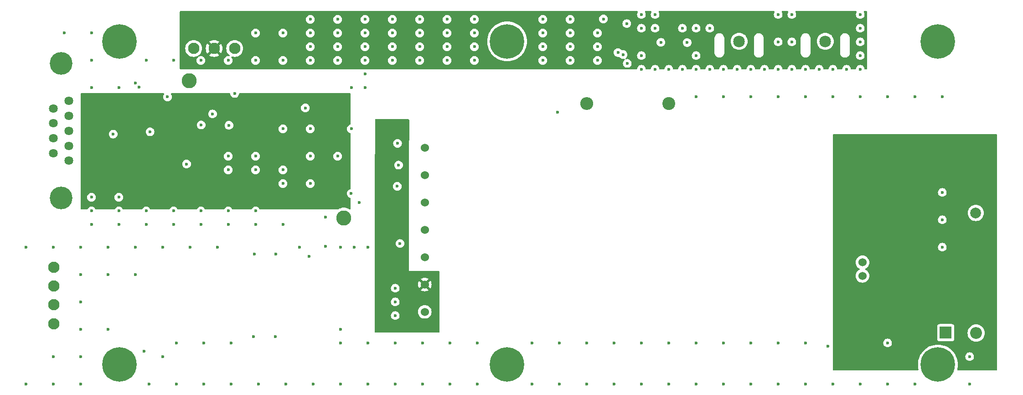
<source format=gbr>
%TF.GenerationSoftware,KiCad,Pcbnew,8.0.6*%
%TF.CreationDate,2024-12-30T11:40:09-05:00*%
%TF.ProjectId,SiPM_HV_Board,5369504d-5f48-4565-9f42-6f6172642e6b,rev?*%
%TF.SameCoordinates,Original*%
%TF.FileFunction,Copper,L3,Inr*%
%TF.FilePolarity,Positive*%
%FSLAX46Y46*%
G04 Gerber Fmt 4.6, Leading zero omitted, Abs format (unit mm)*
G04 Created by KiCad (PCBNEW 8.0.6) date 2024-12-30 11:40:09*
%MOMM*%
%LPD*%
G01*
G04 APERTURE LIST*
%TA.AperFunction,ComponentPad*%
%ADD10C,2.006600*%
%TD*%
%TA.AperFunction,ComponentPad*%
%ADD11C,2.209800*%
%TD*%
%TA.AperFunction,ComponentPad*%
%ADD12C,6.400000*%
%TD*%
%TA.AperFunction,ComponentPad*%
%ADD13R,2.200000X2.200000*%
%TD*%
%TA.AperFunction,ComponentPad*%
%ADD14O,2.200000X2.200000*%
%TD*%
%TA.AperFunction,ComponentPad*%
%ADD15C,2.800000*%
%TD*%
%TA.AperFunction,ComponentPad*%
%ADD16C,2.159000*%
%TD*%
%TA.AperFunction,ComponentPad*%
%ADD17C,1.524000*%
%TD*%
%TA.AperFunction,ComponentPad*%
%ADD18C,2.100000*%
%TD*%
%TA.AperFunction,ComponentPad*%
%ADD19C,1.635000*%
%TD*%
%TA.AperFunction,ComponentPad*%
%ADD20C,4.216000*%
%TD*%
%TA.AperFunction,ComponentPad*%
%ADD21C,2.400000*%
%TD*%
%TA.AperFunction,ComponentPad*%
%ADD22O,2.400000X2.400000*%
%TD*%
%TA.AperFunction,ViaPad*%
%ADD23C,0.600000*%
%TD*%
G04 APERTURE END LIST*
D10*
%TO.N,/SiPM_HV_Block/SiPM_HV_OUT*%
%TO.C,P_Out1*%
X235363000Y-99430000D03*
D11*
%TO.N,/SiPM_HV_Block/SiPM_HV_RTN*%
X237903000Y-96890000D03*
X232823000Y-96890000D03*
X232823000Y-101970000D03*
X237903000Y-101970000D03*
%TD*%
D12*
%TO.N,CHASSIS*%
%TO.C,H4*%
X228320000Y-127580000D03*
%TD*%
D13*
%TO.N,/SEC_PWR_RTN*%
%TO.C,D1*%
X229775000Y-121655000D03*
D14*
%TO.N,/SiPM_HV_Block/SiPM_HV_RTN*%
X229775000Y-111495000D03*
%TD*%
D15*
%TO.N,/SiPM_HV_Block/REM_ADJ*%
%TO.C,V_{SET}1*%
X89250000Y-74900000D03*
%TD*%
D12*
%TO.N,CHASSIS*%
%TO.C,H3*%
X148320000Y-127580000D03*
%TD*%
%TO.N,CHASSIS*%
%TO.C,H2*%
X76320000Y-127580000D03*
%TD*%
D15*
%TO.N,/SiPM_HV_Block/SiPM_HV_RTN*%
%TO.C,V_{OUT_RTN}1*%
X231140000Y-88900000D03*
%TD*%
D16*
%TO.N,Net-(M3-Pad3)*%
%TO.C,P2*%
X191410000Y-67580000D03*
%TD*%
D17*
%TO.N,/SiPM_HV_Block/V_RTN*%
%TO.C,U1*%
X133020000Y-117780000D03*
%TO.N,/SiPM_HV_Block/V_POS*%
X133020000Y-112700000D03*
%TO.N,/SiPM_HV_Block/Curr_Mon*%
X133020000Y-107620000D03*
%TO.N,/SiPM_HV_Block/Enable*%
X133020000Y-102540000D03*
%TO.N,/SEC_PWR_TELEM_RTN*%
X133020000Y-97460000D03*
%TO.N,/SiPM_HV_Block/REM_ADJ*%
X133020000Y-92380000D03*
%TO.N,unconnected-(U1-5V_REF-Pad7)*%
X133020000Y-87300000D03*
%TO.N,/SiPM_HV_Block/SiPM_HV_RTN*%
X214320000Y-87300000D03*
X214320000Y-89800000D03*
%TO.N,/SiPM_HV_Block/SiPM_HV_OUT*%
X214320000Y-108600000D03*
X214320000Y-111100000D03*
%TD*%
D18*
%TO.N,/SEC_PWR_RTN*%
%TO.C,J2*%
X64110000Y-109480000D03*
%TO.N,/SEC_PWR_IN*%
X64110000Y-112980000D03*
%TO.N,/SEC_PWR_RTN*%
X64110000Y-116480000D03*
%TO.N,/SEC_PWR_IN*%
X64110000Y-119980000D03*
%TD*%
D15*
%TO.N,/SiPM_HV_Block/Enable*%
%TO.C,V_{EN}1*%
X117980000Y-100350000D03*
%TD*%
D12*
%TO.N,CHASSIS*%
%TO.C,H6*%
X228320000Y-67580000D03*
%TD*%
%TO.N,CHASSIS*%
%TO.C,H1*%
X76320000Y-67580000D03*
%TD*%
D19*
%TO.N,/HV_CURR_MON*%
%TO.C,J3*%
X66880000Y-89730000D03*
%TO.N,/HV_Enable+*%
X66880000Y-86960000D03*
%TO.N,unconnected-(J3-Pad3)*%
X66880000Y-84190000D03*
%TO.N,/SEC_PWR_TELEM_RTN*%
X66880000Y-81420000D03*
X66880000Y-78650000D03*
X64040000Y-88345000D03*
%TO.N,/HV_Enable-*%
X64040000Y-85575000D03*
%TO.N,/SET_HV*%
X64040000Y-82805000D03*
%TO.N,/HV_VOLT_MON*%
X64040000Y-80035000D03*
D20*
%TO.N,CHASSIS*%
X65460000Y-71690000D03*
X65460000Y-96690000D03*
%TD*%
D16*
%TO.N,Net-(P1-Pad1)*%
%TO.C,P1*%
X207410000Y-67580000D03*
%TD*%
D12*
%TO.N,CHASSIS*%
%TO.C,H5*%
X148320000Y-67580000D03*
%TD*%
D21*
%TO.N,/SiPM_HV_Block/SiPM_HV_OUT*%
%TO.C,R20*%
X178340000Y-79110000D03*
D22*
%TO.N,Net-(U2B-+INB)*%
X163100000Y-79110000D03*
%TD*%
D18*
%TO.N,/SEC_PWR_TELEM_RTN*%
%TO.C,J1*%
X97720400Y-68895600D03*
%TO.N,/SEC_PWR_TELEM*%
X93910400Y-68895600D03*
%TO.N,/SEC_PWR_TELEM_RTN*%
X90100400Y-68895600D03*
%TD*%
D13*
%TO.N,/SiPM_HV_Block/SiPM_HV_RTN*%
%TO.C,D2*%
X235430000Y-111570000D03*
D14*
%TO.N,/SEC_PWR_RTN*%
X235430000Y-121730000D03*
%TD*%
D23*
%TO.N,/SEC_PWR_RTN*%
X229140000Y-105780000D03*
X234220000Y-131180000D03*
X69120000Y-126100000D03*
X97060000Y-123560000D03*
X79280000Y-105780000D03*
X224060000Y-77840000D03*
X183420000Y-123560000D03*
X213900000Y-77840000D03*
X203740000Y-131180000D03*
X64040000Y-131180000D03*
X58960000Y-105780000D03*
X69120000Y-110860000D03*
X188500000Y-131180000D03*
X91980000Y-131180000D03*
X127540000Y-115940000D03*
X112300000Y-131180000D03*
X86900000Y-123560000D03*
X127540000Y-118480000D03*
X213900000Y-131180000D03*
X168180000Y-131180000D03*
X229140000Y-100700000D03*
X203740000Y-123560000D03*
X127540000Y-113400000D03*
X97060000Y-131180000D03*
X152940000Y-123560000D03*
X117380000Y-121020000D03*
X64040000Y-105780000D03*
X193580000Y-123560000D03*
X193580000Y-77840000D03*
X64040000Y-126100000D03*
X208820000Y-131180000D03*
X158020000Y-131180000D03*
X89440000Y-105780000D03*
X229140000Y-77840000D03*
X163100000Y-131180000D03*
X69120000Y-131180000D03*
X218980000Y-77840000D03*
X158020000Y-123560000D03*
X198660000Y-77840000D03*
X109760000Y-105780000D03*
X81820000Y-131180000D03*
X86900000Y-131180000D03*
X132620000Y-131180000D03*
X208820000Y-77840000D03*
X218980000Y-123560000D03*
X74200000Y-105780000D03*
X142780000Y-131180000D03*
X84360000Y-105780000D03*
X224060000Y-131180000D03*
X188500000Y-123560000D03*
X80930000Y-125110000D03*
X157690000Y-80770000D03*
X173260000Y-123560000D03*
X142780000Y-123560000D03*
X122460000Y-105780000D03*
X69120000Y-105780000D03*
X79280000Y-110860000D03*
X69120000Y-121020000D03*
X229140000Y-95620000D03*
X203740000Y-77840000D03*
X183420000Y-131180000D03*
X178340000Y-131180000D03*
X234220000Y-126100000D03*
X58960000Y-131180000D03*
X198660000Y-131180000D03*
X127540000Y-123560000D03*
X132620000Y-123560000D03*
X193580000Y-131180000D03*
X84360000Y-126100000D03*
X122460000Y-131180000D03*
X111520000Y-107480000D03*
X137700000Y-123560000D03*
X94520000Y-105780000D03*
X168180000Y-123560000D03*
X188500000Y-77840000D03*
X163100000Y-123560000D03*
X107220000Y-131180000D03*
X102140000Y-131180000D03*
X114610000Y-105600000D03*
X152940000Y-131180000D03*
X101400000Y-107080000D03*
X178340000Y-123560000D03*
X117380000Y-123560000D03*
X91980000Y-123560000D03*
X74200000Y-121020000D03*
X69120000Y-115940000D03*
X183420000Y-77840000D03*
X101220000Y-122410000D03*
X198660000Y-123560000D03*
X74200000Y-110860000D03*
X127540000Y-131180000D03*
X122460000Y-123560000D03*
X173260000Y-131180000D03*
X117380000Y-131180000D03*
X137700000Y-131180000D03*
X218980000Y-131180000D03*
%TO.N,/SiPM_HV_Block/V_POS*%
X126238000Y-83820000D03*
X125300000Y-103290000D03*
%TO.N,/SiPM_HV_Block/V_RTN*%
X128430000Y-105110000D03*
X128160000Y-90550000D03*
%TO.N,/SiPM_HV_Block/SiPM_HV_RTN*%
X214230000Y-124190000D03*
%TO.N,CHASSIS*%
X207853278Y-124184243D03*
X105370000Y-107100000D03*
X105270000Y-122420000D03*
%TO.N,/SEC_PWR_TELEM*%
X175625000Y-70340000D03*
X168885000Y-64500000D03*
%TO.N,/SEC_PWR_TELEM_RTN*%
X132080000Y-68580000D03*
X121920000Y-71120000D03*
X101600000Y-99060000D03*
X154940000Y-66040000D03*
X201200000Y-72760000D03*
X191040000Y-72760000D03*
X201200000Y-67680000D03*
X114610000Y-100240000D03*
X127000000Y-71120000D03*
X208820000Y-72760000D03*
X142240000Y-66040000D03*
X213900000Y-65140000D03*
X101600000Y-101600000D03*
X91440000Y-101600000D03*
X119380000Y-76200000D03*
X79970000Y-76100000D03*
X110835400Y-79935600D03*
X160020000Y-71120000D03*
X175800000Y-62600000D03*
X76200000Y-101600000D03*
X86360000Y-101600000D03*
X81280000Y-99060000D03*
X193580000Y-72760000D03*
X91500000Y-83100000D03*
X71120000Y-96520000D03*
X127000000Y-63500000D03*
X111760000Y-83820000D03*
X160020000Y-66040000D03*
X76200000Y-76200000D03*
X154940000Y-71120000D03*
X106680000Y-71120000D03*
X137160000Y-63500000D03*
X116840000Y-68580000D03*
X71120000Y-99060000D03*
X211360000Y-72760000D03*
X127000000Y-66040000D03*
X120840000Y-97500000D03*
X121920000Y-63500000D03*
X154940000Y-63500000D03*
X106680000Y-91440000D03*
X201200000Y-62600000D03*
X116840000Y-66040000D03*
X71120000Y-76200000D03*
X101600000Y-88900000D03*
X86360000Y-99060000D03*
X137160000Y-66040000D03*
X96520000Y-71120000D03*
X137160000Y-71120000D03*
X198660000Y-72760000D03*
X91440000Y-99060000D03*
X154940000Y-68580000D03*
X116840000Y-88900000D03*
X93620000Y-81060000D03*
X119380000Y-83820000D03*
X173260000Y-70220000D03*
X116840000Y-71120000D03*
X165100000Y-68580000D03*
X97720000Y-77260000D03*
X111760000Y-88900000D03*
X166205000Y-63420000D03*
X116840000Y-63500000D03*
X173260000Y-72760000D03*
X183420000Y-72760000D03*
X111760000Y-63500000D03*
X66040000Y-66040000D03*
X111760000Y-71120000D03*
X75165200Y-84799600D03*
X198660000Y-67680000D03*
X96520000Y-99060000D03*
X111760000Y-68580000D03*
X71120000Y-101600000D03*
X213900000Y-62600000D03*
X111760000Y-93980000D03*
X188500000Y-72760000D03*
X101600000Y-66040000D03*
X71120000Y-71120000D03*
X81280000Y-101600000D03*
X119361200Y-95823200D03*
X137160000Y-68580000D03*
X142240000Y-68580000D03*
X82000000Y-84370000D03*
X86360000Y-71120000D03*
X142240000Y-71120000D03*
X76200000Y-96520000D03*
X165100000Y-66040000D03*
X76200000Y-99060000D03*
X79280000Y-75300000D03*
X121920000Y-66040000D03*
X101600000Y-91440000D03*
X180880000Y-72760000D03*
X213900000Y-70220000D03*
X96520000Y-91440000D03*
X132080000Y-71120000D03*
X169845000Y-70040000D03*
X132080000Y-63500000D03*
X106680000Y-93980000D03*
X213900000Y-72760000D03*
X142240000Y-63500000D03*
X206280000Y-72760000D03*
X196120000Y-72760000D03*
X165100000Y-71120000D03*
X127000000Y-68580000D03*
X173260000Y-62600000D03*
X203740000Y-72760000D03*
X181750000Y-67807000D03*
X96520000Y-101600000D03*
X106680000Y-66040000D03*
X96670000Y-83160000D03*
X132080000Y-66040000D03*
X198660000Y-62600000D03*
X180880000Y-65140000D03*
X160020000Y-68580000D03*
X213900000Y-67680000D03*
X160020000Y-63500000D03*
X175800000Y-72760000D03*
X91440000Y-71120000D03*
X106680000Y-83820000D03*
X121920000Y-73660000D03*
X183420000Y-70220000D03*
X121920000Y-68580000D03*
X71120000Y-66040000D03*
X173260000Y-65140000D03*
X175800000Y-65140000D03*
X106680000Y-101600000D03*
X111760000Y-66040000D03*
X183420000Y-65140000D03*
X121920000Y-76200000D03*
X178340000Y-72760000D03*
X96520000Y-88900000D03*
X185960000Y-65140000D03*
X81280000Y-71120000D03*
X185960000Y-72760000D03*
X101600000Y-71120000D03*
%TO.N,/HV_VOLT_MON*%
X88790000Y-90350000D03*
%TO.N,Net-(M2-Pad1)*%
X127965200Y-86512400D03*
X127914400Y-94488000D03*
%TO.N,Net-(M3-Pad1)*%
X176875000Y-67760000D03*
%TO.N,/SiPM_HV_Block/REM_ADJ*%
X85243644Y-77896215D03*
%TO.N,Net-(U2B-+INB)*%
X170635000Y-71670000D03*
%TO.N,/V3p3*%
X108490000Y-81015000D03*
X91431100Y-84390000D03*
X105950000Y-81015000D03*
X76689200Y-84799600D03*
X107220000Y-81015000D03*
%TO.N,Net-(U5-OUT)*%
X168905000Y-69650000D03*
%TO.N,Net-(U5--IN)*%
X170535000Y-64290000D03*
%TO.N,/SEC_PWR_RTN*%
X119920000Y-105780000D03*
X117380000Y-105780000D03*
%TD*%
%TA.AperFunction,Conductor*%
%TO.N,/SEC_PWR_TELEM*%
G36*
X172556267Y-61984685D02*
G01*
X172602022Y-62037489D01*
X172611966Y-62106647D01*
X172594221Y-62154973D01*
X172534211Y-62250475D01*
X172474631Y-62420745D01*
X172474630Y-62420750D01*
X172454435Y-62599996D01*
X172454435Y-62600003D01*
X172474630Y-62779249D01*
X172474631Y-62779254D01*
X172534211Y-62949523D01*
X172610213Y-63070478D01*
X172630184Y-63102262D01*
X172757738Y-63229816D01*
X172848080Y-63286582D01*
X172902450Y-63320745D01*
X172910478Y-63325789D01*
X173080745Y-63385368D01*
X173080750Y-63385369D01*
X173259996Y-63405565D01*
X173260000Y-63405565D01*
X173260004Y-63405565D01*
X173439249Y-63385369D01*
X173439252Y-63385368D01*
X173439255Y-63385368D01*
X173609522Y-63325789D01*
X173762262Y-63229816D01*
X173889816Y-63102262D01*
X173985789Y-62949522D01*
X174045368Y-62779255D01*
X174045369Y-62779249D01*
X174065565Y-62600003D01*
X174065565Y-62599996D01*
X174045369Y-62420750D01*
X174045368Y-62420745D01*
X173985788Y-62250475D01*
X173925779Y-62154973D01*
X173906778Y-62087736D01*
X173927145Y-62020901D01*
X173980413Y-61975686D01*
X174030772Y-61965000D01*
X175029228Y-61965000D01*
X175096267Y-61984685D01*
X175142022Y-62037489D01*
X175151966Y-62106647D01*
X175134221Y-62154973D01*
X175074211Y-62250475D01*
X175014631Y-62420745D01*
X175014630Y-62420750D01*
X174994435Y-62599996D01*
X174994435Y-62600003D01*
X175014630Y-62779249D01*
X175014631Y-62779254D01*
X175074211Y-62949523D01*
X175150213Y-63070478D01*
X175170184Y-63102262D01*
X175297738Y-63229816D01*
X175388080Y-63286582D01*
X175442450Y-63320745D01*
X175450478Y-63325789D01*
X175620745Y-63385368D01*
X175620750Y-63385369D01*
X175799996Y-63405565D01*
X175800000Y-63405565D01*
X175800004Y-63405565D01*
X175979249Y-63385369D01*
X175979252Y-63385368D01*
X175979255Y-63385368D01*
X176149522Y-63325789D01*
X176302262Y-63229816D01*
X176429816Y-63102262D01*
X176525789Y-62949522D01*
X176585368Y-62779255D01*
X176585369Y-62779249D01*
X176605565Y-62600003D01*
X176605565Y-62599996D01*
X176585369Y-62420750D01*
X176585368Y-62420745D01*
X176525788Y-62250475D01*
X176465779Y-62154973D01*
X176446778Y-62087736D01*
X176467145Y-62020901D01*
X176520413Y-61975686D01*
X176570772Y-61965000D01*
X197889228Y-61965000D01*
X197956267Y-61984685D01*
X198002022Y-62037489D01*
X198011966Y-62106647D01*
X197994221Y-62154973D01*
X197934211Y-62250475D01*
X197874631Y-62420745D01*
X197874630Y-62420750D01*
X197854435Y-62599996D01*
X197854435Y-62600003D01*
X197874630Y-62779249D01*
X197874631Y-62779254D01*
X197934211Y-62949523D01*
X198010213Y-63070478D01*
X198030184Y-63102262D01*
X198157738Y-63229816D01*
X198248080Y-63286582D01*
X198302450Y-63320745D01*
X198310478Y-63325789D01*
X198480745Y-63385368D01*
X198480750Y-63385369D01*
X198659996Y-63405565D01*
X198660000Y-63405565D01*
X198660004Y-63405565D01*
X198839249Y-63385369D01*
X198839252Y-63385368D01*
X198839255Y-63385368D01*
X199009522Y-63325789D01*
X199162262Y-63229816D01*
X199289816Y-63102262D01*
X199385789Y-62949522D01*
X199445368Y-62779255D01*
X199445369Y-62779249D01*
X199465565Y-62600003D01*
X199465565Y-62599996D01*
X199445369Y-62420750D01*
X199445368Y-62420745D01*
X199385788Y-62250475D01*
X199325779Y-62154973D01*
X199306778Y-62087736D01*
X199327145Y-62020901D01*
X199380413Y-61975686D01*
X199430772Y-61965000D01*
X200429228Y-61965000D01*
X200496267Y-61984685D01*
X200542022Y-62037489D01*
X200551966Y-62106647D01*
X200534221Y-62154973D01*
X200474211Y-62250475D01*
X200414631Y-62420745D01*
X200414630Y-62420750D01*
X200394435Y-62599996D01*
X200394435Y-62600003D01*
X200414630Y-62779249D01*
X200414631Y-62779254D01*
X200474211Y-62949523D01*
X200550213Y-63070478D01*
X200570184Y-63102262D01*
X200697738Y-63229816D01*
X200788080Y-63286582D01*
X200842450Y-63320745D01*
X200850478Y-63325789D01*
X201020745Y-63385368D01*
X201020750Y-63385369D01*
X201199996Y-63405565D01*
X201200000Y-63405565D01*
X201200004Y-63405565D01*
X201379249Y-63385369D01*
X201379252Y-63385368D01*
X201379255Y-63385368D01*
X201549522Y-63325789D01*
X201702262Y-63229816D01*
X201829816Y-63102262D01*
X201925789Y-62949522D01*
X201985368Y-62779255D01*
X201985369Y-62779249D01*
X202005565Y-62600003D01*
X202005565Y-62599996D01*
X201985369Y-62420750D01*
X201985368Y-62420745D01*
X201925788Y-62250475D01*
X201865779Y-62154973D01*
X201846778Y-62087736D01*
X201867145Y-62020901D01*
X201920413Y-61975686D01*
X201970772Y-61965000D01*
X213129228Y-61965000D01*
X213196267Y-61984685D01*
X213242022Y-62037489D01*
X213251966Y-62106647D01*
X213234221Y-62154973D01*
X213174211Y-62250475D01*
X213114631Y-62420745D01*
X213114630Y-62420750D01*
X213094435Y-62599996D01*
X213094435Y-62600003D01*
X213114630Y-62779249D01*
X213114631Y-62779254D01*
X213174211Y-62949523D01*
X213250213Y-63070478D01*
X213270184Y-63102262D01*
X213397738Y-63229816D01*
X213488080Y-63286582D01*
X213542450Y-63320745D01*
X213550478Y-63325789D01*
X213720745Y-63385368D01*
X213720750Y-63385369D01*
X213899996Y-63405565D01*
X213900000Y-63405565D01*
X213900004Y-63405565D01*
X214079249Y-63385369D01*
X214079252Y-63385368D01*
X214079255Y-63385368D01*
X214249522Y-63325789D01*
X214402262Y-63229816D01*
X214529816Y-63102262D01*
X214625789Y-62949522D01*
X214685368Y-62779255D01*
X214685369Y-62779249D01*
X214705565Y-62600003D01*
X214705565Y-62599996D01*
X214685369Y-62420750D01*
X214685368Y-62420745D01*
X214625788Y-62250475D01*
X214565779Y-62154973D01*
X214546778Y-62087736D01*
X214567145Y-62020901D01*
X214620413Y-61975686D01*
X214670772Y-61965000D01*
X215046000Y-61965000D01*
X215113039Y-61984685D01*
X215158794Y-62037489D01*
X215170000Y-62089000D01*
X215170000Y-72636000D01*
X215150315Y-72703039D01*
X215097511Y-72748794D01*
X215046000Y-72760000D01*
X214816378Y-72760000D01*
X214749339Y-72740315D01*
X214703584Y-72687511D01*
X214693158Y-72649883D01*
X214685369Y-72580749D01*
X214685368Y-72580745D01*
X214641497Y-72455369D01*
X214625789Y-72410478D01*
X214529816Y-72257738D01*
X214402262Y-72130184D01*
X214249523Y-72034211D01*
X214079254Y-71974631D01*
X214079249Y-71974630D01*
X213900004Y-71954435D01*
X213899996Y-71954435D01*
X213720750Y-71974630D01*
X213720745Y-71974631D01*
X213550476Y-72034211D01*
X213397737Y-72130184D01*
X213270184Y-72257737D01*
X213174211Y-72410476D01*
X213114631Y-72580745D01*
X213114630Y-72580749D01*
X213106842Y-72649883D01*
X213079776Y-72714297D01*
X213022182Y-72753852D01*
X212983622Y-72760000D01*
X212276378Y-72760000D01*
X212209339Y-72740315D01*
X212163584Y-72687511D01*
X212153158Y-72649883D01*
X212145369Y-72580749D01*
X212145368Y-72580745D01*
X212101497Y-72455369D01*
X212085789Y-72410478D01*
X211989816Y-72257738D01*
X211862262Y-72130184D01*
X211709523Y-72034211D01*
X211539254Y-71974631D01*
X211539249Y-71974630D01*
X211360004Y-71954435D01*
X211359996Y-71954435D01*
X211180750Y-71974630D01*
X211180745Y-71974631D01*
X211010476Y-72034211D01*
X210857737Y-72130184D01*
X210730184Y-72257737D01*
X210634211Y-72410476D01*
X210574631Y-72580745D01*
X210574630Y-72580749D01*
X210566842Y-72649883D01*
X210539776Y-72714297D01*
X210482182Y-72753852D01*
X210443622Y-72760000D01*
X209736378Y-72760000D01*
X209669339Y-72740315D01*
X209623584Y-72687511D01*
X209613158Y-72649883D01*
X209605369Y-72580749D01*
X209605368Y-72580745D01*
X209561497Y-72455369D01*
X209545789Y-72410478D01*
X209449816Y-72257738D01*
X209322262Y-72130184D01*
X209169523Y-72034211D01*
X208999254Y-71974631D01*
X208999249Y-71974630D01*
X208820004Y-71954435D01*
X208819996Y-71954435D01*
X208640750Y-71974630D01*
X208640745Y-71974631D01*
X208470476Y-72034211D01*
X208317737Y-72130184D01*
X208190184Y-72257737D01*
X208094211Y-72410476D01*
X208034631Y-72580745D01*
X208034630Y-72580749D01*
X208026842Y-72649883D01*
X207999776Y-72714297D01*
X207942182Y-72753852D01*
X207903622Y-72760000D01*
X207196378Y-72760000D01*
X207129339Y-72740315D01*
X207083584Y-72687511D01*
X207073158Y-72649883D01*
X207065369Y-72580749D01*
X207065368Y-72580745D01*
X207021497Y-72455369D01*
X207005789Y-72410478D01*
X206909816Y-72257738D01*
X206782262Y-72130184D01*
X206629523Y-72034211D01*
X206459254Y-71974631D01*
X206459249Y-71974630D01*
X206280004Y-71954435D01*
X206279996Y-71954435D01*
X206100750Y-71974630D01*
X206100745Y-71974631D01*
X205930476Y-72034211D01*
X205777737Y-72130184D01*
X205650184Y-72257737D01*
X205554211Y-72410476D01*
X205494631Y-72580745D01*
X205494630Y-72580749D01*
X205486842Y-72649883D01*
X205459776Y-72714297D01*
X205402182Y-72753852D01*
X205363622Y-72760000D01*
X204656378Y-72760000D01*
X204589339Y-72740315D01*
X204543584Y-72687511D01*
X204533158Y-72649883D01*
X204525369Y-72580749D01*
X204525368Y-72580745D01*
X204481497Y-72455369D01*
X204465789Y-72410478D01*
X204369816Y-72257738D01*
X204242262Y-72130184D01*
X204089523Y-72034211D01*
X203919254Y-71974631D01*
X203919249Y-71974630D01*
X203740004Y-71954435D01*
X203739996Y-71954435D01*
X203560750Y-71974630D01*
X203560745Y-71974631D01*
X203390476Y-72034211D01*
X203237737Y-72130184D01*
X203110184Y-72257737D01*
X203014211Y-72410476D01*
X202954631Y-72580745D01*
X202954630Y-72580749D01*
X202946842Y-72649883D01*
X202919776Y-72714297D01*
X202862182Y-72753852D01*
X202823622Y-72760000D01*
X202116378Y-72760000D01*
X202049339Y-72740315D01*
X202003584Y-72687511D01*
X201993158Y-72649883D01*
X201985369Y-72580749D01*
X201985368Y-72580745D01*
X201941497Y-72455369D01*
X201925789Y-72410478D01*
X201829816Y-72257738D01*
X201702262Y-72130184D01*
X201549523Y-72034211D01*
X201379254Y-71974631D01*
X201379249Y-71974630D01*
X201200004Y-71954435D01*
X201199996Y-71954435D01*
X201020750Y-71974630D01*
X201020745Y-71974631D01*
X200850476Y-72034211D01*
X200697737Y-72130184D01*
X200570184Y-72257737D01*
X200474211Y-72410476D01*
X200414631Y-72580745D01*
X200414630Y-72580749D01*
X200406842Y-72649883D01*
X200379776Y-72714297D01*
X200322182Y-72753852D01*
X200283622Y-72760000D01*
X199576378Y-72760000D01*
X199509339Y-72740315D01*
X199463584Y-72687511D01*
X199453158Y-72649883D01*
X199445369Y-72580749D01*
X199445368Y-72580745D01*
X199401497Y-72455369D01*
X199385789Y-72410478D01*
X199289816Y-72257738D01*
X199162262Y-72130184D01*
X199009523Y-72034211D01*
X198839254Y-71974631D01*
X198839249Y-71974630D01*
X198660004Y-71954435D01*
X198659996Y-71954435D01*
X198480750Y-71974630D01*
X198480745Y-71974631D01*
X198310476Y-72034211D01*
X198157737Y-72130184D01*
X198030184Y-72257737D01*
X197934211Y-72410476D01*
X197874631Y-72580745D01*
X197874630Y-72580749D01*
X197866842Y-72649883D01*
X197839776Y-72714297D01*
X197782182Y-72753852D01*
X197743622Y-72760000D01*
X197036378Y-72760000D01*
X196969339Y-72740315D01*
X196923584Y-72687511D01*
X196913158Y-72649883D01*
X196905369Y-72580749D01*
X196905368Y-72580745D01*
X196861497Y-72455369D01*
X196845789Y-72410478D01*
X196749816Y-72257738D01*
X196622262Y-72130184D01*
X196469523Y-72034211D01*
X196299254Y-71974631D01*
X196299249Y-71974630D01*
X196120004Y-71954435D01*
X196119996Y-71954435D01*
X195940750Y-71974630D01*
X195940745Y-71974631D01*
X195770476Y-72034211D01*
X195617737Y-72130184D01*
X195490184Y-72257737D01*
X195394211Y-72410476D01*
X195334631Y-72580745D01*
X195334630Y-72580749D01*
X195326842Y-72649883D01*
X195299776Y-72714297D01*
X195242182Y-72753852D01*
X195203622Y-72760000D01*
X194496378Y-72760000D01*
X194429339Y-72740315D01*
X194383584Y-72687511D01*
X194373158Y-72649883D01*
X194365369Y-72580749D01*
X194365368Y-72580745D01*
X194321497Y-72455369D01*
X194305789Y-72410478D01*
X194209816Y-72257738D01*
X194082262Y-72130184D01*
X193929523Y-72034211D01*
X193759254Y-71974631D01*
X193759249Y-71974630D01*
X193580004Y-71954435D01*
X193579996Y-71954435D01*
X193400750Y-71974630D01*
X193400745Y-71974631D01*
X193230476Y-72034211D01*
X193077737Y-72130184D01*
X192950184Y-72257737D01*
X192854211Y-72410476D01*
X192794631Y-72580745D01*
X192794630Y-72580749D01*
X192786842Y-72649883D01*
X192759776Y-72714297D01*
X192702182Y-72753852D01*
X192663622Y-72760000D01*
X191956378Y-72760000D01*
X191889339Y-72740315D01*
X191843584Y-72687511D01*
X191833158Y-72649883D01*
X191825369Y-72580749D01*
X191825368Y-72580745D01*
X191781497Y-72455369D01*
X191765789Y-72410478D01*
X191669816Y-72257738D01*
X191542262Y-72130184D01*
X191389523Y-72034211D01*
X191219254Y-71974631D01*
X191219249Y-71974630D01*
X191040004Y-71954435D01*
X191039996Y-71954435D01*
X190860750Y-71974630D01*
X190860745Y-71974631D01*
X190690476Y-72034211D01*
X190537737Y-72130184D01*
X190410184Y-72257737D01*
X190314211Y-72410476D01*
X190254631Y-72580745D01*
X190254630Y-72580749D01*
X190246842Y-72649883D01*
X190219776Y-72714297D01*
X190162182Y-72753852D01*
X190123622Y-72760000D01*
X189416378Y-72760000D01*
X189349339Y-72740315D01*
X189303584Y-72687511D01*
X189293158Y-72649883D01*
X189285369Y-72580749D01*
X189285368Y-72580745D01*
X189241497Y-72455369D01*
X189225789Y-72410478D01*
X189129816Y-72257738D01*
X189002262Y-72130184D01*
X188849523Y-72034211D01*
X188679254Y-71974631D01*
X188679249Y-71974630D01*
X188500004Y-71954435D01*
X188499996Y-71954435D01*
X188320750Y-71974630D01*
X188320745Y-71974631D01*
X188150476Y-72034211D01*
X187997737Y-72130184D01*
X187870184Y-72257737D01*
X187774211Y-72410476D01*
X187714631Y-72580745D01*
X187714630Y-72580749D01*
X187706842Y-72649883D01*
X187679776Y-72714297D01*
X187622182Y-72753852D01*
X187583622Y-72760000D01*
X186876378Y-72760000D01*
X186809339Y-72740315D01*
X186763584Y-72687511D01*
X186753158Y-72649883D01*
X186745369Y-72580749D01*
X186745368Y-72580745D01*
X186701497Y-72455369D01*
X186685789Y-72410478D01*
X186589816Y-72257738D01*
X186462262Y-72130184D01*
X186309523Y-72034211D01*
X186139254Y-71974631D01*
X186139249Y-71974630D01*
X185960004Y-71954435D01*
X185959996Y-71954435D01*
X185780750Y-71974630D01*
X185780745Y-71974631D01*
X185610476Y-72034211D01*
X185457737Y-72130184D01*
X185330184Y-72257737D01*
X185234211Y-72410476D01*
X185174631Y-72580745D01*
X185174630Y-72580749D01*
X185166842Y-72649883D01*
X185139776Y-72714297D01*
X185082182Y-72753852D01*
X185043622Y-72760000D01*
X184336378Y-72760000D01*
X184269339Y-72740315D01*
X184223584Y-72687511D01*
X184213158Y-72649883D01*
X184205369Y-72580749D01*
X184205368Y-72580745D01*
X184161497Y-72455369D01*
X184145789Y-72410478D01*
X184049816Y-72257738D01*
X183922262Y-72130184D01*
X183769523Y-72034211D01*
X183599254Y-71974631D01*
X183599249Y-71974630D01*
X183420004Y-71954435D01*
X183419996Y-71954435D01*
X183240750Y-71974630D01*
X183240745Y-71974631D01*
X183070476Y-72034211D01*
X182917737Y-72130184D01*
X182790184Y-72257737D01*
X182694211Y-72410476D01*
X182634631Y-72580745D01*
X182634630Y-72580749D01*
X182626842Y-72649883D01*
X182599776Y-72714297D01*
X182542182Y-72753852D01*
X182503622Y-72760000D01*
X181796378Y-72760000D01*
X181729339Y-72740315D01*
X181683584Y-72687511D01*
X181673158Y-72649883D01*
X181665369Y-72580749D01*
X181665368Y-72580745D01*
X181621497Y-72455369D01*
X181605789Y-72410478D01*
X181509816Y-72257738D01*
X181382262Y-72130184D01*
X181229523Y-72034211D01*
X181059254Y-71974631D01*
X181059249Y-71974630D01*
X180880004Y-71954435D01*
X180879996Y-71954435D01*
X180700750Y-71974630D01*
X180700745Y-71974631D01*
X180530476Y-72034211D01*
X180377737Y-72130184D01*
X180250184Y-72257737D01*
X180154211Y-72410476D01*
X180094631Y-72580745D01*
X180094630Y-72580749D01*
X180086842Y-72649883D01*
X180059776Y-72714297D01*
X180002182Y-72753852D01*
X179963622Y-72760000D01*
X179256378Y-72760000D01*
X179189339Y-72740315D01*
X179143584Y-72687511D01*
X179133158Y-72649883D01*
X179125369Y-72580749D01*
X179125368Y-72580745D01*
X179081497Y-72455369D01*
X179065789Y-72410478D01*
X178969816Y-72257738D01*
X178842262Y-72130184D01*
X178689523Y-72034211D01*
X178519254Y-71974631D01*
X178519249Y-71974630D01*
X178340004Y-71954435D01*
X178339996Y-71954435D01*
X178160750Y-71974630D01*
X178160745Y-71974631D01*
X177990476Y-72034211D01*
X177837737Y-72130184D01*
X177710184Y-72257737D01*
X177614211Y-72410476D01*
X177554631Y-72580745D01*
X177554630Y-72580749D01*
X177546842Y-72649883D01*
X177519776Y-72714297D01*
X177462182Y-72753852D01*
X177423622Y-72760000D01*
X176716378Y-72760000D01*
X176649339Y-72740315D01*
X176603584Y-72687511D01*
X176593158Y-72649883D01*
X176585369Y-72580749D01*
X176585368Y-72580745D01*
X176541497Y-72455369D01*
X176525789Y-72410478D01*
X176429816Y-72257738D01*
X176302262Y-72130184D01*
X176149523Y-72034211D01*
X175979254Y-71974631D01*
X175979249Y-71974630D01*
X175800004Y-71954435D01*
X175799996Y-71954435D01*
X175620750Y-71974630D01*
X175620745Y-71974631D01*
X175450476Y-72034211D01*
X175297737Y-72130184D01*
X175170184Y-72257737D01*
X175074211Y-72410476D01*
X175014631Y-72580745D01*
X175014630Y-72580749D01*
X175006842Y-72649883D01*
X174979776Y-72714297D01*
X174922182Y-72753852D01*
X174883622Y-72760000D01*
X174176378Y-72760000D01*
X174109339Y-72740315D01*
X174063584Y-72687511D01*
X174053158Y-72649883D01*
X174045369Y-72580749D01*
X174045368Y-72580745D01*
X174001497Y-72455369D01*
X173985789Y-72410478D01*
X173889816Y-72257738D01*
X173762262Y-72130184D01*
X173609523Y-72034211D01*
X173439254Y-71974631D01*
X173439249Y-71974630D01*
X173260004Y-71954435D01*
X173259996Y-71954435D01*
X173080750Y-71974630D01*
X173080745Y-71974631D01*
X172910476Y-72034211D01*
X172757737Y-72130184D01*
X172630184Y-72257737D01*
X172534211Y-72410476D01*
X172474631Y-72580745D01*
X172474630Y-72580749D01*
X172466842Y-72649883D01*
X172439776Y-72714297D01*
X172382182Y-72753852D01*
X172343622Y-72760000D01*
X87659000Y-72760000D01*
X87591961Y-72740315D01*
X87546206Y-72687511D01*
X87535000Y-72636000D01*
X87535000Y-71119996D01*
X90634435Y-71119996D01*
X90634435Y-71120003D01*
X90654630Y-71299249D01*
X90654631Y-71299254D01*
X90714211Y-71469523D01*
X90727546Y-71490745D01*
X90810184Y-71622262D01*
X90937738Y-71749816D01*
X91090478Y-71845789D01*
X91260745Y-71905368D01*
X91260750Y-71905369D01*
X91439996Y-71925565D01*
X91440000Y-71925565D01*
X91440004Y-71925565D01*
X91619249Y-71905369D01*
X91619252Y-71905368D01*
X91619255Y-71905368D01*
X91789522Y-71845789D01*
X91942262Y-71749816D01*
X92069816Y-71622262D01*
X92165789Y-71469522D01*
X92225368Y-71299255D01*
X92226909Y-71285578D01*
X92245565Y-71120003D01*
X92245565Y-71119996D01*
X95714435Y-71119996D01*
X95714435Y-71120003D01*
X95734630Y-71299249D01*
X95734631Y-71299254D01*
X95794211Y-71469523D01*
X95807546Y-71490745D01*
X95890184Y-71622262D01*
X96017738Y-71749816D01*
X96170478Y-71845789D01*
X96340745Y-71905368D01*
X96340750Y-71905369D01*
X96519996Y-71925565D01*
X96520000Y-71925565D01*
X96520004Y-71925565D01*
X96699249Y-71905369D01*
X96699252Y-71905368D01*
X96699255Y-71905368D01*
X96869522Y-71845789D01*
X97022262Y-71749816D01*
X97149816Y-71622262D01*
X97245789Y-71469522D01*
X97305368Y-71299255D01*
X97306909Y-71285578D01*
X97325565Y-71120003D01*
X97325565Y-71119996D01*
X100794435Y-71119996D01*
X100794435Y-71120003D01*
X100814630Y-71299249D01*
X100814631Y-71299254D01*
X100874211Y-71469523D01*
X100887546Y-71490745D01*
X100970184Y-71622262D01*
X101097738Y-71749816D01*
X101250478Y-71845789D01*
X101420745Y-71905368D01*
X101420750Y-71905369D01*
X101599996Y-71925565D01*
X101600000Y-71925565D01*
X101600004Y-71925565D01*
X101779249Y-71905369D01*
X101779252Y-71905368D01*
X101779255Y-71905368D01*
X101949522Y-71845789D01*
X102102262Y-71749816D01*
X102229816Y-71622262D01*
X102325789Y-71469522D01*
X102385368Y-71299255D01*
X102386909Y-71285578D01*
X102405565Y-71120003D01*
X102405565Y-71119996D01*
X105874435Y-71119996D01*
X105874435Y-71120003D01*
X105894630Y-71299249D01*
X105894631Y-71299254D01*
X105954211Y-71469523D01*
X105967546Y-71490745D01*
X106050184Y-71622262D01*
X106177738Y-71749816D01*
X106330478Y-71845789D01*
X106500745Y-71905368D01*
X106500750Y-71905369D01*
X106679996Y-71925565D01*
X106680000Y-71925565D01*
X106680004Y-71925565D01*
X106859249Y-71905369D01*
X106859252Y-71905368D01*
X106859255Y-71905368D01*
X107029522Y-71845789D01*
X107182262Y-71749816D01*
X107309816Y-71622262D01*
X107405789Y-71469522D01*
X107465368Y-71299255D01*
X107466909Y-71285578D01*
X107485565Y-71120003D01*
X107485565Y-71119996D01*
X110954435Y-71119996D01*
X110954435Y-71120003D01*
X110974630Y-71299249D01*
X110974631Y-71299254D01*
X111034211Y-71469523D01*
X111047546Y-71490745D01*
X111130184Y-71622262D01*
X111257738Y-71749816D01*
X111410478Y-71845789D01*
X111580745Y-71905368D01*
X111580750Y-71905369D01*
X111759996Y-71925565D01*
X111760000Y-71925565D01*
X111760004Y-71925565D01*
X111939249Y-71905369D01*
X111939252Y-71905368D01*
X111939255Y-71905368D01*
X112109522Y-71845789D01*
X112262262Y-71749816D01*
X112389816Y-71622262D01*
X112485789Y-71469522D01*
X112545368Y-71299255D01*
X112546909Y-71285578D01*
X112565565Y-71120003D01*
X112565565Y-71119996D01*
X116034435Y-71119996D01*
X116034435Y-71120003D01*
X116054630Y-71299249D01*
X116054631Y-71299254D01*
X116114211Y-71469523D01*
X116127546Y-71490745D01*
X116210184Y-71622262D01*
X116337738Y-71749816D01*
X116490478Y-71845789D01*
X116660745Y-71905368D01*
X116660750Y-71905369D01*
X116839996Y-71925565D01*
X116840000Y-71925565D01*
X116840004Y-71925565D01*
X117019249Y-71905369D01*
X117019252Y-71905368D01*
X117019255Y-71905368D01*
X117189522Y-71845789D01*
X117342262Y-71749816D01*
X117469816Y-71622262D01*
X117565789Y-71469522D01*
X117625368Y-71299255D01*
X117626909Y-71285578D01*
X117645565Y-71120003D01*
X117645565Y-71119996D01*
X121114435Y-71119996D01*
X121114435Y-71120003D01*
X121134630Y-71299249D01*
X121134631Y-71299254D01*
X121194211Y-71469523D01*
X121207546Y-71490745D01*
X121290184Y-71622262D01*
X121417738Y-71749816D01*
X121570478Y-71845789D01*
X121740745Y-71905368D01*
X121740750Y-71905369D01*
X121919996Y-71925565D01*
X121920000Y-71925565D01*
X121920004Y-71925565D01*
X122099249Y-71905369D01*
X122099252Y-71905368D01*
X122099255Y-71905368D01*
X122269522Y-71845789D01*
X122422262Y-71749816D01*
X122549816Y-71622262D01*
X122645789Y-71469522D01*
X122705368Y-71299255D01*
X122706909Y-71285578D01*
X122725565Y-71120003D01*
X122725565Y-71119996D01*
X126194435Y-71119996D01*
X126194435Y-71120003D01*
X126214630Y-71299249D01*
X126214631Y-71299254D01*
X126274211Y-71469523D01*
X126287546Y-71490745D01*
X126370184Y-71622262D01*
X126497738Y-71749816D01*
X126650478Y-71845789D01*
X126820745Y-71905368D01*
X126820750Y-71905369D01*
X126999996Y-71925565D01*
X127000000Y-71925565D01*
X127000004Y-71925565D01*
X127179249Y-71905369D01*
X127179252Y-71905368D01*
X127179255Y-71905368D01*
X127349522Y-71845789D01*
X127502262Y-71749816D01*
X127629816Y-71622262D01*
X127725789Y-71469522D01*
X127785368Y-71299255D01*
X127786909Y-71285578D01*
X127805565Y-71120003D01*
X127805565Y-71119996D01*
X131274435Y-71119996D01*
X131274435Y-71120003D01*
X131294630Y-71299249D01*
X131294631Y-71299254D01*
X131354211Y-71469523D01*
X131367546Y-71490745D01*
X131450184Y-71622262D01*
X131577738Y-71749816D01*
X131730478Y-71845789D01*
X131900745Y-71905368D01*
X131900750Y-71905369D01*
X132079996Y-71925565D01*
X132080000Y-71925565D01*
X132080004Y-71925565D01*
X132259249Y-71905369D01*
X132259252Y-71905368D01*
X132259255Y-71905368D01*
X132429522Y-71845789D01*
X132582262Y-71749816D01*
X132709816Y-71622262D01*
X132805789Y-71469522D01*
X132865368Y-71299255D01*
X132866909Y-71285578D01*
X132885565Y-71120003D01*
X132885565Y-71119996D01*
X136354435Y-71119996D01*
X136354435Y-71120003D01*
X136374630Y-71299249D01*
X136374631Y-71299254D01*
X136434211Y-71469523D01*
X136447546Y-71490745D01*
X136530184Y-71622262D01*
X136657738Y-71749816D01*
X136810478Y-71845789D01*
X136980745Y-71905368D01*
X136980750Y-71905369D01*
X137159996Y-71925565D01*
X137160000Y-71925565D01*
X137160004Y-71925565D01*
X137339249Y-71905369D01*
X137339252Y-71905368D01*
X137339255Y-71905368D01*
X137509522Y-71845789D01*
X137662262Y-71749816D01*
X137789816Y-71622262D01*
X137885789Y-71469522D01*
X137945368Y-71299255D01*
X137946909Y-71285578D01*
X137965565Y-71120003D01*
X137965565Y-71119996D01*
X141434435Y-71119996D01*
X141434435Y-71120003D01*
X141454630Y-71299249D01*
X141454631Y-71299254D01*
X141514211Y-71469523D01*
X141527546Y-71490745D01*
X141610184Y-71622262D01*
X141737738Y-71749816D01*
X141890478Y-71845789D01*
X142060745Y-71905368D01*
X142060750Y-71905369D01*
X142239996Y-71925565D01*
X142240000Y-71925565D01*
X142240004Y-71925565D01*
X142419249Y-71905369D01*
X142419252Y-71905368D01*
X142419255Y-71905368D01*
X142589522Y-71845789D01*
X142742262Y-71749816D01*
X142869816Y-71622262D01*
X142965789Y-71469522D01*
X143025368Y-71299255D01*
X143026909Y-71285578D01*
X143045565Y-71120003D01*
X143045565Y-71119996D01*
X143025369Y-70940750D01*
X143025368Y-70940745D01*
X143005733Y-70884631D01*
X142965789Y-70770478D01*
X142869816Y-70617738D01*
X142742262Y-70490184D01*
X142730663Y-70482896D01*
X142589523Y-70394211D01*
X142419254Y-70334631D01*
X142419249Y-70334630D01*
X142240004Y-70314435D01*
X142239996Y-70314435D01*
X142060750Y-70334630D01*
X142060745Y-70334631D01*
X141890476Y-70394211D01*
X141737737Y-70490184D01*
X141610184Y-70617737D01*
X141514211Y-70770476D01*
X141454631Y-70940745D01*
X141454630Y-70940750D01*
X141434435Y-71119996D01*
X137965565Y-71119996D01*
X137945369Y-70940750D01*
X137945368Y-70940745D01*
X137925733Y-70884631D01*
X137885789Y-70770478D01*
X137789816Y-70617738D01*
X137662262Y-70490184D01*
X137650663Y-70482896D01*
X137509523Y-70394211D01*
X137339254Y-70334631D01*
X137339249Y-70334630D01*
X137160004Y-70314435D01*
X137159996Y-70314435D01*
X136980750Y-70334630D01*
X136980745Y-70334631D01*
X136810476Y-70394211D01*
X136657737Y-70490184D01*
X136530184Y-70617737D01*
X136434211Y-70770476D01*
X136374631Y-70940745D01*
X136374630Y-70940750D01*
X136354435Y-71119996D01*
X132885565Y-71119996D01*
X132865369Y-70940750D01*
X132865368Y-70940745D01*
X132845733Y-70884631D01*
X132805789Y-70770478D01*
X132709816Y-70617738D01*
X132582262Y-70490184D01*
X132570663Y-70482896D01*
X132429523Y-70394211D01*
X132259254Y-70334631D01*
X132259249Y-70334630D01*
X132080004Y-70314435D01*
X132079996Y-70314435D01*
X131900750Y-70334630D01*
X131900745Y-70334631D01*
X131730476Y-70394211D01*
X131577737Y-70490184D01*
X131450184Y-70617737D01*
X131354211Y-70770476D01*
X131294631Y-70940745D01*
X131294630Y-70940750D01*
X131274435Y-71119996D01*
X127805565Y-71119996D01*
X127785369Y-70940750D01*
X127785368Y-70940745D01*
X127765733Y-70884631D01*
X127725789Y-70770478D01*
X127629816Y-70617738D01*
X127502262Y-70490184D01*
X127490663Y-70482896D01*
X127349523Y-70394211D01*
X127179254Y-70334631D01*
X127179249Y-70334630D01*
X127000004Y-70314435D01*
X126999996Y-70314435D01*
X126820750Y-70334630D01*
X126820745Y-70334631D01*
X126650476Y-70394211D01*
X126497737Y-70490184D01*
X126370184Y-70617737D01*
X126274211Y-70770476D01*
X126214631Y-70940745D01*
X126214630Y-70940750D01*
X126194435Y-71119996D01*
X122725565Y-71119996D01*
X122705369Y-70940750D01*
X122705368Y-70940745D01*
X122685733Y-70884631D01*
X122645789Y-70770478D01*
X122549816Y-70617738D01*
X122422262Y-70490184D01*
X122410663Y-70482896D01*
X122269523Y-70394211D01*
X122099254Y-70334631D01*
X122099249Y-70334630D01*
X121920004Y-70314435D01*
X121919996Y-70314435D01*
X121740750Y-70334630D01*
X121740745Y-70334631D01*
X121570476Y-70394211D01*
X121417737Y-70490184D01*
X121290184Y-70617737D01*
X121194211Y-70770476D01*
X121134631Y-70940745D01*
X121134630Y-70940750D01*
X121114435Y-71119996D01*
X117645565Y-71119996D01*
X117625369Y-70940750D01*
X117625368Y-70940745D01*
X117605733Y-70884631D01*
X117565789Y-70770478D01*
X117469816Y-70617738D01*
X117342262Y-70490184D01*
X117330663Y-70482896D01*
X117189523Y-70394211D01*
X117019254Y-70334631D01*
X117019249Y-70334630D01*
X116840004Y-70314435D01*
X116839996Y-70314435D01*
X116660750Y-70334630D01*
X116660745Y-70334631D01*
X116490476Y-70394211D01*
X116337737Y-70490184D01*
X116210184Y-70617737D01*
X116114211Y-70770476D01*
X116054631Y-70940745D01*
X116054630Y-70940750D01*
X116034435Y-71119996D01*
X112565565Y-71119996D01*
X112545369Y-70940750D01*
X112545368Y-70940745D01*
X112525733Y-70884631D01*
X112485789Y-70770478D01*
X112389816Y-70617738D01*
X112262262Y-70490184D01*
X112250663Y-70482896D01*
X112109523Y-70394211D01*
X111939254Y-70334631D01*
X111939249Y-70334630D01*
X111760004Y-70314435D01*
X111759996Y-70314435D01*
X111580750Y-70334630D01*
X111580745Y-70334631D01*
X111410476Y-70394211D01*
X111257737Y-70490184D01*
X111130184Y-70617737D01*
X111034211Y-70770476D01*
X110974631Y-70940745D01*
X110974630Y-70940750D01*
X110954435Y-71119996D01*
X107485565Y-71119996D01*
X107465369Y-70940750D01*
X107465368Y-70940745D01*
X107445733Y-70884631D01*
X107405789Y-70770478D01*
X107309816Y-70617738D01*
X107182262Y-70490184D01*
X107170663Y-70482896D01*
X107029523Y-70394211D01*
X106859254Y-70334631D01*
X106859249Y-70334630D01*
X106680004Y-70314435D01*
X106679996Y-70314435D01*
X106500750Y-70334630D01*
X106500745Y-70334631D01*
X106330476Y-70394211D01*
X106177737Y-70490184D01*
X106050184Y-70617737D01*
X105954211Y-70770476D01*
X105894631Y-70940745D01*
X105894630Y-70940750D01*
X105874435Y-71119996D01*
X102405565Y-71119996D01*
X102385369Y-70940750D01*
X102385368Y-70940745D01*
X102365733Y-70884631D01*
X102325789Y-70770478D01*
X102229816Y-70617738D01*
X102102262Y-70490184D01*
X102090663Y-70482896D01*
X101949523Y-70394211D01*
X101779254Y-70334631D01*
X101779249Y-70334630D01*
X101600004Y-70314435D01*
X101599996Y-70314435D01*
X101420750Y-70334630D01*
X101420745Y-70334631D01*
X101250476Y-70394211D01*
X101097737Y-70490184D01*
X100970184Y-70617737D01*
X100874211Y-70770476D01*
X100814631Y-70940745D01*
X100814630Y-70940750D01*
X100794435Y-71119996D01*
X97325565Y-71119996D01*
X97305369Y-70940750D01*
X97305368Y-70940745D01*
X97285733Y-70884631D01*
X97245789Y-70770478D01*
X97149816Y-70617738D01*
X97111823Y-70579745D01*
X97078338Y-70518422D01*
X97083322Y-70448730D01*
X97125194Y-70392797D01*
X97190658Y-70368380D01*
X97235013Y-70373789D01*
X97235051Y-70373634D01*
X97236407Y-70373959D01*
X97237820Y-70374132D01*
X97239772Y-70374765D01*
X97239788Y-70374772D01*
X97477098Y-70431746D01*
X97720400Y-70450894D01*
X97963702Y-70431746D01*
X98201012Y-70374772D01*
X98426489Y-70281377D01*
X98634579Y-70153859D01*
X98820159Y-69995359D01*
X98978659Y-69809779D01*
X99106177Y-69601689D01*
X99199572Y-69376212D01*
X99256546Y-69138902D01*
X99275694Y-68895600D01*
X99256546Y-68652298D01*
X99239188Y-68579996D01*
X110954435Y-68579996D01*
X110954435Y-68580003D01*
X110974630Y-68759249D01*
X110974631Y-68759254D01*
X111034211Y-68929523D01*
X111073559Y-68992144D01*
X111130184Y-69082262D01*
X111257738Y-69209816D01*
X111325855Y-69252617D01*
X111402025Y-69300478D01*
X111410478Y-69305789D01*
X111434547Y-69314211D01*
X111580745Y-69365368D01*
X111580750Y-69365369D01*
X111759996Y-69385565D01*
X111760000Y-69385565D01*
X111760004Y-69385565D01*
X111939249Y-69365369D01*
X111939252Y-69365368D01*
X111939255Y-69365368D01*
X112109522Y-69305789D01*
X112262262Y-69209816D01*
X112389816Y-69082262D01*
X112485789Y-68929522D01*
X112545368Y-68759255D01*
X112549218Y-68725087D01*
X112565565Y-68580003D01*
X112565565Y-68579996D01*
X116034435Y-68579996D01*
X116034435Y-68580003D01*
X116054630Y-68759249D01*
X116054631Y-68759254D01*
X116114211Y-68929523D01*
X116153559Y-68992144D01*
X116210184Y-69082262D01*
X116337738Y-69209816D01*
X116405855Y-69252617D01*
X116482025Y-69300478D01*
X116490478Y-69305789D01*
X116514547Y-69314211D01*
X116660745Y-69365368D01*
X116660750Y-69365369D01*
X116839996Y-69385565D01*
X116840000Y-69385565D01*
X116840004Y-69385565D01*
X117019249Y-69365369D01*
X117019252Y-69365368D01*
X117019255Y-69365368D01*
X117189522Y-69305789D01*
X117342262Y-69209816D01*
X117469816Y-69082262D01*
X117565789Y-68929522D01*
X117625368Y-68759255D01*
X117629218Y-68725087D01*
X117645565Y-68580003D01*
X117645565Y-68579996D01*
X121114435Y-68579996D01*
X121114435Y-68580003D01*
X121134630Y-68759249D01*
X121134631Y-68759254D01*
X121194211Y-68929523D01*
X121233559Y-68992144D01*
X121290184Y-69082262D01*
X121417738Y-69209816D01*
X121485855Y-69252617D01*
X121562025Y-69300478D01*
X121570478Y-69305789D01*
X121594547Y-69314211D01*
X121740745Y-69365368D01*
X121740750Y-69365369D01*
X121919996Y-69385565D01*
X121920000Y-69385565D01*
X121920004Y-69385565D01*
X122099249Y-69365369D01*
X122099252Y-69365368D01*
X122099255Y-69365368D01*
X122269522Y-69305789D01*
X122422262Y-69209816D01*
X122549816Y-69082262D01*
X122645789Y-68929522D01*
X122705368Y-68759255D01*
X122709218Y-68725087D01*
X122725565Y-68580003D01*
X122725565Y-68579996D01*
X126194435Y-68579996D01*
X126194435Y-68580003D01*
X126214630Y-68759249D01*
X126214631Y-68759254D01*
X126274211Y-68929523D01*
X126313559Y-68992144D01*
X126370184Y-69082262D01*
X126497738Y-69209816D01*
X126565855Y-69252617D01*
X126642025Y-69300478D01*
X126650478Y-69305789D01*
X126674547Y-69314211D01*
X126820745Y-69365368D01*
X126820750Y-69365369D01*
X126999996Y-69385565D01*
X127000000Y-69385565D01*
X127000004Y-69385565D01*
X127179249Y-69365369D01*
X127179252Y-69365368D01*
X127179255Y-69365368D01*
X127349522Y-69305789D01*
X127502262Y-69209816D01*
X127629816Y-69082262D01*
X127725789Y-68929522D01*
X127785368Y-68759255D01*
X127789218Y-68725087D01*
X127805565Y-68580003D01*
X127805565Y-68579996D01*
X131274435Y-68579996D01*
X131274435Y-68580003D01*
X131294630Y-68759249D01*
X131294631Y-68759254D01*
X131354211Y-68929523D01*
X131393559Y-68992144D01*
X131450184Y-69082262D01*
X131577738Y-69209816D01*
X131645855Y-69252617D01*
X131722025Y-69300478D01*
X131730478Y-69305789D01*
X131754547Y-69314211D01*
X131900745Y-69365368D01*
X131900750Y-69365369D01*
X132079996Y-69385565D01*
X132080000Y-69385565D01*
X132080004Y-69385565D01*
X132259249Y-69365369D01*
X132259252Y-69365368D01*
X132259255Y-69365368D01*
X132429522Y-69305789D01*
X132582262Y-69209816D01*
X132709816Y-69082262D01*
X132805789Y-68929522D01*
X132865368Y-68759255D01*
X132869218Y-68725087D01*
X132885565Y-68580003D01*
X132885565Y-68579996D01*
X136354435Y-68579996D01*
X136354435Y-68580003D01*
X136374630Y-68759249D01*
X136374631Y-68759254D01*
X136434211Y-68929523D01*
X136473559Y-68992144D01*
X136530184Y-69082262D01*
X136657738Y-69209816D01*
X136725855Y-69252617D01*
X136802025Y-69300478D01*
X136810478Y-69305789D01*
X136834547Y-69314211D01*
X136980745Y-69365368D01*
X136980750Y-69365369D01*
X137159996Y-69385565D01*
X137160000Y-69385565D01*
X137160004Y-69385565D01*
X137339249Y-69365369D01*
X137339252Y-69365368D01*
X137339255Y-69365368D01*
X137509522Y-69305789D01*
X137662262Y-69209816D01*
X137789816Y-69082262D01*
X137885789Y-68929522D01*
X137945368Y-68759255D01*
X137949218Y-68725087D01*
X137965565Y-68580003D01*
X137965565Y-68579996D01*
X141434435Y-68579996D01*
X141434435Y-68580003D01*
X141454630Y-68759249D01*
X141454631Y-68759254D01*
X141514211Y-68929523D01*
X141553559Y-68992144D01*
X141610184Y-69082262D01*
X141737738Y-69209816D01*
X141805855Y-69252617D01*
X141882025Y-69300478D01*
X141890478Y-69305789D01*
X141914547Y-69314211D01*
X142060745Y-69365368D01*
X142060750Y-69365369D01*
X142239996Y-69385565D01*
X142240000Y-69385565D01*
X142240004Y-69385565D01*
X142419249Y-69365369D01*
X142419252Y-69365368D01*
X142419255Y-69365368D01*
X142589522Y-69305789D01*
X142742262Y-69209816D01*
X142869816Y-69082262D01*
X142965789Y-68929522D01*
X143025368Y-68759255D01*
X143029218Y-68725087D01*
X143045565Y-68580003D01*
X143045565Y-68579996D01*
X143025369Y-68400750D01*
X143025368Y-68400745D01*
X143007761Y-68350427D01*
X142965789Y-68230478D01*
X142869816Y-68077738D01*
X142742262Y-67950184D01*
X142724859Y-67939249D01*
X142589523Y-67854211D01*
X142419254Y-67794631D01*
X142419249Y-67794630D01*
X142240004Y-67774435D01*
X142239996Y-67774435D01*
X142060750Y-67794630D01*
X142060745Y-67794631D01*
X141890476Y-67854211D01*
X141737737Y-67950184D01*
X141610184Y-68077737D01*
X141514211Y-68230476D01*
X141454631Y-68400745D01*
X141454630Y-68400750D01*
X141434435Y-68579996D01*
X137965565Y-68579996D01*
X137945369Y-68400750D01*
X137945368Y-68400745D01*
X137927761Y-68350427D01*
X137885789Y-68230478D01*
X137789816Y-68077738D01*
X137662262Y-67950184D01*
X137644859Y-67939249D01*
X137509523Y-67854211D01*
X137339254Y-67794631D01*
X137339249Y-67794630D01*
X137160004Y-67774435D01*
X137159996Y-67774435D01*
X136980750Y-67794630D01*
X136980745Y-67794631D01*
X136810476Y-67854211D01*
X136657737Y-67950184D01*
X136530184Y-68077737D01*
X136434211Y-68230476D01*
X136374631Y-68400745D01*
X136374630Y-68400750D01*
X136354435Y-68579996D01*
X132885565Y-68579996D01*
X132865369Y-68400750D01*
X132865368Y-68400745D01*
X132847761Y-68350427D01*
X132805789Y-68230478D01*
X132709816Y-68077738D01*
X132582262Y-67950184D01*
X132564859Y-67939249D01*
X132429523Y-67854211D01*
X132259254Y-67794631D01*
X132259249Y-67794630D01*
X132080004Y-67774435D01*
X132079996Y-67774435D01*
X131900750Y-67794630D01*
X131900745Y-67794631D01*
X131730476Y-67854211D01*
X131577737Y-67950184D01*
X131450184Y-68077737D01*
X131354211Y-68230476D01*
X131294631Y-68400745D01*
X131294630Y-68400750D01*
X131274435Y-68579996D01*
X127805565Y-68579996D01*
X127785369Y-68400750D01*
X127785368Y-68400745D01*
X127767761Y-68350427D01*
X127725789Y-68230478D01*
X127629816Y-68077738D01*
X127502262Y-67950184D01*
X127484859Y-67939249D01*
X127349523Y-67854211D01*
X127179254Y-67794631D01*
X127179249Y-67794630D01*
X127000004Y-67774435D01*
X126999996Y-67774435D01*
X126820750Y-67794630D01*
X126820745Y-67794631D01*
X126650476Y-67854211D01*
X126497737Y-67950184D01*
X126370184Y-68077737D01*
X126274211Y-68230476D01*
X126214631Y-68400745D01*
X126214630Y-68400750D01*
X126194435Y-68579996D01*
X122725565Y-68579996D01*
X122705369Y-68400750D01*
X122705368Y-68400745D01*
X122687761Y-68350427D01*
X122645789Y-68230478D01*
X122549816Y-68077738D01*
X122422262Y-67950184D01*
X122404859Y-67939249D01*
X122269523Y-67854211D01*
X122099254Y-67794631D01*
X122099249Y-67794630D01*
X121920004Y-67774435D01*
X121919996Y-67774435D01*
X121740750Y-67794630D01*
X121740745Y-67794631D01*
X121570476Y-67854211D01*
X121417737Y-67950184D01*
X121290184Y-68077737D01*
X121194211Y-68230476D01*
X121134631Y-68400745D01*
X121134630Y-68400750D01*
X121114435Y-68579996D01*
X117645565Y-68579996D01*
X117625369Y-68400750D01*
X117625368Y-68400745D01*
X117607761Y-68350427D01*
X117565789Y-68230478D01*
X117469816Y-68077738D01*
X117342262Y-67950184D01*
X117324859Y-67939249D01*
X117189523Y-67854211D01*
X117019254Y-67794631D01*
X117019249Y-67794630D01*
X116840004Y-67774435D01*
X116839996Y-67774435D01*
X116660750Y-67794630D01*
X116660745Y-67794631D01*
X116490476Y-67854211D01*
X116337737Y-67950184D01*
X116210184Y-68077737D01*
X116114211Y-68230476D01*
X116054631Y-68400745D01*
X116054630Y-68400750D01*
X116034435Y-68579996D01*
X112565565Y-68579996D01*
X112545369Y-68400750D01*
X112545368Y-68400745D01*
X112527761Y-68350427D01*
X112485789Y-68230478D01*
X112389816Y-68077738D01*
X112262262Y-67950184D01*
X112244859Y-67939249D01*
X112109523Y-67854211D01*
X111939254Y-67794631D01*
X111939249Y-67794630D01*
X111760004Y-67774435D01*
X111759996Y-67774435D01*
X111580750Y-67794630D01*
X111580745Y-67794631D01*
X111410476Y-67854211D01*
X111257737Y-67950184D01*
X111130184Y-68077737D01*
X111034211Y-68230476D01*
X110974631Y-68400745D01*
X110974630Y-68400750D01*
X110954435Y-68579996D01*
X99239188Y-68579996D01*
X99199572Y-68414988D01*
X99195762Y-68405789D01*
X99106177Y-68189510D01*
X98978662Y-67981426D01*
X98978661Y-67981423D01*
X98942641Y-67939249D01*
X98820159Y-67795841D01*
X98684522Y-67679996D01*
X98634576Y-67637338D01*
X98634573Y-67637337D01*
X98541007Y-67579999D01*
X144614422Y-67579999D01*
X144614422Y-67580000D01*
X144634722Y-67967339D01*
X144670875Y-68195600D01*
X144695398Y-68350433D01*
X144786764Y-68691418D01*
X144795788Y-68725094D01*
X144934787Y-69087197D01*
X145110877Y-69432793D01*
X145322122Y-69758082D01*
X145340494Y-69780769D01*
X145566219Y-70059516D01*
X145840484Y-70333781D01*
X145985105Y-70450893D01*
X146141917Y-70577877D01*
X146467206Y-70789122D01*
X146467211Y-70789125D01*
X146812806Y-70965214D01*
X147174913Y-71104214D01*
X147549567Y-71204602D01*
X147932662Y-71265278D01*
X148298576Y-71284455D01*
X148319999Y-71285578D01*
X148320000Y-71285578D01*
X148320001Y-71285578D01*
X148340301Y-71284514D01*
X148707338Y-71265278D01*
X149090433Y-71204602D01*
X149406188Y-71119996D01*
X154134435Y-71119996D01*
X154134435Y-71120003D01*
X154154630Y-71299249D01*
X154154631Y-71299254D01*
X154214211Y-71469523D01*
X154227546Y-71490745D01*
X154310184Y-71622262D01*
X154437738Y-71749816D01*
X154590478Y-71845789D01*
X154760745Y-71905368D01*
X154760750Y-71905369D01*
X154939996Y-71925565D01*
X154940000Y-71925565D01*
X154940004Y-71925565D01*
X155119249Y-71905369D01*
X155119252Y-71905368D01*
X155119255Y-71905368D01*
X155289522Y-71845789D01*
X155442262Y-71749816D01*
X155569816Y-71622262D01*
X155665789Y-71469522D01*
X155725368Y-71299255D01*
X155726909Y-71285578D01*
X155745565Y-71120003D01*
X155745565Y-71119996D01*
X159214435Y-71119996D01*
X159214435Y-71120003D01*
X159234630Y-71299249D01*
X159234631Y-71299254D01*
X159294211Y-71469523D01*
X159307546Y-71490745D01*
X159390184Y-71622262D01*
X159517738Y-71749816D01*
X159670478Y-71845789D01*
X159840745Y-71905368D01*
X159840750Y-71905369D01*
X160019996Y-71925565D01*
X160020000Y-71925565D01*
X160020004Y-71925565D01*
X160199249Y-71905369D01*
X160199252Y-71905368D01*
X160199255Y-71905368D01*
X160369522Y-71845789D01*
X160522262Y-71749816D01*
X160649816Y-71622262D01*
X160745789Y-71469522D01*
X160805368Y-71299255D01*
X160806909Y-71285578D01*
X160825565Y-71120003D01*
X160825565Y-71119996D01*
X164294435Y-71119996D01*
X164294435Y-71120003D01*
X164314630Y-71299249D01*
X164314631Y-71299254D01*
X164374211Y-71469523D01*
X164387546Y-71490745D01*
X164470184Y-71622262D01*
X164597738Y-71749816D01*
X164750478Y-71845789D01*
X164920745Y-71905368D01*
X164920750Y-71905369D01*
X165099996Y-71925565D01*
X165100000Y-71925565D01*
X165100004Y-71925565D01*
X165279249Y-71905369D01*
X165279252Y-71905368D01*
X165279255Y-71905368D01*
X165449522Y-71845789D01*
X165602262Y-71749816D01*
X165729816Y-71622262D01*
X165825789Y-71469522D01*
X165885368Y-71299255D01*
X165886909Y-71285578D01*
X165905565Y-71120003D01*
X165905565Y-71119996D01*
X165885369Y-70940750D01*
X165885368Y-70940745D01*
X165865733Y-70884631D01*
X165825789Y-70770478D01*
X165729816Y-70617738D01*
X165602262Y-70490184D01*
X165590663Y-70482896D01*
X165449523Y-70394211D01*
X165279254Y-70334631D01*
X165279249Y-70334630D01*
X165100004Y-70314435D01*
X165099996Y-70314435D01*
X164920750Y-70334630D01*
X164920745Y-70334631D01*
X164750476Y-70394211D01*
X164597737Y-70490184D01*
X164470184Y-70617737D01*
X164374211Y-70770476D01*
X164314631Y-70940745D01*
X164314630Y-70940750D01*
X164294435Y-71119996D01*
X160825565Y-71119996D01*
X160805369Y-70940750D01*
X160805368Y-70940745D01*
X160785733Y-70884631D01*
X160745789Y-70770478D01*
X160649816Y-70617738D01*
X160522262Y-70490184D01*
X160510663Y-70482896D01*
X160369523Y-70394211D01*
X160199254Y-70334631D01*
X160199249Y-70334630D01*
X160020004Y-70314435D01*
X160019996Y-70314435D01*
X159840750Y-70334630D01*
X159840745Y-70334631D01*
X159670476Y-70394211D01*
X159517737Y-70490184D01*
X159390184Y-70617737D01*
X159294211Y-70770476D01*
X159234631Y-70940745D01*
X159234630Y-70940750D01*
X159214435Y-71119996D01*
X155745565Y-71119996D01*
X155725369Y-70940750D01*
X155725368Y-70940745D01*
X155705733Y-70884631D01*
X155665789Y-70770478D01*
X155569816Y-70617738D01*
X155442262Y-70490184D01*
X155430663Y-70482896D01*
X155289523Y-70394211D01*
X155119254Y-70334631D01*
X155119249Y-70334630D01*
X154940004Y-70314435D01*
X154939996Y-70314435D01*
X154760750Y-70334630D01*
X154760745Y-70334631D01*
X154590476Y-70394211D01*
X154437737Y-70490184D01*
X154310184Y-70617737D01*
X154214211Y-70770476D01*
X154154631Y-70940745D01*
X154154630Y-70940750D01*
X154134435Y-71119996D01*
X149406188Y-71119996D01*
X149465087Y-71104214D01*
X149827194Y-70965214D01*
X150172789Y-70789125D01*
X150498084Y-70577876D01*
X150799516Y-70333781D01*
X151073781Y-70059516D01*
X151317876Y-69758084D01*
X151388069Y-69649996D01*
X168099435Y-69649996D01*
X168099435Y-69650003D01*
X168119630Y-69829249D01*
X168119631Y-69829254D01*
X168179211Y-69999523D01*
X168250619Y-70113167D01*
X168275184Y-70152262D01*
X168402738Y-70279816D01*
X168489977Y-70334632D01*
X168553854Y-70374769D01*
X168555478Y-70375789D01*
X168689113Y-70422550D01*
X168725745Y-70435368D01*
X168725750Y-70435369D01*
X168904996Y-70455565D01*
X168905000Y-70455565D01*
X168905003Y-70455565D01*
X168984505Y-70446606D01*
X169066378Y-70437382D01*
X169135199Y-70449436D01*
X169185254Y-70494629D01*
X169215184Y-70542262D01*
X169342738Y-70669816D01*
X169495478Y-70765789D01*
X169663519Y-70824589D01*
X169665745Y-70825368D01*
X169665750Y-70825369D01*
X169844996Y-70845565D01*
X169845000Y-70845565D01*
X169845004Y-70845565D01*
X170031175Y-70824589D01*
X170031321Y-70825888D01*
X170093692Y-70829708D01*
X170150051Y-70871004D01*
X170175137Y-70936215D01*
X170160985Y-71004637D01*
X170136499Y-71034097D01*
X170137662Y-71035260D01*
X170005184Y-71167737D01*
X169909211Y-71320476D01*
X169849631Y-71490745D01*
X169849630Y-71490750D01*
X169829435Y-71669996D01*
X169829435Y-71670003D01*
X169849630Y-71849249D01*
X169849631Y-71849254D01*
X169909211Y-72019523D01*
X170005184Y-72172262D01*
X170132738Y-72299816D01*
X170285478Y-72395789D01*
X170327457Y-72410478D01*
X170455745Y-72455368D01*
X170455750Y-72455369D01*
X170634996Y-72475565D01*
X170635000Y-72475565D01*
X170635004Y-72475565D01*
X170814249Y-72455369D01*
X170814252Y-72455368D01*
X170814255Y-72455368D01*
X170984522Y-72395789D01*
X171137262Y-72299816D01*
X171264816Y-72172262D01*
X171360789Y-72019522D01*
X171420368Y-71849255D01*
X171440565Y-71670000D01*
X171435186Y-71622262D01*
X171420369Y-71490750D01*
X171420368Y-71490745D01*
X171360788Y-71320476D01*
X171264815Y-71167737D01*
X171137262Y-71040184D01*
X170984523Y-70944211D01*
X170814254Y-70884631D01*
X170814249Y-70884630D01*
X170635004Y-70864435D01*
X170634996Y-70864435D01*
X170448825Y-70885411D01*
X170448679Y-70884115D01*
X170386286Y-70880284D01*
X170329934Y-70838977D01*
X170304860Y-70773761D01*
X170319025Y-70705343D01*
X170343508Y-70675910D01*
X170342338Y-70674740D01*
X170399341Y-70617737D01*
X170474816Y-70542262D01*
X170570789Y-70389522D01*
X170630109Y-70219996D01*
X172454435Y-70219996D01*
X172454435Y-70220003D01*
X172474630Y-70399249D01*
X172474631Y-70399254D01*
X172534211Y-70569523D01*
X172564507Y-70617738D01*
X172630184Y-70722262D01*
X172757738Y-70849816D01*
X172814387Y-70885411D01*
X172907966Y-70944211D01*
X172910478Y-70945789D01*
X173078656Y-71004637D01*
X173080745Y-71005368D01*
X173080750Y-71005369D01*
X173259996Y-71025565D01*
X173260000Y-71025565D01*
X173260004Y-71025565D01*
X173439249Y-71005369D01*
X173439252Y-71005368D01*
X173439255Y-71005368D01*
X173609522Y-70945789D01*
X173762262Y-70849816D01*
X173889816Y-70722262D01*
X173985789Y-70569522D01*
X174045368Y-70399255D01*
X174045369Y-70399249D01*
X174065565Y-70220003D01*
X174065565Y-70219996D01*
X182614435Y-70219996D01*
X182614435Y-70220003D01*
X182634630Y-70399249D01*
X182634631Y-70399254D01*
X182694211Y-70569523D01*
X182724507Y-70617738D01*
X182790184Y-70722262D01*
X182917738Y-70849816D01*
X182974387Y-70885411D01*
X183067966Y-70944211D01*
X183070478Y-70945789D01*
X183238656Y-71004637D01*
X183240745Y-71005368D01*
X183240750Y-71005369D01*
X183419996Y-71025565D01*
X183420000Y-71025565D01*
X183420004Y-71025565D01*
X183599249Y-71005369D01*
X183599252Y-71005368D01*
X183599255Y-71005368D01*
X183769522Y-70945789D01*
X183922262Y-70849816D01*
X184049816Y-70722262D01*
X184145789Y-70569522D01*
X184205368Y-70399255D01*
X184205369Y-70399249D01*
X184225565Y-70220003D01*
X184225565Y-70219996D01*
X184205369Y-70040750D01*
X184205368Y-70040745D01*
X184145788Y-69870476D01*
X184089419Y-69780766D01*
X184049816Y-69717738D01*
X183922262Y-69590184D01*
X183838795Y-69537738D01*
X183769523Y-69494211D01*
X183599254Y-69434631D01*
X183599249Y-69434630D01*
X183420004Y-69414435D01*
X183419996Y-69414435D01*
X183240750Y-69434630D01*
X183240745Y-69434631D01*
X183070476Y-69494211D01*
X182917737Y-69590184D01*
X182790184Y-69717737D01*
X182694211Y-69870476D01*
X182634631Y-70040745D01*
X182634630Y-70040750D01*
X182614435Y-70219996D01*
X174065565Y-70219996D01*
X174045369Y-70040750D01*
X174045368Y-70040745D01*
X173985788Y-69870476D01*
X173929419Y-69780766D01*
X173889816Y-69717738D01*
X173762262Y-69590184D01*
X173678795Y-69537738D01*
X173609523Y-69494211D01*
X173439254Y-69434631D01*
X173439249Y-69434630D01*
X173260004Y-69414435D01*
X173259996Y-69414435D01*
X173080750Y-69434630D01*
X173080745Y-69434631D01*
X172910476Y-69494211D01*
X172757737Y-69590184D01*
X172630184Y-69717737D01*
X172534211Y-69870476D01*
X172474631Y-70040745D01*
X172474630Y-70040750D01*
X172454435Y-70219996D01*
X170630109Y-70219996D01*
X170630368Y-70219255D01*
X170637736Y-70153861D01*
X170650565Y-70040003D01*
X170650565Y-70039996D01*
X170630369Y-69860750D01*
X170630368Y-69860745D01*
X170594445Y-69758084D01*
X170570789Y-69690478D01*
X170545352Y-69649996D01*
X170474815Y-69537737D01*
X170347262Y-69410184D01*
X170194523Y-69314211D01*
X170024254Y-69254631D01*
X170024249Y-69254630D01*
X169845004Y-69234435D01*
X169844996Y-69234435D01*
X169683621Y-69252617D01*
X169614799Y-69240562D01*
X169564744Y-69195369D01*
X169545590Y-69164886D01*
X169534816Y-69147738D01*
X169407262Y-69020184D01*
X169318712Y-68964544D01*
X169254523Y-68924211D01*
X169084254Y-68864631D01*
X169084249Y-68864630D01*
X168905004Y-68844435D01*
X168904996Y-68844435D01*
X168725750Y-68864630D01*
X168725745Y-68864631D01*
X168555476Y-68924211D01*
X168402737Y-69020184D01*
X168275184Y-69147737D01*
X168179211Y-69300476D01*
X168119631Y-69470745D01*
X168119630Y-69470750D01*
X168099435Y-69649996D01*
X151388069Y-69649996D01*
X151529125Y-69432789D01*
X151705214Y-69087194D01*
X151844214Y-68725087D01*
X151883091Y-68579996D01*
X154134435Y-68579996D01*
X154134435Y-68580003D01*
X154154630Y-68759249D01*
X154154631Y-68759254D01*
X154214211Y-68929523D01*
X154253559Y-68992144D01*
X154310184Y-69082262D01*
X154437738Y-69209816D01*
X154505855Y-69252617D01*
X154582025Y-69300478D01*
X154590478Y-69305789D01*
X154614547Y-69314211D01*
X154760745Y-69365368D01*
X154760750Y-69365369D01*
X154939996Y-69385565D01*
X154940000Y-69385565D01*
X154940004Y-69385565D01*
X155119249Y-69365369D01*
X155119252Y-69365368D01*
X155119255Y-69365368D01*
X155289522Y-69305789D01*
X155442262Y-69209816D01*
X155569816Y-69082262D01*
X155665789Y-68929522D01*
X155725368Y-68759255D01*
X155729218Y-68725087D01*
X155745565Y-68580003D01*
X155745565Y-68579996D01*
X159214435Y-68579996D01*
X159214435Y-68580003D01*
X159234630Y-68759249D01*
X159234631Y-68759254D01*
X159294211Y-68929523D01*
X159333559Y-68992144D01*
X159390184Y-69082262D01*
X159517738Y-69209816D01*
X159585855Y-69252617D01*
X159662025Y-69300478D01*
X159670478Y-69305789D01*
X159694547Y-69314211D01*
X159840745Y-69365368D01*
X159840750Y-69365369D01*
X160019996Y-69385565D01*
X160020000Y-69385565D01*
X160020004Y-69385565D01*
X160199249Y-69365369D01*
X160199252Y-69365368D01*
X160199255Y-69365368D01*
X160369522Y-69305789D01*
X160522262Y-69209816D01*
X160649816Y-69082262D01*
X160745789Y-68929522D01*
X160805368Y-68759255D01*
X160809218Y-68725087D01*
X160825565Y-68580003D01*
X160825565Y-68579996D01*
X164294435Y-68579996D01*
X164294435Y-68580003D01*
X164314630Y-68759249D01*
X164314631Y-68759254D01*
X164374211Y-68929523D01*
X164413559Y-68992144D01*
X164470184Y-69082262D01*
X164597738Y-69209816D01*
X164665855Y-69252617D01*
X164742025Y-69300478D01*
X164750478Y-69305789D01*
X164774547Y-69314211D01*
X164920745Y-69365368D01*
X164920750Y-69365369D01*
X165099996Y-69385565D01*
X165100000Y-69385565D01*
X165100004Y-69385565D01*
X165279249Y-69365369D01*
X165279252Y-69365368D01*
X165279255Y-69365368D01*
X165449522Y-69305789D01*
X165602262Y-69209816D01*
X165729816Y-69082262D01*
X165825789Y-68929522D01*
X165885368Y-68759255D01*
X165889218Y-68725087D01*
X165905565Y-68580003D01*
X165905565Y-68579996D01*
X165885369Y-68400750D01*
X165885368Y-68400745D01*
X165867761Y-68350427D01*
X165825789Y-68230478D01*
X165729816Y-68077738D01*
X165602262Y-67950184D01*
X165584859Y-67939249D01*
X165449523Y-67854211D01*
X165279254Y-67794631D01*
X165279249Y-67794630D01*
X165100004Y-67774435D01*
X165099996Y-67774435D01*
X164920750Y-67794630D01*
X164920745Y-67794631D01*
X164750476Y-67854211D01*
X164597737Y-67950184D01*
X164470184Y-68077737D01*
X164374211Y-68230476D01*
X164314631Y-68400745D01*
X164314630Y-68400750D01*
X164294435Y-68579996D01*
X160825565Y-68579996D01*
X160805369Y-68400750D01*
X160805368Y-68400745D01*
X160787761Y-68350427D01*
X160745789Y-68230478D01*
X160649816Y-68077738D01*
X160522262Y-67950184D01*
X160504859Y-67939249D01*
X160369523Y-67854211D01*
X160199254Y-67794631D01*
X160199249Y-67794630D01*
X160020004Y-67774435D01*
X160019996Y-67774435D01*
X159840750Y-67794630D01*
X159840745Y-67794631D01*
X159670476Y-67854211D01*
X159517737Y-67950184D01*
X159390184Y-68077737D01*
X159294211Y-68230476D01*
X159234631Y-68400745D01*
X159234630Y-68400750D01*
X159214435Y-68579996D01*
X155745565Y-68579996D01*
X155725369Y-68400750D01*
X155725368Y-68400745D01*
X155707761Y-68350427D01*
X155665789Y-68230478D01*
X155569816Y-68077738D01*
X155442262Y-67950184D01*
X155424859Y-67939249D01*
X155289523Y-67854211D01*
X155119254Y-67794631D01*
X155119249Y-67794630D01*
X154940004Y-67774435D01*
X154939996Y-67774435D01*
X154760750Y-67794630D01*
X154760745Y-67794631D01*
X154590476Y-67854211D01*
X154437737Y-67950184D01*
X154310184Y-68077737D01*
X154214211Y-68230476D01*
X154154631Y-68400745D01*
X154154630Y-68400750D01*
X154134435Y-68579996D01*
X151883091Y-68579996D01*
X151944602Y-68350433D01*
X152005278Y-67967338D01*
X152016145Y-67759996D01*
X176069435Y-67759996D01*
X176069435Y-67760003D01*
X176089630Y-67939249D01*
X176089631Y-67939254D01*
X176149211Y-68109523D01*
X176225213Y-68230478D01*
X176245184Y-68262262D01*
X176372738Y-68389816D01*
X176447538Y-68436816D01*
X176525121Y-68485565D01*
X176525478Y-68485789D01*
X176659796Y-68532789D01*
X176695745Y-68545368D01*
X176695750Y-68545369D01*
X176874996Y-68565565D01*
X176875000Y-68565565D01*
X176875004Y-68565565D01*
X177054249Y-68545369D01*
X177054252Y-68545368D01*
X177054255Y-68545368D01*
X177224522Y-68485789D01*
X177377262Y-68389816D01*
X177504816Y-68262262D01*
X177600789Y-68109522D01*
X177660368Y-67939255D01*
X177669382Y-67859254D01*
X177675270Y-67806996D01*
X180944435Y-67806996D01*
X180944435Y-67807003D01*
X180964630Y-67986249D01*
X180964631Y-67986254D01*
X181024211Y-68156523D01*
X181090652Y-68262262D01*
X181120184Y-68309262D01*
X181247738Y-68436816D01*
X181400478Y-68532789D01*
X181535388Y-68579996D01*
X181570745Y-68592368D01*
X181570750Y-68592369D01*
X181749996Y-68612565D01*
X181750000Y-68612565D01*
X181750004Y-68612565D01*
X181929249Y-68592369D01*
X181929252Y-68592368D01*
X181929255Y-68592368D01*
X182099522Y-68532789D01*
X182252262Y-68436816D01*
X182379816Y-68309262D01*
X182475789Y-68156522D01*
X182535368Y-67986255D01*
X182535912Y-67981426D01*
X182555565Y-67807003D01*
X182555565Y-67806996D01*
X182535369Y-67627750D01*
X182535368Y-67627745D01*
X182494105Y-67509822D01*
X182475789Y-67457478D01*
X182379816Y-67304738D01*
X182252262Y-67177184D01*
X182177462Y-67130184D01*
X182099523Y-67081211D01*
X181929254Y-67021631D01*
X181929249Y-67021630D01*
X181750004Y-67001435D01*
X181749996Y-67001435D01*
X181570750Y-67021630D01*
X181570745Y-67021631D01*
X181400476Y-67081211D01*
X181247737Y-67177184D01*
X181120184Y-67304737D01*
X181024211Y-67457476D01*
X180964631Y-67627745D01*
X180964630Y-67627750D01*
X180944435Y-67806996D01*
X177675270Y-67806996D01*
X177680565Y-67760003D01*
X177680565Y-67759996D01*
X177660369Y-67580750D01*
X177660368Y-67580745D01*
X177635551Y-67509822D01*
X177600789Y-67410478D01*
X177568728Y-67359454D01*
X177504815Y-67257737D01*
X177377262Y-67130184D01*
X177224523Y-67034211D01*
X177054254Y-66974631D01*
X177054249Y-66974630D01*
X176875004Y-66954435D01*
X176874996Y-66954435D01*
X176695750Y-66974630D01*
X176695745Y-66974631D01*
X176525476Y-67034211D01*
X176372737Y-67130184D01*
X176245184Y-67257737D01*
X176149211Y-67410476D01*
X176089631Y-67580745D01*
X176089630Y-67580750D01*
X176069435Y-67759996D01*
X152016145Y-67759996D01*
X152025578Y-67580000D01*
X152005278Y-67192662D01*
X151958803Y-66899230D01*
X186841800Y-66899230D01*
X186841800Y-69780769D01*
X186876315Y-69954287D01*
X186876318Y-69954299D01*
X186944022Y-70117752D01*
X186944023Y-70117754D01*
X187042322Y-70264868D01*
X187042325Y-70264872D01*
X187167427Y-70389974D01*
X187167431Y-70389977D01*
X187314543Y-70488275D01*
X187314544Y-70488275D01*
X187314545Y-70488276D01*
X187314547Y-70488277D01*
X187329885Y-70494630D01*
X187478005Y-70555983D01*
X187597466Y-70579745D01*
X187651530Y-70590499D01*
X187651534Y-70590500D01*
X187651535Y-70590500D01*
X187828466Y-70590500D01*
X187828467Y-70590499D01*
X188001995Y-70555983D01*
X188165457Y-70488275D01*
X188312569Y-70389977D01*
X188437677Y-70264869D01*
X188535975Y-70117757D01*
X188603683Y-69954295D01*
X188638200Y-69780765D01*
X188638200Y-67580000D01*
X189825114Y-67580000D01*
X189844627Y-67827934D01*
X189902684Y-68069759D01*
X189997855Y-68299523D01*
X190127796Y-68511568D01*
X190127797Y-68511570D01*
X190182530Y-68575653D01*
X190289316Y-68700684D01*
X190357887Y-68759249D01*
X190478429Y-68862202D01*
X190478431Y-68862203D01*
X190690476Y-68992144D01*
X190920240Y-69087315D01*
X190920241Y-69087315D01*
X190920243Y-69087316D01*
X191162069Y-69145373D01*
X191410000Y-69164886D01*
X191657931Y-69145373D01*
X191899757Y-69087316D01*
X192129523Y-68992144D01*
X192341573Y-68862200D01*
X192530684Y-68700684D01*
X192692200Y-68511573D01*
X192822144Y-68299523D01*
X192917316Y-68069757D01*
X192975373Y-67827931D01*
X192994886Y-67580000D01*
X192975373Y-67332069D01*
X192917316Y-67090243D01*
X192894107Y-67034211D01*
X192838196Y-66899230D01*
X194161800Y-66899230D01*
X194161800Y-69780769D01*
X194196315Y-69954287D01*
X194196318Y-69954299D01*
X194264022Y-70117752D01*
X194264023Y-70117754D01*
X194362322Y-70264868D01*
X194362325Y-70264872D01*
X194487427Y-70389974D01*
X194487431Y-70389977D01*
X194634543Y-70488275D01*
X194634544Y-70488275D01*
X194634545Y-70488276D01*
X194634547Y-70488277D01*
X194649885Y-70494630D01*
X194798005Y-70555983D01*
X194917466Y-70579745D01*
X194971530Y-70590499D01*
X194971534Y-70590500D01*
X194971535Y-70590500D01*
X195148466Y-70590500D01*
X195148467Y-70590499D01*
X195321995Y-70555983D01*
X195485457Y-70488275D01*
X195632569Y-70389977D01*
X195757677Y-70264869D01*
X195855975Y-70117757D01*
X195923683Y-69954295D01*
X195958200Y-69780765D01*
X195958200Y-67679996D01*
X197854435Y-67679996D01*
X197854435Y-67680003D01*
X197874630Y-67859249D01*
X197874631Y-67859254D01*
X197934211Y-68029523D01*
X197964507Y-68077738D01*
X198030184Y-68182262D01*
X198157738Y-68309816D01*
X198222370Y-68350427D01*
X198302450Y-68400745D01*
X198310478Y-68405789D01*
X198480745Y-68465368D01*
X198480750Y-68465369D01*
X198659996Y-68485565D01*
X198660000Y-68485565D01*
X198660004Y-68485565D01*
X198839249Y-68465369D01*
X198839252Y-68465368D01*
X198839255Y-68465368D01*
X199009522Y-68405789D01*
X199162262Y-68309816D01*
X199289816Y-68182262D01*
X199385789Y-68029522D01*
X199445368Y-67859255D01*
X199445369Y-67859249D01*
X199465565Y-67680003D01*
X199465565Y-67679996D01*
X200394435Y-67679996D01*
X200394435Y-67680003D01*
X200414630Y-67859249D01*
X200414631Y-67859254D01*
X200474211Y-68029523D01*
X200504507Y-68077738D01*
X200570184Y-68182262D01*
X200697738Y-68309816D01*
X200762370Y-68350427D01*
X200842450Y-68400745D01*
X200850478Y-68405789D01*
X201020745Y-68465368D01*
X201020750Y-68465369D01*
X201199996Y-68485565D01*
X201200000Y-68485565D01*
X201200004Y-68485565D01*
X201379249Y-68465369D01*
X201379252Y-68465368D01*
X201379255Y-68465368D01*
X201549522Y-68405789D01*
X201702262Y-68309816D01*
X201829816Y-68182262D01*
X201925789Y-68029522D01*
X201985368Y-67859255D01*
X201985369Y-67859249D01*
X202005565Y-67680003D01*
X202005565Y-67679996D01*
X201985369Y-67500750D01*
X201985368Y-67500745D01*
X201970228Y-67457478D01*
X201925789Y-67330478D01*
X201909615Y-67304738D01*
X201829815Y-67177737D01*
X201702262Y-67050184D01*
X201549523Y-66954211D01*
X201392397Y-66899230D01*
X202841800Y-66899230D01*
X202841800Y-69780769D01*
X202876315Y-69954287D01*
X202876318Y-69954299D01*
X202944022Y-70117752D01*
X202944023Y-70117754D01*
X203042322Y-70264868D01*
X203042325Y-70264872D01*
X203167427Y-70389974D01*
X203167431Y-70389977D01*
X203314543Y-70488275D01*
X203314544Y-70488275D01*
X203314545Y-70488276D01*
X203314547Y-70488277D01*
X203329885Y-70494630D01*
X203478005Y-70555983D01*
X203597466Y-70579745D01*
X203651530Y-70590499D01*
X203651534Y-70590500D01*
X203651535Y-70590500D01*
X203828466Y-70590500D01*
X203828467Y-70590499D01*
X204001995Y-70555983D01*
X204165457Y-70488275D01*
X204312569Y-70389977D01*
X204437677Y-70264869D01*
X204535975Y-70117757D01*
X204603683Y-69954295D01*
X204638200Y-69780765D01*
X204638200Y-67580000D01*
X205825114Y-67580000D01*
X205844627Y-67827934D01*
X205902684Y-68069759D01*
X205997855Y-68299523D01*
X206127796Y-68511568D01*
X206127797Y-68511570D01*
X206182530Y-68575653D01*
X206289316Y-68700684D01*
X206357887Y-68759249D01*
X206478429Y-68862202D01*
X206478431Y-68862203D01*
X206690476Y-68992144D01*
X206920240Y-69087315D01*
X206920241Y-69087315D01*
X206920243Y-69087316D01*
X207162069Y-69145373D01*
X207410000Y-69164886D01*
X207657931Y-69145373D01*
X207899757Y-69087316D01*
X208129523Y-68992144D01*
X208341573Y-68862200D01*
X208530684Y-68700684D01*
X208692200Y-68511573D01*
X208822144Y-68299523D01*
X208917316Y-68069757D01*
X208975373Y-67827931D01*
X208994886Y-67580000D01*
X208975373Y-67332069D01*
X208917316Y-67090243D01*
X208894107Y-67034211D01*
X208838196Y-66899230D01*
X210161800Y-66899230D01*
X210161800Y-69780769D01*
X210196315Y-69954287D01*
X210196318Y-69954299D01*
X210264022Y-70117752D01*
X210264023Y-70117754D01*
X210362322Y-70264868D01*
X210362325Y-70264872D01*
X210487427Y-70389974D01*
X210487431Y-70389977D01*
X210634543Y-70488275D01*
X210634544Y-70488275D01*
X210634545Y-70488276D01*
X210634547Y-70488277D01*
X210649885Y-70494630D01*
X210798005Y-70555983D01*
X210917466Y-70579745D01*
X210971530Y-70590499D01*
X210971534Y-70590500D01*
X210971535Y-70590500D01*
X211148466Y-70590500D01*
X211148467Y-70590499D01*
X211321995Y-70555983D01*
X211485457Y-70488275D01*
X211632569Y-70389977D01*
X211757677Y-70264869D01*
X211787660Y-70219996D01*
X213094435Y-70219996D01*
X213094435Y-70220003D01*
X213114630Y-70399249D01*
X213114631Y-70399254D01*
X213174211Y-70569523D01*
X213204507Y-70617738D01*
X213270184Y-70722262D01*
X213397738Y-70849816D01*
X213454387Y-70885411D01*
X213547966Y-70944211D01*
X213550478Y-70945789D01*
X213718656Y-71004637D01*
X213720745Y-71005368D01*
X213720750Y-71005369D01*
X213899996Y-71025565D01*
X213900000Y-71025565D01*
X213900004Y-71025565D01*
X214079249Y-71005369D01*
X214079252Y-71005368D01*
X214079255Y-71005368D01*
X214249522Y-70945789D01*
X214402262Y-70849816D01*
X214529816Y-70722262D01*
X214625789Y-70569522D01*
X214685368Y-70399255D01*
X214685369Y-70399249D01*
X214705565Y-70220003D01*
X214705565Y-70219996D01*
X214685369Y-70040750D01*
X214685368Y-70040745D01*
X214625788Y-69870476D01*
X214569419Y-69780766D01*
X214529816Y-69717738D01*
X214402262Y-69590184D01*
X214318795Y-69537738D01*
X214249523Y-69494211D01*
X214079254Y-69434631D01*
X214079249Y-69434630D01*
X213900004Y-69414435D01*
X213899996Y-69414435D01*
X213720750Y-69434630D01*
X213720745Y-69434631D01*
X213550476Y-69494211D01*
X213397737Y-69590184D01*
X213270184Y-69717737D01*
X213174211Y-69870476D01*
X213114631Y-70040745D01*
X213114630Y-70040750D01*
X213094435Y-70219996D01*
X211787660Y-70219996D01*
X211855975Y-70117757D01*
X211923683Y-69954295D01*
X211958200Y-69780765D01*
X211958200Y-67679996D01*
X213094435Y-67679996D01*
X213094435Y-67680003D01*
X213114630Y-67859249D01*
X213114631Y-67859254D01*
X213174211Y-68029523D01*
X213204507Y-68077738D01*
X213270184Y-68182262D01*
X213397738Y-68309816D01*
X213462370Y-68350427D01*
X213542450Y-68400745D01*
X213550478Y-68405789D01*
X213720745Y-68465368D01*
X213720750Y-68465369D01*
X213899996Y-68485565D01*
X213900000Y-68485565D01*
X213900004Y-68485565D01*
X214079249Y-68465369D01*
X214079252Y-68465368D01*
X214079255Y-68465368D01*
X214249522Y-68405789D01*
X214402262Y-68309816D01*
X214529816Y-68182262D01*
X214625789Y-68029522D01*
X214685368Y-67859255D01*
X214685369Y-67859249D01*
X214705565Y-67680003D01*
X214705565Y-67679996D01*
X214685369Y-67500750D01*
X214685368Y-67500745D01*
X214670228Y-67457478D01*
X214625789Y-67330478D01*
X214609615Y-67304738D01*
X214529815Y-67177737D01*
X214402262Y-67050184D01*
X214249523Y-66954211D01*
X214079254Y-66894631D01*
X214079249Y-66894630D01*
X213900004Y-66874435D01*
X213899996Y-66874435D01*
X213720750Y-66894630D01*
X213720745Y-66894631D01*
X213550476Y-66954211D01*
X213397737Y-67050184D01*
X213270184Y-67177737D01*
X213174211Y-67330476D01*
X213114631Y-67500745D01*
X213114630Y-67500750D01*
X213094435Y-67679996D01*
X211958200Y-67679996D01*
X211958200Y-66899235D01*
X211923683Y-66725705D01*
X211891675Y-66648431D01*
X211855977Y-66562247D01*
X211855976Y-66562245D01*
X211757677Y-66415131D01*
X211757674Y-66415127D01*
X211632572Y-66290025D01*
X211632568Y-66290022D01*
X211485454Y-66191723D01*
X211485452Y-66191722D01*
X211321999Y-66124018D01*
X211321987Y-66124015D01*
X211148469Y-66089500D01*
X211148465Y-66089500D01*
X210971535Y-66089500D01*
X210971530Y-66089500D01*
X210798012Y-66124015D01*
X210798000Y-66124018D01*
X210634547Y-66191722D01*
X210634545Y-66191723D01*
X210487431Y-66290022D01*
X210487427Y-66290025D01*
X210362325Y-66415127D01*
X210362322Y-66415131D01*
X210264023Y-66562245D01*
X210264022Y-66562247D01*
X210196318Y-66725700D01*
X210196315Y-66725712D01*
X210161800Y-66899230D01*
X208838196Y-66899230D01*
X208822144Y-66860476D01*
X208692203Y-66648431D01*
X208692202Y-66648429D01*
X208618595Y-66562247D01*
X208530684Y-66459316D01*
X208405653Y-66352530D01*
X208341570Y-66297797D01*
X208341568Y-66297796D01*
X208129523Y-66167855D01*
X207899759Y-66072684D01*
X207657934Y-66014627D01*
X207410000Y-65995114D01*
X207162065Y-66014627D01*
X206920240Y-66072684D01*
X206690476Y-66167855D01*
X206478431Y-66297796D01*
X206478429Y-66297797D01*
X206289316Y-66459316D01*
X206127797Y-66648429D01*
X206127796Y-66648431D01*
X205997855Y-66860476D01*
X205902684Y-67090240D01*
X205844627Y-67332065D01*
X205825114Y-67580000D01*
X204638200Y-67580000D01*
X204638200Y-66899235D01*
X204603683Y-66725705D01*
X204571675Y-66648431D01*
X204535977Y-66562247D01*
X204535976Y-66562245D01*
X204437677Y-66415131D01*
X204437674Y-66415127D01*
X204312572Y-66290025D01*
X204312568Y-66290022D01*
X204165454Y-66191723D01*
X204165452Y-66191722D01*
X204001999Y-66124018D01*
X204001987Y-66124015D01*
X203828469Y-66089500D01*
X203828465Y-66089500D01*
X203651535Y-66089500D01*
X203651530Y-66089500D01*
X203478012Y-66124015D01*
X203478000Y-66124018D01*
X203314547Y-66191722D01*
X203314545Y-66191723D01*
X203167431Y-66290022D01*
X203167427Y-66290025D01*
X203042325Y-66415127D01*
X203042322Y-66415131D01*
X202944023Y-66562245D01*
X202944022Y-66562247D01*
X202876318Y-66725700D01*
X202876315Y-66725712D01*
X202841800Y-66899230D01*
X201392397Y-66899230D01*
X201379254Y-66894631D01*
X201379249Y-66894630D01*
X201200004Y-66874435D01*
X201199996Y-66874435D01*
X201020750Y-66894630D01*
X201020745Y-66894631D01*
X200850476Y-66954211D01*
X200697737Y-67050184D01*
X200570184Y-67177737D01*
X200474211Y-67330476D01*
X200414631Y-67500745D01*
X200414630Y-67500750D01*
X200394435Y-67679996D01*
X199465565Y-67679996D01*
X199445369Y-67500750D01*
X199445368Y-67500745D01*
X199430228Y-67457478D01*
X199385789Y-67330478D01*
X199369615Y-67304738D01*
X199289815Y-67177737D01*
X199162262Y-67050184D01*
X199009523Y-66954211D01*
X198839254Y-66894631D01*
X198839249Y-66894630D01*
X198660004Y-66874435D01*
X198659996Y-66874435D01*
X198480750Y-66894630D01*
X198480745Y-66894631D01*
X198310476Y-66954211D01*
X198157737Y-67050184D01*
X198030184Y-67177737D01*
X197934211Y-67330476D01*
X197874631Y-67500745D01*
X197874630Y-67500750D01*
X197854435Y-67679996D01*
X195958200Y-67679996D01*
X195958200Y-66899235D01*
X195923683Y-66725705D01*
X195891675Y-66648431D01*
X195855977Y-66562247D01*
X195855976Y-66562245D01*
X195757677Y-66415131D01*
X195757674Y-66415127D01*
X195632572Y-66290025D01*
X195632568Y-66290022D01*
X195485454Y-66191723D01*
X195485452Y-66191722D01*
X195321999Y-66124018D01*
X195321987Y-66124015D01*
X195148469Y-66089500D01*
X195148465Y-66089500D01*
X194971535Y-66089500D01*
X194971530Y-66089500D01*
X194798012Y-66124015D01*
X194798000Y-66124018D01*
X194634547Y-66191722D01*
X194634545Y-66191723D01*
X194487431Y-66290022D01*
X194487427Y-66290025D01*
X194362325Y-66415127D01*
X194362322Y-66415131D01*
X194264023Y-66562245D01*
X194264022Y-66562247D01*
X194196318Y-66725700D01*
X194196315Y-66725712D01*
X194161800Y-66899230D01*
X192838196Y-66899230D01*
X192822144Y-66860476D01*
X192692203Y-66648431D01*
X192692202Y-66648429D01*
X192618595Y-66562247D01*
X192530684Y-66459316D01*
X192405653Y-66352530D01*
X192341570Y-66297797D01*
X192341568Y-66297796D01*
X192129523Y-66167855D01*
X191899759Y-66072684D01*
X191657934Y-66014627D01*
X191410000Y-65995114D01*
X191162065Y-66014627D01*
X190920240Y-66072684D01*
X190690476Y-66167855D01*
X190478431Y-66297796D01*
X190478429Y-66297797D01*
X190289316Y-66459316D01*
X190127797Y-66648429D01*
X190127796Y-66648431D01*
X189997855Y-66860476D01*
X189902684Y-67090240D01*
X189844627Y-67332065D01*
X189825114Y-67580000D01*
X188638200Y-67580000D01*
X188638200Y-66899235D01*
X188603683Y-66725705D01*
X188571675Y-66648431D01*
X188535977Y-66562247D01*
X188535976Y-66562245D01*
X188437677Y-66415131D01*
X188437674Y-66415127D01*
X188312572Y-66290025D01*
X188312568Y-66290022D01*
X188165454Y-66191723D01*
X188165452Y-66191722D01*
X188001999Y-66124018D01*
X188001987Y-66124015D01*
X187828469Y-66089500D01*
X187828465Y-66089500D01*
X187651535Y-66089500D01*
X187651530Y-66089500D01*
X187478012Y-66124015D01*
X187478000Y-66124018D01*
X187314547Y-66191722D01*
X187314545Y-66191723D01*
X187167431Y-66290022D01*
X187167427Y-66290025D01*
X187042325Y-66415127D01*
X187042322Y-66415131D01*
X186944023Y-66562245D01*
X186944022Y-66562247D01*
X186876318Y-66725700D01*
X186876315Y-66725712D01*
X186841800Y-66899230D01*
X151958803Y-66899230D01*
X151944602Y-66809567D01*
X151844214Y-66434913D01*
X151705214Y-66072806D01*
X151688497Y-66039996D01*
X154134435Y-66039996D01*
X154134435Y-66040003D01*
X154154630Y-66219249D01*
X154154631Y-66219254D01*
X154214211Y-66389523D01*
X154310184Y-66542262D01*
X154437738Y-66669816D01*
X154590478Y-66765789D01*
X154715597Y-66809570D01*
X154760745Y-66825368D01*
X154760750Y-66825369D01*
X154939996Y-66845565D01*
X154940000Y-66845565D01*
X154940004Y-66845565D01*
X155119249Y-66825369D01*
X155119252Y-66825368D01*
X155119255Y-66825368D01*
X155289522Y-66765789D01*
X155442262Y-66669816D01*
X155569816Y-66542262D01*
X155665789Y-66389522D01*
X155725368Y-66219255D01*
X155728470Y-66191723D01*
X155745565Y-66040003D01*
X155745565Y-66039996D01*
X159214435Y-66039996D01*
X159214435Y-66040003D01*
X159234630Y-66219249D01*
X159234631Y-66219254D01*
X159294211Y-66389523D01*
X159390184Y-66542262D01*
X159517738Y-66669816D01*
X159670478Y-66765789D01*
X159795597Y-66809570D01*
X159840745Y-66825368D01*
X159840750Y-66825369D01*
X160019996Y-66845565D01*
X160020000Y-66845565D01*
X160020004Y-66845565D01*
X160199249Y-66825369D01*
X160199252Y-66825368D01*
X160199255Y-66825368D01*
X160369522Y-66765789D01*
X160522262Y-66669816D01*
X160649816Y-66542262D01*
X160745789Y-66389522D01*
X160805368Y-66219255D01*
X160808470Y-66191723D01*
X160825565Y-66040003D01*
X160825565Y-66039996D01*
X164294435Y-66039996D01*
X164294435Y-66040003D01*
X164314630Y-66219249D01*
X164314631Y-66219254D01*
X164374211Y-66389523D01*
X164470184Y-66542262D01*
X164597738Y-66669816D01*
X164750478Y-66765789D01*
X164875597Y-66809570D01*
X164920745Y-66825368D01*
X164920750Y-66825369D01*
X165099996Y-66845565D01*
X165100000Y-66845565D01*
X165100004Y-66845565D01*
X165279249Y-66825369D01*
X165279252Y-66825368D01*
X165279255Y-66825368D01*
X165449522Y-66765789D01*
X165602262Y-66669816D01*
X165729816Y-66542262D01*
X165825789Y-66389522D01*
X165885368Y-66219255D01*
X165888470Y-66191723D01*
X165905565Y-66040003D01*
X165905565Y-66039996D01*
X165885369Y-65860750D01*
X165885368Y-65860745D01*
X165825789Y-65690478D01*
X165729816Y-65537738D01*
X165602262Y-65410184D01*
X165589104Y-65401916D01*
X165449523Y-65314211D01*
X165279254Y-65254631D01*
X165279249Y-65254630D01*
X165100004Y-65234435D01*
X165099996Y-65234435D01*
X164920750Y-65254630D01*
X164920745Y-65254631D01*
X164750476Y-65314211D01*
X164597737Y-65410184D01*
X164470184Y-65537737D01*
X164374211Y-65690476D01*
X164314631Y-65860745D01*
X164314630Y-65860750D01*
X164294435Y-66039996D01*
X160825565Y-66039996D01*
X160805369Y-65860750D01*
X160805368Y-65860745D01*
X160745789Y-65690478D01*
X160649816Y-65537738D01*
X160522262Y-65410184D01*
X160509104Y-65401916D01*
X160369523Y-65314211D01*
X160199254Y-65254631D01*
X160199249Y-65254630D01*
X160020004Y-65234435D01*
X160019996Y-65234435D01*
X159840750Y-65254630D01*
X159840745Y-65254631D01*
X159670476Y-65314211D01*
X159517737Y-65410184D01*
X159390184Y-65537737D01*
X159294211Y-65690476D01*
X159234631Y-65860745D01*
X159234630Y-65860750D01*
X159214435Y-66039996D01*
X155745565Y-66039996D01*
X155725369Y-65860750D01*
X155725368Y-65860745D01*
X155665789Y-65690478D01*
X155569816Y-65537738D01*
X155442262Y-65410184D01*
X155429104Y-65401916D01*
X155289523Y-65314211D01*
X155119254Y-65254631D01*
X155119249Y-65254630D01*
X154940004Y-65234435D01*
X154939996Y-65234435D01*
X154760750Y-65254630D01*
X154760745Y-65254631D01*
X154590476Y-65314211D01*
X154437737Y-65410184D01*
X154310184Y-65537737D01*
X154214211Y-65690476D01*
X154154631Y-65860745D01*
X154154630Y-65860750D01*
X154134435Y-66039996D01*
X151688497Y-66039996D01*
X151529125Y-65727211D01*
X151529122Y-65727206D01*
X151317877Y-65401917D01*
X151105777Y-65139996D01*
X172454435Y-65139996D01*
X172454435Y-65140003D01*
X172474630Y-65319249D01*
X172474631Y-65319254D01*
X172534211Y-65489523D01*
X172564507Y-65537738D01*
X172630184Y-65642262D01*
X172757738Y-65769816D01*
X172848080Y-65826582D01*
X172902450Y-65860745D01*
X172910478Y-65865789D01*
X173080745Y-65925368D01*
X173080750Y-65925369D01*
X173259996Y-65945565D01*
X173260000Y-65945565D01*
X173260004Y-65945565D01*
X173439249Y-65925369D01*
X173439252Y-65925368D01*
X173439255Y-65925368D01*
X173609522Y-65865789D01*
X173762262Y-65769816D01*
X173889816Y-65642262D01*
X173985789Y-65489522D01*
X174045368Y-65319255D01*
X174045369Y-65319249D01*
X174065565Y-65140003D01*
X174065565Y-65139996D01*
X174994435Y-65139996D01*
X174994435Y-65140003D01*
X175014630Y-65319249D01*
X175014631Y-65319254D01*
X175074211Y-65489523D01*
X175104507Y-65537738D01*
X175170184Y-65642262D01*
X175297738Y-65769816D01*
X175388080Y-65826582D01*
X175442450Y-65860745D01*
X175450478Y-65865789D01*
X175620745Y-65925368D01*
X175620750Y-65925369D01*
X175799996Y-65945565D01*
X175800000Y-65945565D01*
X175800004Y-65945565D01*
X175979249Y-65925369D01*
X175979252Y-65925368D01*
X175979255Y-65925368D01*
X176149522Y-65865789D01*
X176302262Y-65769816D01*
X176429816Y-65642262D01*
X176525789Y-65489522D01*
X176585368Y-65319255D01*
X176585369Y-65319249D01*
X176605565Y-65140003D01*
X176605565Y-65139996D01*
X180074435Y-65139996D01*
X180074435Y-65140003D01*
X180094630Y-65319249D01*
X180094631Y-65319254D01*
X180154211Y-65489523D01*
X180184507Y-65537738D01*
X180250184Y-65642262D01*
X180377738Y-65769816D01*
X180468080Y-65826582D01*
X180522450Y-65860745D01*
X180530478Y-65865789D01*
X180700745Y-65925368D01*
X180700750Y-65925369D01*
X180879996Y-65945565D01*
X180880000Y-65945565D01*
X180880004Y-65945565D01*
X181059249Y-65925369D01*
X181059252Y-65925368D01*
X181059255Y-65925368D01*
X181229522Y-65865789D01*
X181382262Y-65769816D01*
X181509816Y-65642262D01*
X181605789Y-65489522D01*
X181665368Y-65319255D01*
X181665369Y-65319249D01*
X181685565Y-65140003D01*
X181685565Y-65139996D01*
X182614435Y-65139996D01*
X182614435Y-65140003D01*
X182634630Y-65319249D01*
X182634631Y-65319254D01*
X182694211Y-65489523D01*
X182724507Y-65537738D01*
X182790184Y-65642262D01*
X182917738Y-65769816D01*
X183008080Y-65826582D01*
X183062450Y-65860745D01*
X183070478Y-65865789D01*
X183240745Y-65925368D01*
X183240750Y-65925369D01*
X183419996Y-65945565D01*
X183420000Y-65945565D01*
X183420004Y-65945565D01*
X183599249Y-65925369D01*
X183599252Y-65925368D01*
X183599255Y-65925368D01*
X183769522Y-65865789D01*
X183922262Y-65769816D01*
X184049816Y-65642262D01*
X184145789Y-65489522D01*
X184205368Y-65319255D01*
X184205369Y-65319249D01*
X184225565Y-65140003D01*
X184225565Y-65139996D01*
X185154435Y-65139996D01*
X185154435Y-65140003D01*
X185174630Y-65319249D01*
X185174631Y-65319254D01*
X185234211Y-65489523D01*
X185264507Y-65537738D01*
X185330184Y-65642262D01*
X185457738Y-65769816D01*
X185548080Y-65826582D01*
X185602450Y-65860745D01*
X185610478Y-65865789D01*
X185780745Y-65925368D01*
X185780750Y-65925369D01*
X185959996Y-65945565D01*
X185960000Y-65945565D01*
X185960004Y-65945565D01*
X186139249Y-65925369D01*
X186139252Y-65925368D01*
X186139255Y-65925368D01*
X186309522Y-65865789D01*
X186462262Y-65769816D01*
X186589816Y-65642262D01*
X186685789Y-65489522D01*
X186745368Y-65319255D01*
X186745369Y-65319249D01*
X186765565Y-65140003D01*
X186765565Y-65139996D01*
X213094435Y-65139996D01*
X213094435Y-65140003D01*
X213114630Y-65319249D01*
X213114631Y-65319254D01*
X213174211Y-65489523D01*
X213204507Y-65537738D01*
X213270184Y-65642262D01*
X213397738Y-65769816D01*
X213488080Y-65826582D01*
X213542450Y-65860745D01*
X213550478Y-65865789D01*
X213720745Y-65925368D01*
X213720750Y-65925369D01*
X213899996Y-65945565D01*
X213900000Y-65945565D01*
X213900004Y-65945565D01*
X214079249Y-65925369D01*
X214079252Y-65925368D01*
X214079255Y-65925368D01*
X214249522Y-65865789D01*
X214402262Y-65769816D01*
X214529816Y-65642262D01*
X214625789Y-65489522D01*
X214685368Y-65319255D01*
X214685369Y-65319249D01*
X214705565Y-65140003D01*
X214705565Y-65139996D01*
X214685369Y-64960750D01*
X214685368Y-64960745D01*
X214625788Y-64790476D01*
X214586582Y-64728080D01*
X214529816Y-64637738D01*
X214402262Y-64510184D01*
X214337124Y-64469255D01*
X214249523Y-64414211D01*
X214079254Y-64354631D01*
X214079249Y-64354630D01*
X213900004Y-64334435D01*
X213899996Y-64334435D01*
X213720750Y-64354630D01*
X213720745Y-64354631D01*
X213550476Y-64414211D01*
X213397737Y-64510184D01*
X213270184Y-64637737D01*
X213174211Y-64790476D01*
X213114631Y-64960745D01*
X213114630Y-64960750D01*
X213094435Y-65139996D01*
X186765565Y-65139996D01*
X186745369Y-64960750D01*
X186745368Y-64960745D01*
X186685788Y-64790476D01*
X186646582Y-64728080D01*
X186589816Y-64637738D01*
X186462262Y-64510184D01*
X186397124Y-64469255D01*
X186309523Y-64414211D01*
X186139254Y-64354631D01*
X186139249Y-64354630D01*
X185960004Y-64334435D01*
X185959996Y-64334435D01*
X185780750Y-64354630D01*
X185780745Y-64354631D01*
X185610476Y-64414211D01*
X185457737Y-64510184D01*
X185330184Y-64637737D01*
X185234211Y-64790476D01*
X185174631Y-64960745D01*
X185174630Y-64960750D01*
X185154435Y-65139996D01*
X184225565Y-65139996D01*
X184205369Y-64960750D01*
X184205368Y-64960745D01*
X184145788Y-64790476D01*
X184106582Y-64728080D01*
X184049816Y-64637738D01*
X183922262Y-64510184D01*
X183857124Y-64469255D01*
X183769523Y-64414211D01*
X183599254Y-64354631D01*
X183599249Y-64354630D01*
X183420004Y-64334435D01*
X183419996Y-64334435D01*
X183240750Y-64354630D01*
X183240745Y-64354631D01*
X183070476Y-64414211D01*
X182917737Y-64510184D01*
X182790184Y-64637737D01*
X182694211Y-64790476D01*
X182634631Y-64960745D01*
X182634630Y-64960750D01*
X182614435Y-65139996D01*
X181685565Y-65139996D01*
X181665369Y-64960750D01*
X181665368Y-64960745D01*
X181605788Y-64790476D01*
X181566582Y-64728080D01*
X181509816Y-64637738D01*
X181382262Y-64510184D01*
X181317124Y-64469255D01*
X181229523Y-64414211D01*
X181059254Y-64354631D01*
X181059249Y-64354630D01*
X180880004Y-64334435D01*
X180879996Y-64334435D01*
X180700750Y-64354630D01*
X180700745Y-64354631D01*
X180530476Y-64414211D01*
X180377737Y-64510184D01*
X180250184Y-64637737D01*
X180154211Y-64790476D01*
X180094631Y-64960745D01*
X180094630Y-64960750D01*
X180074435Y-65139996D01*
X176605565Y-65139996D01*
X176585369Y-64960750D01*
X176585368Y-64960745D01*
X176525788Y-64790476D01*
X176486582Y-64728080D01*
X176429816Y-64637738D01*
X176302262Y-64510184D01*
X176237124Y-64469255D01*
X176149523Y-64414211D01*
X175979254Y-64354631D01*
X175979249Y-64354630D01*
X175800004Y-64334435D01*
X175799996Y-64334435D01*
X175620750Y-64354630D01*
X175620745Y-64354631D01*
X175450476Y-64414211D01*
X175297737Y-64510184D01*
X175170184Y-64637737D01*
X175074211Y-64790476D01*
X175014631Y-64960745D01*
X175014630Y-64960750D01*
X174994435Y-65139996D01*
X174065565Y-65139996D01*
X174045369Y-64960750D01*
X174045368Y-64960745D01*
X173985788Y-64790476D01*
X173946582Y-64728080D01*
X173889816Y-64637738D01*
X173762262Y-64510184D01*
X173697124Y-64469255D01*
X173609523Y-64414211D01*
X173439254Y-64354631D01*
X173439249Y-64354630D01*
X173260004Y-64334435D01*
X173259996Y-64334435D01*
X173080750Y-64354630D01*
X173080745Y-64354631D01*
X172910476Y-64414211D01*
X172757737Y-64510184D01*
X172630184Y-64637737D01*
X172534211Y-64790476D01*
X172474631Y-64960745D01*
X172474630Y-64960750D01*
X172454435Y-65139996D01*
X151105777Y-65139996D01*
X151073784Y-65100488D01*
X151073781Y-65100484D01*
X150799516Y-64826219D01*
X150566762Y-64637738D01*
X150498082Y-64582122D01*
X150172793Y-64370877D01*
X149827197Y-64194787D01*
X149465094Y-64055788D01*
X149465087Y-64055786D01*
X149090433Y-63955398D01*
X149090429Y-63955397D01*
X149090428Y-63955397D01*
X148707339Y-63894722D01*
X148320001Y-63874422D01*
X148319999Y-63874422D01*
X147932660Y-63894722D01*
X147549572Y-63955397D01*
X147549570Y-63955397D01*
X147174905Y-64055788D01*
X146812802Y-64194787D01*
X146467206Y-64370877D01*
X146141917Y-64582122D01*
X145840488Y-64826215D01*
X145840480Y-64826222D01*
X145566222Y-65100480D01*
X145566215Y-65100488D01*
X145322122Y-65401917D01*
X145110877Y-65727206D01*
X144934787Y-66072802D01*
X144795788Y-66434905D01*
X144695397Y-66809570D01*
X144695397Y-66809572D01*
X144634722Y-67192660D01*
X144614422Y-67579999D01*
X98541007Y-67579999D01*
X98426489Y-67509822D01*
X98201018Y-67416430D01*
X98201021Y-67416430D01*
X98095392Y-67391070D01*
X97963702Y-67359454D01*
X97963700Y-67359453D01*
X97963697Y-67359453D01*
X97720400Y-67340306D01*
X97477102Y-67359453D01*
X97477098Y-67359454D01*
X97264580Y-67410476D01*
X97239780Y-67416430D01*
X97014310Y-67509822D01*
X96806226Y-67637337D01*
X96806223Y-67637338D01*
X96620641Y-67795841D01*
X96462138Y-67981423D01*
X96462137Y-67981426D01*
X96334622Y-68189510D01*
X96241230Y-68414980D01*
X96241228Y-68414987D01*
X96241228Y-68414988D01*
X96232972Y-68449376D01*
X96184253Y-68652302D01*
X96165106Y-68895600D01*
X96184253Y-69138897D01*
X96184253Y-69138900D01*
X96184254Y-69138902D01*
X96224320Y-69305788D01*
X96241230Y-69376219D01*
X96334622Y-69601689D01*
X96462137Y-69809773D01*
X96462138Y-69809776D01*
X96462141Y-69809779D01*
X96620641Y-69995359D01*
X96758577Y-70113167D01*
X96796770Y-70171674D01*
X96797269Y-70241541D01*
X96759915Y-70300588D01*
X96696568Y-70330066D01*
X96664162Y-70330677D01*
X96520004Y-70314435D01*
X96519996Y-70314435D01*
X96340750Y-70334630D01*
X96340745Y-70334631D01*
X96170476Y-70394211D01*
X96017737Y-70490184D01*
X95890184Y-70617737D01*
X95794211Y-70770476D01*
X95734631Y-70940745D01*
X95734630Y-70940750D01*
X95714435Y-71119996D01*
X92245565Y-71119996D01*
X92225369Y-70940750D01*
X92225368Y-70940745D01*
X92205733Y-70884631D01*
X92165789Y-70770478D01*
X92069816Y-70617738D01*
X91942262Y-70490184D01*
X91930663Y-70482896D01*
X91789523Y-70394211D01*
X91619254Y-70334631D01*
X91619249Y-70334630D01*
X91440004Y-70314435D01*
X91439996Y-70314435D01*
X91260750Y-70334630D01*
X91260742Y-70334632D01*
X91093167Y-70393269D01*
X91023388Y-70396830D01*
X90979201Y-70371518D01*
X90981395Y-70422550D01*
X90946179Y-70482896D01*
X90938344Y-70489700D01*
X90937741Y-70490180D01*
X90810184Y-70617737D01*
X90714211Y-70770476D01*
X90654631Y-70940745D01*
X90654630Y-70940750D01*
X90634435Y-71119996D01*
X87535000Y-71119996D01*
X87535000Y-68895600D01*
X88545106Y-68895600D01*
X88564253Y-69138897D01*
X88564253Y-69138900D01*
X88564254Y-69138902D01*
X88604320Y-69305788D01*
X88621230Y-69376219D01*
X88714622Y-69601689D01*
X88842137Y-69809773D01*
X88842138Y-69809776D01*
X88842141Y-69809779D01*
X89000641Y-69995359D01*
X89075763Y-70059519D01*
X89186223Y-70153861D01*
X89186226Y-70153862D01*
X89394310Y-70281377D01*
X89619781Y-70374769D01*
X89619778Y-70374769D01*
X89619784Y-70374770D01*
X89619788Y-70374772D01*
X89857098Y-70431746D01*
X90100400Y-70450894D01*
X90343702Y-70431746D01*
X90581012Y-70374772D01*
X90677924Y-70334630D01*
X90810990Y-70279513D01*
X90811600Y-70280985D01*
X90873387Y-70269375D01*
X90931203Y-70292832D01*
X90936940Y-70230532D01*
X90979943Y-70175464D01*
X90987404Y-70170511D01*
X91014579Y-70153859D01*
X91200159Y-69995359D01*
X91358659Y-69809779D01*
X91486177Y-69601689D01*
X91579572Y-69376212D01*
X91636546Y-69138902D01*
X91655694Y-68895600D01*
X92355607Y-68895600D01*
X92374748Y-69138819D01*
X92431703Y-69376057D01*
X92525068Y-69601461D01*
X92648904Y-69803541D01*
X93271089Y-69181355D01*
X93290068Y-69227174D01*
X93366674Y-69341824D01*
X93464176Y-69439326D01*
X93578826Y-69515932D01*
X93624642Y-69534909D01*
X93002457Y-70157094D01*
X93204538Y-70280931D01*
X93429942Y-70374296D01*
X93667180Y-70431251D01*
X93667179Y-70431251D01*
X93910400Y-70450392D01*
X94153619Y-70431251D01*
X94390857Y-70374296D01*
X94616261Y-70280931D01*
X94818341Y-70157095D01*
X94818341Y-70157094D01*
X94196157Y-69534909D01*
X94241974Y-69515932D01*
X94356624Y-69439326D01*
X94454126Y-69341824D01*
X94530732Y-69227174D01*
X94549709Y-69181356D01*
X95171894Y-69803541D01*
X95171895Y-69803541D01*
X95295731Y-69601461D01*
X95389096Y-69376057D01*
X95446051Y-69138819D01*
X95465192Y-68895600D01*
X95446051Y-68652380D01*
X95389096Y-68415142D01*
X95295731Y-68189738D01*
X95171894Y-67987657D01*
X94549709Y-68609842D01*
X94530732Y-68564026D01*
X94454126Y-68449376D01*
X94356624Y-68351874D01*
X94241974Y-68275268D01*
X94196156Y-68256289D01*
X94818341Y-67634104D01*
X94616261Y-67510268D01*
X94390857Y-67416903D01*
X94153619Y-67359948D01*
X94153620Y-67359948D01*
X93910400Y-67340807D01*
X93667180Y-67359948D01*
X93429942Y-67416903D01*
X93204538Y-67510268D01*
X93002457Y-67634104D01*
X93624643Y-68256289D01*
X93578826Y-68275268D01*
X93464176Y-68351874D01*
X93366674Y-68449376D01*
X93290068Y-68564026D01*
X93271090Y-68609843D01*
X92648904Y-67987657D01*
X92525068Y-68189738D01*
X92431703Y-68415142D01*
X92374748Y-68652380D01*
X92355607Y-68895600D01*
X91655694Y-68895600D01*
X91636546Y-68652298D01*
X91579572Y-68414988D01*
X91575762Y-68405789D01*
X91486177Y-68189510D01*
X91358662Y-67981426D01*
X91358661Y-67981423D01*
X91322641Y-67939249D01*
X91200159Y-67795841D01*
X91064522Y-67679996D01*
X91014576Y-67637338D01*
X91014573Y-67637337D01*
X90806489Y-67509822D01*
X90581018Y-67416430D01*
X90581021Y-67416430D01*
X90475392Y-67391070D01*
X90343702Y-67359454D01*
X90343700Y-67359453D01*
X90343697Y-67359453D01*
X90100400Y-67340306D01*
X89857102Y-67359453D01*
X89857098Y-67359454D01*
X89644580Y-67410476D01*
X89619780Y-67416430D01*
X89394310Y-67509822D01*
X89186226Y-67637337D01*
X89186223Y-67637338D01*
X89000641Y-67795841D01*
X88842138Y-67981423D01*
X88842137Y-67981426D01*
X88714622Y-68189510D01*
X88621230Y-68414980D01*
X88621228Y-68414987D01*
X88621228Y-68414988D01*
X88612972Y-68449376D01*
X88564253Y-68652302D01*
X88545106Y-68895600D01*
X87535000Y-68895600D01*
X87535000Y-66039996D01*
X100794435Y-66039996D01*
X100794435Y-66040003D01*
X100814630Y-66219249D01*
X100814631Y-66219254D01*
X100874211Y-66389523D01*
X100970184Y-66542262D01*
X101097738Y-66669816D01*
X101250478Y-66765789D01*
X101375597Y-66809570D01*
X101420745Y-66825368D01*
X101420750Y-66825369D01*
X101599996Y-66845565D01*
X101600000Y-66845565D01*
X101600004Y-66845565D01*
X101779249Y-66825369D01*
X101779252Y-66825368D01*
X101779255Y-66825368D01*
X101949522Y-66765789D01*
X102102262Y-66669816D01*
X102229816Y-66542262D01*
X102325789Y-66389522D01*
X102385368Y-66219255D01*
X102388470Y-66191723D01*
X102405565Y-66040003D01*
X102405565Y-66039996D01*
X105874435Y-66039996D01*
X105874435Y-66040003D01*
X105894630Y-66219249D01*
X105894631Y-66219254D01*
X105954211Y-66389523D01*
X106050184Y-66542262D01*
X106177738Y-66669816D01*
X106330478Y-66765789D01*
X106455597Y-66809570D01*
X106500745Y-66825368D01*
X106500750Y-66825369D01*
X106679996Y-66845565D01*
X106680000Y-66845565D01*
X106680004Y-66845565D01*
X106859249Y-66825369D01*
X106859252Y-66825368D01*
X106859255Y-66825368D01*
X107029522Y-66765789D01*
X107182262Y-66669816D01*
X107309816Y-66542262D01*
X107405789Y-66389522D01*
X107465368Y-66219255D01*
X107468470Y-66191723D01*
X107485565Y-66040003D01*
X107485565Y-66039996D01*
X110954435Y-66039996D01*
X110954435Y-66040003D01*
X110974630Y-66219249D01*
X110974631Y-66219254D01*
X111034211Y-66389523D01*
X111130184Y-66542262D01*
X111257738Y-66669816D01*
X111410478Y-66765789D01*
X111535597Y-66809570D01*
X111580745Y-66825368D01*
X111580750Y-66825369D01*
X111759996Y-66845565D01*
X111760000Y-66845565D01*
X111760004Y-66845565D01*
X111939249Y-66825369D01*
X111939252Y-66825368D01*
X111939255Y-66825368D01*
X112109522Y-66765789D01*
X112262262Y-66669816D01*
X112389816Y-66542262D01*
X112485789Y-66389522D01*
X112545368Y-66219255D01*
X112548470Y-66191723D01*
X112565565Y-66040003D01*
X112565565Y-66039996D01*
X116034435Y-66039996D01*
X116034435Y-66040003D01*
X116054630Y-66219249D01*
X116054631Y-66219254D01*
X116114211Y-66389523D01*
X116210184Y-66542262D01*
X116337738Y-66669816D01*
X116490478Y-66765789D01*
X116615597Y-66809570D01*
X116660745Y-66825368D01*
X116660750Y-66825369D01*
X116839996Y-66845565D01*
X116840000Y-66845565D01*
X116840004Y-66845565D01*
X117019249Y-66825369D01*
X117019252Y-66825368D01*
X117019255Y-66825368D01*
X117189522Y-66765789D01*
X117342262Y-66669816D01*
X117469816Y-66542262D01*
X117565789Y-66389522D01*
X117625368Y-66219255D01*
X117628470Y-66191723D01*
X117645565Y-66040003D01*
X117645565Y-66039996D01*
X121114435Y-66039996D01*
X121114435Y-66040003D01*
X121134630Y-66219249D01*
X121134631Y-66219254D01*
X121194211Y-66389523D01*
X121290184Y-66542262D01*
X121417738Y-66669816D01*
X121570478Y-66765789D01*
X121695597Y-66809570D01*
X121740745Y-66825368D01*
X121740750Y-66825369D01*
X121919996Y-66845565D01*
X121920000Y-66845565D01*
X121920004Y-66845565D01*
X122099249Y-66825369D01*
X122099252Y-66825368D01*
X122099255Y-66825368D01*
X122269522Y-66765789D01*
X122422262Y-66669816D01*
X122549816Y-66542262D01*
X122645789Y-66389522D01*
X122705368Y-66219255D01*
X122708470Y-66191723D01*
X122725565Y-66040003D01*
X122725565Y-66039996D01*
X126194435Y-66039996D01*
X126194435Y-66040003D01*
X126214630Y-66219249D01*
X126214631Y-66219254D01*
X126274211Y-66389523D01*
X126370184Y-66542262D01*
X126497738Y-66669816D01*
X126650478Y-66765789D01*
X126775597Y-66809570D01*
X126820745Y-66825368D01*
X126820750Y-66825369D01*
X126999996Y-66845565D01*
X127000000Y-66845565D01*
X127000004Y-66845565D01*
X127179249Y-66825369D01*
X127179252Y-66825368D01*
X127179255Y-66825368D01*
X127349522Y-66765789D01*
X127502262Y-66669816D01*
X127629816Y-66542262D01*
X127725789Y-66389522D01*
X127785368Y-66219255D01*
X127788470Y-66191723D01*
X127805565Y-66040003D01*
X127805565Y-66039996D01*
X131274435Y-66039996D01*
X131274435Y-66040003D01*
X131294630Y-66219249D01*
X131294631Y-66219254D01*
X131354211Y-66389523D01*
X131450184Y-66542262D01*
X131577738Y-66669816D01*
X131730478Y-66765789D01*
X131855597Y-66809570D01*
X131900745Y-66825368D01*
X131900750Y-66825369D01*
X132079996Y-66845565D01*
X132080000Y-66845565D01*
X132080004Y-66845565D01*
X132259249Y-66825369D01*
X132259252Y-66825368D01*
X132259255Y-66825368D01*
X132429522Y-66765789D01*
X132582262Y-66669816D01*
X132709816Y-66542262D01*
X132805789Y-66389522D01*
X132865368Y-66219255D01*
X132868470Y-66191723D01*
X132885565Y-66040003D01*
X132885565Y-66039996D01*
X136354435Y-66039996D01*
X136354435Y-66040003D01*
X136374630Y-66219249D01*
X136374631Y-66219254D01*
X136434211Y-66389523D01*
X136530184Y-66542262D01*
X136657738Y-66669816D01*
X136810478Y-66765789D01*
X136935597Y-66809570D01*
X136980745Y-66825368D01*
X136980750Y-66825369D01*
X137159996Y-66845565D01*
X137160000Y-66845565D01*
X137160004Y-66845565D01*
X137339249Y-66825369D01*
X137339252Y-66825368D01*
X137339255Y-66825368D01*
X137509522Y-66765789D01*
X137662262Y-66669816D01*
X137789816Y-66542262D01*
X137885789Y-66389522D01*
X137945368Y-66219255D01*
X137948470Y-66191723D01*
X137965565Y-66040003D01*
X137965565Y-66039996D01*
X141434435Y-66039996D01*
X141434435Y-66040003D01*
X141454630Y-66219249D01*
X141454631Y-66219254D01*
X141514211Y-66389523D01*
X141610184Y-66542262D01*
X141737738Y-66669816D01*
X141890478Y-66765789D01*
X142015597Y-66809570D01*
X142060745Y-66825368D01*
X142060750Y-66825369D01*
X142239996Y-66845565D01*
X142240000Y-66845565D01*
X142240004Y-66845565D01*
X142419249Y-66825369D01*
X142419252Y-66825368D01*
X142419255Y-66825368D01*
X142589522Y-66765789D01*
X142742262Y-66669816D01*
X142869816Y-66542262D01*
X142965789Y-66389522D01*
X143025368Y-66219255D01*
X143028470Y-66191723D01*
X143045565Y-66040003D01*
X143045565Y-66039996D01*
X143025369Y-65860750D01*
X143025368Y-65860745D01*
X142965789Y-65690478D01*
X142869816Y-65537738D01*
X142742262Y-65410184D01*
X142729104Y-65401916D01*
X142589523Y-65314211D01*
X142419254Y-65254631D01*
X142419249Y-65254630D01*
X142240004Y-65234435D01*
X142239996Y-65234435D01*
X142060750Y-65254630D01*
X142060745Y-65254631D01*
X141890476Y-65314211D01*
X141737737Y-65410184D01*
X141610184Y-65537737D01*
X141514211Y-65690476D01*
X141454631Y-65860745D01*
X141454630Y-65860750D01*
X141434435Y-66039996D01*
X137965565Y-66039996D01*
X137945369Y-65860750D01*
X137945368Y-65860745D01*
X137885789Y-65690478D01*
X137789816Y-65537738D01*
X137662262Y-65410184D01*
X137649104Y-65401916D01*
X137509523Y-65314211D01*
X137339254Y-65254631D01*
X137339249Y-65254630D01*
X137160004Y-65234435D01*
X137159996Y-65234435D01*
X136980750Y-65254630D01*
X136980745Y-65254631D01*
X136810476Y-65314211D01*
X136657737Y-65410184D01*
X136530184Y-65537737D01*
X136434211Y-65690476D01*
X136374631Y-65860745D01*
X136374630Y-65860750D01*
X136354435Y-66039996D01*
X132885565Y-66039996D01*
X132865369Y-65860750D01*
X132865368Y-65860745D01*
X132805789Y-65690478D01*
X132709816Y-65537738D01*
X132582262Y-65410184D01*
X132569104Y-65401916D01*
X132429523Y-65314211D01*
X132259254Y-65254631D01*
X132259249Y-65254630D01*
X132080004Y-65234435D01*
X132079996Y-65234435D01*
X131900750Y-65254630D01*
X131900745Y-65254631D01*
X131730476Y-65314211D01*
X131577737Y-65410184D01*
X131450184Y-65537737D01*
X131354211Y-65690476D01*
X131294631Y-65860745D01*
X131294630Y-65860750D01*
X131274435Y-66039996D01*
X127805565Y-66039996D01*
X127785369Y-65860750D01*
X127785368Y-65860745D01*
X127725789Y-65690478D01*
X127629816Y-65537738D01*
X127502262Y-65410184D01*
X127489104Y-65401916D01*
X127349523Y-65314211D01*
X127179254Y-65254631D01*
X127179249Y-65254630D01*
X127000004Y-65234435D01*
X126999996Y-65234435D01*
X126820750Y-65254630D01*
X126820745Y-65254631D01*
X126650476Y-65314211D01*
X126497737Y-65410184D01*
X126370184Y-65537737D01*
X126274211Y-65690476D01*
X126214631Y-65860745D01*
X126214630Y-65860750D01*
X126194435Y-66039996D01*
X122725565Y-66039996D01*
X122705369Y-65860750D01*
X122705368Y-65860745D01*
X122645789Y-65690478D01*
X122549816Y-65537738D01*
X122422262Y-65410184D01*
X122409104Y-65401916D01*
X122269523Y-65314211D01*
X122099254Y-65254631D01*
X122099249Y-65254630D01*
X121920004Y-65234435D01*
X121919996Y-65234435D01*
X121740750Y-65254630D01*
X121740745Y-65254631D01*
X121570476Y-65314211D01*
X121417737Y-65410184D01*
X121290184Y-65537737D01*
X121194211Y-65690476D01*
X121134631Y-65860745D01*
X121134630Y-65860750D01*
X121114435Y-66039996D01*
X117645565Y-66039996D01*
X117625369Y-65860750D01*
X117625368Y-65860745D01*
X117565789Y-65690478D01*
X117469816Y-65537738D01*
X117342262Y-65410184D01*
X117329104Y-65401916D01*
X117189523Y-65314211D01*
X117019254Y-65254631D01*
X117019249Y-65254630D01*
X116840004Y-65234435D01*
X116839996Y-65234435D01*
X116660750Y-65254630D01*
X116660745Y-65254631D01*
X116490476Y-65314211D01*
X116337737Y-65410184D01*
X116210184Y-65537737D01*
X116114211Y-65690476D01*
X116054631Y-65860745D01*
X116054630Y-65860750D01*
X116034435Y-66039996D01*
X112565565Y-66039996D01*
X112545369Y-65860750D01*
X112545368Y-65860745D01*
X112485789Y-65690478D01*
X112389816Y-65537738D01*
X112262262Y-65410184D01*
X112249104Y-65401916D01*
X112109523Y-65314211D01*
X111939254Y-65254631D01*
X111939249Y-65254630D01*
X111760004Y-65234435D01*
X111759996Y-65234435D01*
X111580750Y-65254630D01*
X111580745Y-65254631D01*
X111410476Y-65314211D01*
X111257737Y-65410184D01*
X111130184Y-65537737D01*
X111034211Y-65690476D01*
X110974631Y-65860745D01*
X110974630Y-65860750D01*
X110954435Y-66039996D01*
X107485565Y-66039996D01*
X107465369Y-65860750D01*
X107465368Y-65860745D01*
X107405789Y-65690478D01*
X107309816Y-65537738D01*
X107182262Y-65410184D01*
X107169104Y-65401916D01*
X107029523Y-65314211D01*
X106859254Y-65254631D01*
X106859249Y-65254630D01*
X106680004Y-65234435D01*
X106679996Y-65234435D01*
X106500750Y-65254630D01*
X106500745Y-65254631D01*
X106330476Y-65314211D01*
X106177737Y-65410184D01*
X106050184Y-65537737D01*
X105954211Y-65690476D01*
X105894631Y-65860745D01*
X105894630Y-65860750D01*
X105874435Y-66039996D01*
X102405565Y-66039996D01*
X102385369Y-65860750D01*
X102385368Y-65860745D01*
X102325789Y-65690478D01*
X102229816Y-65537738D01*
X102102262Y-65410184D01*
X102089104Y-65401916D01*
X101949523Y-65314211D01*
X101779254Y-65254631D01*
X101779249Y-65254630D01*
X101600004Y-65234435D01*
X101599996Y-65234435D01*
X101420750Y-65254630D01*
X101420745Y-65254631D01*
X101250476Y-65314211D01*
X101097737Y-65410184D01*
X100970184Y-65537737D01*
X100874211Y-65690476D01*
X100814631Y-65860745D01*
X100814630Y-65860750D01*
X100794435Y-66039996D01*
X87535000Y-66039996D01*
X87535000Y-63499996D01*
X110954435Y-63499996D01*
X110954435Y-63500003D01*
X110974630Y-63679249D01*
X110974631Y-63679254D01*
X111034211Y-63849523D01*
X111100737Y-63955397D01*
X111130184Y-64002262D01*
X111257738Y-64129816D01*
X111283159Y-64145789D01*
X111410121Y-64225565D01*
X111410478Y-64225789D01*
X111580745Y-64285368D01*
X111580750Y-64285369D01*
X111759996Y-64305565D01*
X111760000Y-64305565D01*
X111760004Y-64305565D01*
X111939249Y-64285369D01*
X111939252Y-64285368D01*
X111939255Y-64285368D01*
X112109522Y-64225789D01*
X112262262Y-64129816D01*
X112389816Y-64002262D01*
X112485789Y-63849522D01*
X112545368Y-63679255D01*
X112554382Y-63599254D01*
X112565565Y-63500003D01*
X112565565Y-63499996D01*
X116034435Y-63499996D01*
X116034435Y-63500003D01*
X116054630Y-63679249D01*
X116054631Y-63679254D01*
X116114211Y-63849523D01*
X116180737Y-63955397D01*
X116210184Y-64002262D01*
X116337738Y-64129816D01*
X116363159Y-64145789D01*
X116490121Y-64225565D01*
X116490478Y-64225789D01*
X116660745Y-64285368D01*
X116660750Y-64285369D01*
X116839996Y-64305565D01*
X116840000Y-64305565D01*
X116840004Y-64305565D01*
X117019249Y-64285369D01*
X117019252Y-64285368D01*
X117019255Y-64285368D01*
X117189522Y-64225789D01*
X117342262Y-64129816D01*
X117469816Y-64002262D01*
X117565789Y-63849522D01*
X117625368Y-63679255D01*
X117634382Y-63599254D01*
X117645565Y-63500003D01*
X117645565Y-63499996D01*
X121114435Y-63499996D01*
X121114435Y-63500003D01*
X121134630Y-63679249D01*
X121134631Y-63679254D01*
X121194211Y-63849523D01*
X121260737Y-63955397D01*
X121290184Y-64002262D01*
X121417738Y-64129816D01*
X121443159Y-64145789D01*
X121570121Y-64225565D01*
X121570478Y-64225789D01*
X121740745Y-64285368D01*
X121740750Y-64285369D01*
X121919996Y-64305565D01*
X121920000Y-64305565D01*
X121920004Y-64305565D01*
X122099249Y-64285369D01*
X122099252Y-64285368D01*
X122099255Y-64285368D01*
X122269522Y-64225789D01*
X122422262Y-64129816D01*
X122549816Y-64002262D01*
X122645789Y-63849522D01*
X122705368Y-63679255D01*
X122714382Y-63599254D01*
X122725565Y-63500003D01*
X122725565Y-63499996D01*
X126194435Y-63499996D01*
X126194435Y-63500003D01*
X126214630Y-63679249D01*
X126214631Y-63679254D01*
X126274211Y-63849523D01*
X126340737Y-63955397D01*
X126370184Y-64002262D01*
X126497738Y-64129816D01*
X126523159Y-64145789D01*
X126650121Y-64225565D01*
X126650478Y-64225789D01*
X126820745Y-64285368D01*
X126820750Y-64285369D01*
X126999996Y-64305565D01*
X127000000Y-64305565D01*
X127000004Y-64305565D01*
X127179249Y-64285369D01*
X127179252Y-64285368D01*
X127179255Y-64285368D01*
X127349522Y-64225789D01*
X127502262Y-64129816D01*
X127629816Y-64002262D01*
X127725789Y-63849522D01*
X127785368Y-63679255D01*
X127794382Y-63599254D01*
X127805565Y-63500003D01*
X127805565Y-63499996D01*
X131274435Y-63499996D01*
X131274435Y-63500003D01*
X131294630Y-63679249D01*
X131294631Y-63679254D01*
X131354211Y-63849523D01*
X131420737Y-63955397D01*
X131450184Y-64002262D01*
X131577738Y-64129816D01*
X131603159Y-64145789D01*
X131730121Y-64225565D01*
X131730478Y-64225789D01*
X131900745Y-64285368D01*
X131900750Y-64285369D01*
X132079996Y-64305565D01*
X132080000Y-64305565D01*
X132080004Y-64305565D01*
X132259249Y-64285369D01*
X132259252Y-64285368D01*
X132259255Y-64285368D01*
X132429522Y-64225789D01*
X132582262Y-64129816D01*
X132709816Y-64002262D01*
X132805789Y-63849522D01*
X132865368Y-63679255D01*
X132874382Y-63599254D01*
X132885565Y-63500003D01*
X132885565Y-63499996D01*
X136354435Y-63499996D01*
X136354435Y-63500003D01*
X136374630Y-63679249D01*
X136374631Y-63679254D01*
X136434211Y-63849523D01*
X136500737Y-63955397D01*
X136530184Y-64002262D01*
X136657738Y-64129816D01*
X136683159Y-64145789D01*
X136810121Y-64225565D01*
X136810478Y-64225789D01*
X136980745Y-64285368D01*
X136980750Y-64285369D01*
X137159996Y-64305565D01*
X137160000Y-64305565D01*
X137160004Y-64305565D01*
X137339249Y-64285369D01*
X137339252Y-64285368D01*
X137339255Y-64285368D01*
X137509522Y-64225789D01*
X137662262Y-64129816D01*
X137789816Y-64002262D01*
X137885789Y-63849522D01*
X137945368Y-63679255D01*
X137954382Y-63599254D01*
X137965565Y-63500003D01*
X137965565Y-63499996D01*
X141434435Y-63499996D01*
X141434435Y-63500003D01*
X141454630Y-63679249D01*
X141454631Y-63679254D01*
X141514211Y-63849523D01*
X141580737Y-63955397D01*
X141610184Y-64002262D01*
X141737738Y-64129816D01*
X141763159Y-64145789D01*
X141890121Y-64225565D01*
X141890478Y-64225789D01*
X142060745Y-64285368D01*
X142060750Y-64285369D01*
X142239996Y-64305565D01*
X142240000Y-64305565D01*
X142240004Y-64305565D01*
X142419249Y-64285369D01*
X142419252Y-64285368D01*
X142419255Y-64285368D01*
X142589522Y-64225789D01*
X142742262Y-64129816D01*
X142869816Y-64002262D01*
X142965789Y-63849522D01*
X143025368Y-63679255D01*
X143034382Y-63599254D01*
X143045565Y-63500003D01*
X143045565Y-63499996D01*
X154134435Y-63499996D01*
X154134435Y-63500003D01*
X154154630Y-63679249D01*
X154154631Y-63679254D01*
X154214211Y-63849523D01*
X154280737Y-63955397D01*
X154310184Y-64002262D01*
X154437738Y-64129816D01*
X154463159Y-64145789D01*
X154590121Y-64225565D01*
X154590478Y-64225789D01*
X154760745Y-64285368D01*
X154760750Y-64285369D01*
X154939996Y-64305565D01*
X154940000Y-64305565D01*
X154940004Y-64305565D01*
X155119249Y-64285369D01*
X155119252Y-64285368D01*
X155119255Y-64285368D01*
X155289522Y-64225789D01*
X155442262Y-64129816D01*
X155569816Y-64002262D01*
X155665789Y-63849522D01*
X155725368Y-63679255D01*
X155734382Y-63599254D01*
X155745565Y-63500003D01*
X155745565Y-63499996D01*
X159214435Y-63499996D01*
X159214435Y-63500003D01*
X159234630Y-63679249D01*
X159234631Y-63679254D01*
X159294211Y-63849523D01*
X159360737Y-63955397D01*
X159390184Y-64002262D01*
X159517738Y-64129816D01*
X159543159Y-64145789D01*
X159670121Y-64225565D01*
X159670478Y-64225789D01*
X159840745Y-64285368D01*
X159840750Y-64285369D01*
X160019996Y-64305565D01*
X160020000Y-64305565D01*
X160020004Y-64305565D01*
X160158183Y-64289996D01*
X169729435Y-64289996D01*
X169729435Y-64290003D01*
X169749630Y-64469249D01*
X169749631Y-64469254D01*
X169809211Y-64639523D01*
X169904062Y-64790476D01*
X169905184Y-64792262D01*
X170032738Y-64919816D01*
X170185478Y-65015789D01*
X170355745Y-65075368D01*
X170355750Y-65075369D01*
X170534996Y-65095565D01*
X170535000Y-65095565D01*
X170535004Y-65095565D01*
X170714249Y-65075369D01*
X170714252Y-65075368D01*
X170714255Y-65075368D01*
X170884522Y-65015789D01*
X171037262Y-64919816D01*
X171164816Y-64792262D01*
X171260789Y-64639522D01*
X171320368Y-64469255D01*
X171326570Y-64414211D01*
X171340565Y-64290003D01*
X171340565Y-64289996D01*
X171320369Y-64110750D01*
X171320368Y-64110745D01*
X171282408Y-64002262D01*
X171260789Y-63940478D01*
X171164816Y-63787738D01*
X171037262Y-63660184D01*
X170884523Y-63564211D01*
X170714254Y-63504631D01*
X170714249Y-63504630D01*
X170535004Y-63484435D01*
X170534996Y-63484435D01*
X170355750Y-63504630D01*
X170355745Y-63504631D01*
X170185476Y-63564211D01*
X170032737Y-63660184D01*
X169905184Y-63787737D01*
X169809211Y-63940476D01*
X169749631Y-64110745D01*
X169749630Y-64110750D01*
X169729435Y-64289996D01*
X160158183Y-64289996D01*
X160199249Y-64285369D01*
X160199252Y-64285368D01*
X160199255Y-64285368D01*
X160369522Y-64225789D01*
X160522262Y-64129816D01*
X160649816Y-64002262D01*
X160745789Y-63849522D01*
X160805368Y-63679255D01*
X160814382Y-63599254D01*
X160825565Y-63500003D01*
X160825565Y-63499996D01*
X160816551Y-63419996D01*
X165399435Y-63419996D01*
X165399435Y-63420003D01*
X165419630Y-63599249D01*
X165419631Y-63599254D01*
X165479211Y-63769523D01*
X165529478Y-63849522D01*
X165575184Y-63922262D01*
X165702738Y-64049816D01*
X165793080Y-64106582D01*
X165830055Y-64129815D01*
X165855478Y-64145789D01*
X165995506Y-64194787D01*
X166025745Y-64205368D01*
X166025750Y-64205369D01*
X166204996Y-64225565D01*
X166205000Y-64225565D01*
X166205004Y-64225565D01*
X166384249Y-64205369D01*
X166384252Y-64205368D01*
X166384255Y-64205368D01*
X166554522Y-64145789D01*
X166707262Y-64049816D01*
X166834816Y-63922262D01*
X166930789Y-63769522D01*
X166990368Y-63599255D01*
X166990369Y-63599249D01*
X167010565Y-63420003D01*
X167010565Y-63419996D01*
X166990369Y-63240750D01*
X166990368Y-63240745D01*
X166958782Y-63150478D01*
X166930789Y-63070478D01*
X166834816Y-62917738D01*
X166707262Y-62790184D01*
X166681841Y-62774211D01*
X166554523Y-62694211D01*
X166384254Y-62634631D01*
X166384249Y-62634630D01*
X166205004Y-62614435D01*
X166204996Y-62614435D01*
X166025750Y-62634630D01*
X166025745Y-62634631D01*
X165855476Y-62694211D01*
X165702737Y-62790184D01*
X165575184Y-62917737D01*
X165479211Y-63070476D01*
X165419631Y-63240745D01*
X165419630Y-63240750D01*
X165399435Y-63419996D01*
X160816551Y-63419996D01*
X160805369Y-63320750D01*
X160805368Y-63320745D01*
X160745789Y-63150478D01*
X160649816Y-62997738D01*
X160522262Y-62870184D01*
X160369523Y-62774211D01*
X160199254Y-62714631D01*
X160199249Y-62714630D01*
X160020004Y-62694435D01*
X160019996Y-62694435D01*
X159840750Y-62714630D01*
X159840745Y-62714631D01*
X159670476Y-62774211D01*
X159517737Y-62870184D01*
X159390184Y-62997737D01*
X159294211Y-63150476D01*
X159234631Y-63320745D01*
X159234630Y-63320750D01*
X159214435Y-63499996D01*
X155745565Y-63499996D01*
X155725369Y-63320750D01*
X155725368Y-63320745D01*
X155665789Y-63150478D01*
X155569816Y-62997738D01*
X155442262Y-62870184D01*
X155289523Y-62774211D01*
X155119254Y-62714631D01*
X155119249Y-62714630D01*
X154940004Y-62694435D01*
X154939996Y-62694435D01*
X154760750Y-62714630D01*
X154760745Y-62714631D01*
X154590476Y-62774211D01*
X154437737Y-62870184D01*
X154310184Y-62997737D01*
X154214211Y-63150476D01*
X154154631Y-63320745D01*
X154154630Y-63320750D01*
X154134435Y-63499996D01*
X143045565Y-63499996D01*
X143025369Y-63320750D01*
X143025368Y-63320745D01*
X142965789Y-63150478D01*
X142869816Y-62997738D01*
X142742262Y-62870184D01*
X142589523Y-62774211D01*
X142419254Y-62714631D01*
X142419249Y-62714630D01*
X142240004Y-62694435D01*
X142239996Y-62694435D01*
X142060750Y-62714630D01*
X142060745Y-62714631D01*
X141890476Y-62774211D01*
X141737737Y-62870184D01*
X141610184Y-62997737D01*
X141514211Y-63150476D01*
X141454631Y-63320745D01*
X141454630Y-63320750D01*
X141434435Y-63499996D01*
X137965565Y-63499996D01*
X137945369Y-63320750D01*
X137945368Y-63320745D01*
X137885789Y-63150478D01*
X137789816Y-62997738D01*
X137662262Y-62870184D01*
X137509523Y-62774211D01*
X137339254Y-62714631D01*
X137339249Y-62714630D01*
X137160004Y-62694435D01*
X137159996Y-62694435D01*
X136980750Y-62714630D01*
X136980745Y-62714631D01*
X136810476Y-62774211D01*
X136657737Y-62870184D01*
X136530184Y-62997737D01*
X136434211Y-63150476D01*
X136374631Y-63320745D01*
X136374630Y-63320750D01*
X136354435Y-63499996D01*
X132885565Y-63499996D01*
X132865369Y-63320750D01*
X132865368Y-63320745D01*
X132805789Y-63150478D01*
X132709816Y-62997738D01*
X132582262Y-62870184D01*
X132429523Y-62774211D01*
X132259254Y-62714631D01*
X132259249Y-62714630D01*
X132080004Y-62694435D01*
X132079996Y-62694435D01*
X131900750Y-62714630D01*
X131900745Y-62714631D01*
X131730476Y-62774211D01*
X131577737Y-62870184D01*
X131450184Y-62997737D01*
X131354211Y-63150476D01*
X131294631Y-63320745D01*
X131294630Y-63320750D01*
X131274435Y-63499996D01*
X127805565Y-63499996D01*
X127785369Y-63320750D01*
X127785368Y-63320745D01*
X127725789Y-63150478D01*
X127629816Y-62997738D01*
X127502262Y-62870184D01*
X127349523Y-62774211D01*
X127179254Y-62714631D01*
X127179249Y-62714630D01*
X127000004Y-62694435D01*
X126999996Y-62694435D01*
X126820750Y-62714630D01*
X126820745Y-62714631D01*
X126650476Y-62774211D01*
X126497737Y-62870184D01*
X126370184Y-62997737D01*
X126274211Y-63150476D01*
X126214631Y-63320745D01*
X126214630Y-63320750D01*
X126194435Y-63499996D01*
X122725565Y-63499996D01*
X122705369Y-63320750D01*
X122705368Y-63320745D01*
X122645789Y-63150478D01*
X122549816Y-62997738D01*
X122422262Y-62870184D01*
X122269523Y-62774211D01*
X122099254Y-62714631D01*
X122099249Y-62714630D01*
X121920004Y-62694435D01*
X121919996Y-62694435D01*
X121740750Y-62714630D01*
X121740745Y-62714631D01*
X121570476Y-62774211D01*
X121417737Y-62870184D01*
X121290184Y-62997737D01*
X121194211Y-63150476D01*
X121134631Y-63320745D01*
X121134630Y-63320750D01*
X121114435Y-63499996D01*
X117645565Y-63499996D01*
X117625369Y-63320750D01*
X117625368Y-63320745D01*
X117565789Y-63150478D01*
X117469816Y-62997738D01*
X117342262Y-62870184D01*
X117189523Y-62774211D01*
X117019254Y-62714631D01*
X117019249Y-62714630D01*
X116840004Y-62694435D01*
X116839996Y-62694435D01*
X116660750Y-62714630D01*
X116660745Y-62714631D01*
X116490476Y-62774211D01*
X116337737Y-62870184D01*
X116210184Y-62997737D01*
X116114211Y-63150476D01*
X116054631Y-63320745D01*
X116054630Y-63320750D01*
X116034435Y-63499996D01*
X112565565Y-63499996D01*
X112545369Y-63320750D01*
X112545368Y-63320745D01*
X112485789Y-63150478D01*
X112389816Y-62997738D01*
X112262262Y-62870184D01*
X112109523Y-62774211D01*
X111939254Y-62714631D01*
X111939249Y-62714630D01*
X111760004Y-62694435D01*
X111759996Y-62694435D01*
X111580750Y-62714630D01*
X111580745Y-62714631D01*
X111410476Y-62774211D01*
X111257737Y-62870184D01*
X111130184Y-62997737D01*
X111034211Y-63150476D01*
X110974631Y-63320745D01*
X110974630Y-63320750D01*
X110954435Y-63499996D01*
X87535000Y-63499996D01*
X87535000Y-62089000D01*
X87554685Y-62021961D01*
X87607489Y-61976206D01*
X87659000Y-61965000D01*
X172489228Y-61965000D01*
X172556267Y-61984685D01*
G37*
%TD.AperFunction*%
%TD*%
%TA.AperFunction,Conductor*%
%TO.N,/SiPM_HV_Block/SiPM_HV_RTN*%
G36*
X239243039Y-84844685D02*
G01*
X239288794Y-84897489D01*
X239300000Y-84949000D01*
X239300000Y-128516000D01*
X239280315Y-128583039D01*
X239227511Y-128628794D01*
X239176000Y-128640000D01*
X232028613Y-128640000D01*
X231961574Y-128620315D01*
X231915819Y-128567511D01*
X231905875Y-128498353D01*
X231908838Y-128483907D01*
X231915454Y-128459214D01*
X231944602Y-128350433D01*
X232005278Y-127967338D01*
X232025578Y-127580000D01*
X232005278Y-127192662D01*
X231944602Y-126809567D01*
X231844214Y-126434913D01*
X231715651Y-126099996D01*
X233414435Y-126099996D01*
X233414435Y-126100003D01*
X233434630Y-126279249D01*
X233434631Y-126279254D01*
X233494211Y-126449523D01*
X233590184Y-126602262D01*
X233717738Y-126729816D01*
X233808080Y-126786582D01*
X233844665Y-126809570D01*
X233870478Y-126825789D01*
X234040745Y-126885368D01*
X234040750Y-126885369D01*
X234219996Y-126905565D01*
X234220000Y-126905565D01*
X234220004Y-126905565D01*
X234399249Y-126885369D01*
X234399252Y-126885368D01*
X234399255Y-126885368D01*
X234569522Y-126825789D01*
X234722262Y-126729816D01*
X234849816Y-126602262D01*
X234945789Y-126449522D01*
X235005368Y-126279255D01*
X235025565Y-126100000D01*
X235005368Y-125920745D01*
X234945789Y-125750478D01*
X234931169Y-125727211D01*
X234849815Y-125597737D01*
X234722262Y-125470184D01*
X234569523Y-125374211D01*
X234399254Y-125314631D01*
X234399249Y-125314630D01*
X234220004Y-125294435D01*
X234219996Y-125294435D01*
X234040750Y-125314630D01*
X234040745Y-125314631D01*
X233870476Y-125374211D01*
X233717737Y-125470184D01*
X233590184Y-125597737D01*
X233494211Y-125750476D01*
X233434631Y-125920745D01*
X233434630Y-125920750D01*
X233414435Y-126099996D01*
X231715651Y-126099996D01*
X231705214Y-126072806D01*
X231529125Y-125727211D01*
X231529122Y-125727206D01*
X231317877Y-125401917D01*
X231073784Y-125100488D01*
X231073781Y-125100484D01*
X230799516Y-124826219D01*
X230498084Y-124582124D01*
X230498082Y-124582122D01*
X230172793Y-124370877D01*
X229827197Y-124194787D01*
X229465094Y-124055788D01*
X229465087Y-124055786D01*
X229090433Y-123955398D01*
X229090429Y-123955397D01*
X229090428Y-123955397D01*
X228707339Y-123894722D01*
X228320001Y-123874422D01*
X228319999Y-123874422D01*
X227932660Y-123894722D01*
X227549572Y-123955397D01*
X227549570Y-123955397D01*
X227174905Y-124055788D01*
X226812802Y-124194787D01*
X226467206Y-124370877D01*
X226141917Y-124582122D01*
X225840488Y-124826215D01*
X225840480Y-124826222D01*
X225566222Y-125100480D01*
X225566215Y-125100488D01*
X225322122Y-125401917D01*
X225110877Y-125727206D01*
X224934787Y-126072802D01*
X224795788Y-126434905D01*
X224695397Y-126809570D01*
X224695397Y-126809572D01*
X224634722Y-127192660D01*
X224614422Y-127579999D01*
X224614422Y-127580000D01*
X224634722Y-127967339D01*
X224695397Y-128350427D01*
X224695398Y-128350434D01*
X224731162Y-128483907D01*
X224729499Y-128553757D01*
X224690336Y-128611619D01*
X224626108Y-128639123D01*
X224611387Y-128640000D01*
X208944000Y-128640000D01*
X208876961Y-128620315D01*
X208831206Y-128567511D01*
X208820000Y-128516000D01*
X208820000Y-123559996D01*
X218174435Y-123559996D01*
X218174435Y-123560003D01*
X218194630Y-123739249D01*
X218194631Y-123739254D01*
X218254211Y-123909523D01*
X218346115Y-124055786D01*
X218350184Y-124062262D01*
X218477738Y-124189816D01*
X218630478Y-124285789D01*
X218800745Y-124345368D01*
X218800750Y-124345369D01*
X218979996Y-124365565D01*
X218980000Y-124365565D01*
X218980004Y-124365565D01*
X219159249Y-124345369D01*
X219159252Y-124345368D01*
X219159255Y-124345368D01*
X219329522Y-124285789D01*
X219482262Y-124189816D01*
X219609816Y-124062262D01*
X219705789Y-123909522D01*
X219765368Y-123739255D01*
X219785565Y-123560000D01*
X219765368Y-123380745D01*
X219705789Y-123210478D01*
X219698449Y-123198797D01*
X219609815Y-123057737D01*
X219482262Y-122930184D01*
X219329523Y-122834211D01*
X219159254Y-122774631D01*
X219159249Y-122774630D01*
X218980004Y-122754435D01*
X218979996Y-122754435D01*
X218800750Y-122774630D01*
X218800745Y-122774631D01*
X218630476Y-122834211D01*
X218477737Y-122930184D01*
X218350184Y-123057737D01*
X218254211Y-123210476D01*
X218194631Y-123380745D01*
X218194630Y-123380750D01*
X218174435Y-123559996D01*
X208820000Y-123559996D01*
X208820000Y-120507135D01*
X228174500Y-120507135D01*
X228174500Y-122802870D01*
X228174501Y-122802876D01*
X228180908Y-122862483D01*
X228231202Y-122997328D01*
X228231206Y-122997335D01*
X228317452Y-123112544D01*
X228317455Y-123112547D01*
X228432664Y-123198793D01*
X228432671Y-123198797D01*
X228567517Y-123249091D01*
X228567516Y-123249091D01*
X228574444Y-123249835D01*
X228627127Y-123255500D01*
X230922872Y-123255499D01*
X230982483Y-123249091D01*
X231117331Y-123198796D01*
X231232546Y-123112546D01*
X231318796Y-122997331D01*
X231369091Y-122862483D01*
X231375500Y-122802873D01*
X231375500Y-121730000D01*
X233824551Y-121730000D01*
X233844317Y-121981151D01*
X233903126Y-122226110D01*
X233999533Y-122458859D01*
X234131160Y-122673653D01*
X234131161Y-122673656D01*
X234131164Y-122673659D01*
X234294776Y-122865224D01*
X234443066Y-122991875D01*
X234486343Y-123028838D01*
X234486346Y-123028839D01*
X234701140Y-123160466D01*
X234930569Y-123255498D01*
X234933889Y-123256873D01*
X235178852Y-123315683D01*
X235430000Y-123335449D01*
X235681148Y-123315683D01*
X235926111Y-123256873D01*
X236158859Y-123160466D01*
X236373659Y-123028836D01*
X236565224Y-122865224D01*
X236728836Y-122673659D01*
X236860466Y-122458859D01*
X236956873Y-122226111D01*
X237015683Y-121981148D01*
X237035449Y-121730000D01*
X237015683Y-121478852D01*
X236956873Y-121233889D01*
X236860466Y-121001141D01*
X236860466Y-121001140D01*
X236728839Y-120786346D01*
X236728838Y-120786343D01*
X236691875Y-120743066D01*
X236565224Y-120594776D01*
X236392805Y-120447516D01*
X236373656Y-120431161D01*
X236373653Y-120431160D01*
X236158859Y-120299533D01*
X235926110Y-120203126D01*
X235681151Y-120144317D01*
X235430000Y-120124551D01*
X235178848Y-120144317D01*
X234933889Y-120203126D01*
X234701140Y-120299533D01*
X234486346Y-120431160D01*
X234486343Y-120431161D01*
X234294776Y-120594776D01*
X234131161Y-120786343D01*
X234131160Y-120786346D01*
X233999533Y-121001140D01*
X233903126Y-121233889D01*
X233844317Y-121478848D01*
X233824551Y-121730000D01*
X231375500Y-121730000D01*
X231375499Y-120507128D01*
X231369091Y-120447517D01*
X231362990Y-120431160D01*
X231318797Y-120312671D01*
X231318793Y-120312664D01*
X231232547Y-120197455D01*
X231232544Y-120197452D01*
X231117335Y-120111206D01*
X231117328Y-120111202D01*
X230982482Y-120060908D01*
X230982483Y-120060908D01*
X230922883Y-120054501D01*
X230922881Y-120054500D01*
X230922873Y-120054500D01*
X230922864Y-120054500D01*
X228627129Y-120054500D01*
X228627123Y-120054501D01*
X228567516Y-120060908D01*
X228432671Y-120111202D01*
X228432664Y-120111206D01*
X228317455Y-120197452D01*
X228317452Y-120197455D01*
X228231206Y-120312664D01*
X228231202Y-120312671D01*
X228180908Y-120447517D01*
X228174501Y-120507116D01*
X228174501Y-120507123D01*
X228174500Y-120507135D01*
X208820000Y-120507135D01*
X208820000Y-108599997D01*
X213052677Y-108599997D01*
X213052677Y-108600002D01*
X213071929Y-108820062D01*
X213071930Y-108820070D01*
X213129104Y-109033445D01*
X213129105Y-109033447D01*
X213129106Y-109033450D01*
X213222466Y-109233662D01*
X213222468Y-109233666D01*
X213349170Y-109414615D01*
X213349175Y-109414621D01*
X213505378Y-109570824D01*
X213505384Y-109570829D01*
X213686333Y-109697531D01*
X213686335Y-109697532D01*
X213686338Y-109697534D01*
X213772299Y-109737618D01*
X213824738Y-109783790D01*
X213843890Y-109850984D01*
X213823674Y-109917865D01*
X213772299Y-109962382D01*
X213686340Y-110002465D01*
X213686338Y-110002466D01*
X213505377Y-110129175D01*
X213349175Y-110285377D01*
X213222466Y-110466338D01*
X213222465Y-110466340D01*
X213129107Y-110666548D01*
X213129104Y-110666554D01*
X213071930Y-110879929D01*
X213071929Y-110879937D01*
X213052677Y-111099997D01*
X213052677Y-111100002D01*
X213071929Y-111320062D01*
X213071930Y-111320070D01*
X213129104Y-111533445D01*
X213129105Y-111533447D01*
X213129106Y-111533450D01*
X213222466Y-111733662D01*
X213222468Y-111733666D01*
X213349170Y-111914615D01*
X213349175Y-111914621D01*
X213505378Y-112070824D01*
X213505384Y-112070829D01*
X213686333Y-112197531D01*
X213686335Y-112197532D01*
X213686338Y-112197534D01*
X213886550Y-112290894D01*
X214099932Y-112348070D01*
X214257123Y-112361822D01*
X214319998Y-112367323D01*
X214320000Y-112367323D01*
X214320002Y-112367323D01*
X214375017Y-112362509D01*
X214540068Y-112348070D01*
X214753450Y-112290894D01*
X214953662Y-112197534D01*
X215134620Y-112070826D01*
X215290826Y-111914620D01*
X215417534Y-111733662D01*
X215510894Y-111533450D01*
X215568070Y-111320068D01*
X215587323Y-111100000D01*
X215568070Y-110879932D01*
X215510894Y-110666550D01*
X215417534Y-110466339D01*
X215290826Y-110285380D01*
X215134620Y-110129174D01*
X215134616Y-110129171D01*
X215134615Y-110129170D01*
X214953666Y-110002468D01*
X214953658Y-110002464D01*
X214867701Y-109962382D01*
X214815261Y-109916210D01*
X214796109Y-109849017D01*
X214816324Y-109782136D01*
X214867701Y-109737618D01*
X214953662Y-109697534D01*
X215134620Y-109570826D01*
X215290826Y-109414620D01*
X215417534Y-109233662D01*
X215510894Y-109033450D01*
X215568070Y-108820068D01*
X215587323Y-108600000D01*
X215568070Y-108379932D01*
X215510894Y-108166550D01*
X215417534Y-107966339D01*
X215290826Y-107785380D01*
X215134620Y-107629174D01*
X215134616Y-107629171D01*
X215134615Y-107629170D01*
X214953666Y-107502468D01*
X214953662Y-107502466D01*
X214953660Y-107502465D01*
X214753450Y-107409106D01*
X214753447Y-107409105D01*
X214753445Y-107409104D01*
X214540070Y-107351930D01*
X214540062Y-107351929D01*
X214320002Y-107332677D01*
X214319998Y-107332677D01*
X214099937Y-107351929D01*
X214099929Y-107351930D01*
X213886554Y-107409104D01*
X213886548Y-107409107D01*
X213686340Y-107502465D01*
X213686338Y-107502466D01*
X213505377Y-107629175D01*
X213349175Y-107785377D01*
X213222466Y-107966338D01*
X213222465Y-107966340D01*
X213129107Y-108166548D01*
X213129104Y-108166554D01*
X213071930Y-108379929D01*
X213071929Y-108379937D01*
X213052677Y-108599997D01*
X208820000Y-108599997D01*
X208820000Y-105779996D01*
X228334435Y-105779996D01*
X228334435Y-105780003D01*
X228354630Y-105959249D01*
X228354631Y-105959254D01*
X228414211Y-106129523D01*
X228510184Y-106282262D01*
X228637738Y-106409816D01*
X228790478Y-106505789D01*
X228960745Y-106565368D01*
X228960750Y-106565369D01*
X229139996Y-106585565D01*
X229140000Y-106585565D01*
X229140004Y-106585565D01*
X229319249Y-106565369D01*
X229319252Y-106565368D01*
X229319255Y-106565368D01*
X229489522Y-106505789D01*
X229642262Y-106409816D01*
X229769816Y-106282262D01*
X229865789Y-106129522D01*
X229925368Y-105959255D01*
X229945565Y-105780000D01*
X229925368Y-105600745D01*
X229865789Y-105430478D01*
X229769816Y-105277738D01*
X229642262Y-105150184D01*
X229489523Y-105054211D01*
X229319254Y-104994631D01*
X229319249Y-104994630D01*
X229140004Y-104974435D01*
X229139996Y-104974435D01*
X228960750Y-104994630D01*
X228960745Y-104994631D01*
X228790476Y-105054211D01*
X228637737Y-105150184D01*
X228510184Y-105277737D01*
X228414211Y-105430476D01*
X228354631Y-105600745D01*
X228354630Y-105600750D01*
X228334435Y-105779996D01*
X208820000Y-105779996D01*
X208820000Y-100699996D01*
X228334435Y-100699996D01*
X228334435Y-100700003D01*
X228354630Y-100879249D01*
X228354631Y-100879254D01*
X228414211Y-101049523D01*
X228510184Y-101202262D01*
X228637738Y-101329816D01*
X228790478Y-101425789D01*
X228960745Y-101485368D01*
X228960750Y-101485369D01*
X229139996Y-101505565D01*
X229140000Y-101505565D01*
X229140004Y-101505565D01*
X229319249Y-101485369D01*
X229319252Y-101485368D01*
X229319255Y-101485368D01*
X229489522Y-101425789D01*
X229642262Y-101329816D01*
X229769816Y-101202262D01*
X229865789Y-101049522D01*
X229925368Y-100879255D01*
X229945565Y-100700000D01*
X229939972Y-100650364D01*
X229925369Y-100520750D01*
X229925368Y-100520745D01*
X229865788Y-100350476D01*
X229769815Y-100197737D01*
X229642262Y-100070184D01*
X229489523Y-99974211D01*
X229319254Y-99914631D01*
X229319249Y-99914630D01*
X229140004Y-99894435D01*
X229139996Y-99894435D01*
X228960750Y-99914630D01*
X228960745Y-99914631D01*
X228790476Y-99974211D01*
X228637737Y-100070184D01*
X228510184Y-100197737D01*
X228414211Y-100350476D01*
X228354631Y-100520745D01*
X228354630Y-100520750D01*
X228334435Y-100699996D01*
X208820000Y-100699996D01*
X208820000Y-99430000D01*
X233854550Y-99430000D01*
X233873122Y-99665977D01*
X233928378Y-99896136D01*
X234018960Y-100114822D01*
X234142634Y-100316640D01*
X234142635Y-100316641D01*
X234142636Y-100316643D01*
X234142638Y-100316645D01*
X234296365Y-100496635D01*
X234476355Y-100650362D01*
X234476357Y-100650363D01*
X234476358Y-100650364D01*
X234476359Y-100650365D01*
X234678177Y-100774039D01*
X234896863Y-100864621D01*
X235127026Y-100919878D01*
X235363000Y-100938450D01*
X235598974Y-100919878D01*
X235829137Y-100864621D01*
X236047822Y-100774039D01*
X236249645Y-100650362D01*
X236429635Y-100496635D01*
X236583362Y-100316645D01*
X236707039Y-100114822D01*
X236797621Y-99896137D01*
X236852878Y-99665974D01*
X236871450Y-99430000D01*
X236852878Y-99194026D01*
X236797621Y-98963863D01*
X236707039Y-98745178D01*
X236707039Y-98745177D01*
X236583365Y-98543359D01*
X236583364Y-98543358D01*
X236583363Y-98543357D01*
X236583362Y-98543355D01*
X236429635Y-98363365D01*
X236249645Y-98209638D01*
X236249643Y-98209636D01*
X236249641Y-98209635D01*
X236249640Y-98209634D01*
X236047822Y-98085960D01*
X235829136Y-97995378D01*
X235598977Y-97940122D01*
X235363000Y-97921550D01*
X235127022Y-97940122D01*
X234896863Y-97995378D01*
X234678177Y-98085960D01*
X234476359Y-98209634D01*
X234476358Y-98209635D01*
X234296365Y-98363365D01*
X234142635Y-98543358D01*
X234142634Y-98543359D01*
X234018960Y-98745177D01*
X233928378Y-98963863D01*
X233873122Y-99194022D01*
X233854550Y-99430000D01*
X208820000Y-99430000D01*
X208820000Y-95619996D01*
X228334435Y-95619996D01*
X228334435Y-95620003D01*
X228354630Y-95799249D01*
X228354631Y-95799254D01*
X228414211Y-95969523D01*
X228510184Y-96122262D01*
X228637738Y-96249816D01*
X228790478Y-96345789D01*
X228960745Y-96405368D01*
X228960750Y-96405369D01*
X229139996Y-96425565D01*
X229140000Y-96425565D01*
X229140004Y-96425565D01*
X229319249Y-96405369D01*
X229319252Y-96405368D01*
X229319255Y-96405368D01*
X229489522Y-96345789D01*
X229642262Y-96249816D01*
X229769816Y-96122262D01*
X229865789Y-95969522D01*
X229925368Y-95799255D01*
X229945565Y-95620000D01*
X229925368Y-95440745D01*
X229865789Y-95270478D01*
X229769816Y-95117738D01*
X229642262Y-94990184D01*
X229489523Y-94894211D01*
X229319254Y-94834631D01*
X229319249Y-94834630D01*
X229140004Y-94814435D01*
X229139996Y-94814435D01*
X228960750Y-94834630D01*
X228960745Y-94834631D01*
X228790476Y-94894211D01*
X228637737Y-94990184D01*
X228510184Y-95117737D01*
X228414211Y-95270476D01*
X228354631Y-95440745D01*
X228354630Y-95440750D01*
X228334435Y-95619996D01*
X208820000Y-95619996D01*
X208820000Y-84949000D01*
X208839685Y-84881961D01*
X208892489Y-84836206D01*
X208944000Y-84825000D01*
X239176000Y-84825000D01*
X239243039Y-84844685D01*
G37*
%TD.AperFunction*%
%TD*%
%TA.AperFunction,Conductor*%
%TO.N,/V3p3*%
G36*
X84575233Y-77224685D02*
G01*
X84620988Y-77277489D01*
X84630932Y-77346647D01*
X84613188Y-77394972D01*
X84517855Y-77546691D01*
X84458275Y-77716960D01*
X84458274Y-77716965D01*
X84438079Y-77896211D01*
X84438079Y-77896218D01*
X84458274Y-78075464D01*
X84458275Y-78075469D01*
X84517855Y-78245738D01*
X84613828Y-78398477D01*
X84741382Y-78526031D01*
X84894122Y-78622004D01*
X85064389Y-78681583D01*
X85064394Y-78681584D01*
X85243640Y-78701780D01*
X85243644Y-78701780D01*
X85243648Y-78701780D01*
X85422893Y-78681584D01*
X85422896Y-78681583D01*
X85422899Y-78681583D01*
X85593166Y-78622004D01*
X85745906Y-78526031D01*
X85873460Y-78398477D01*
X85969433Y-78245737D01*
X86029012Y-78075470D01*
X86049209Y-77896215D01*
X86034116Y-77762262D01*
X86029013Y-77716965D01*
X86029012Y-77716960D01*
X85969432Y-77546691D01*
X85901925Y-77439255D01*
X85874099Y-77394971D01*
X85855100Y-77327736D01*
X85875468Y-77260900D01*
X85928735Y-77215686D01*
X85979094Y-77205000D01*
X96797425Y-77205000D01*
X96864464Y-77224685D01*
X96910219Y-77277489D01*
X96920645Y-77315117D01*
X96934630Y-77439249D01*
X96934631Y-77439254D01*
X96994211Y-77609523D01*
X97061719Y-77716960D01*
X97090184Y-77762262D01*
X97217738Y-77889816D01*
X97370478Y-77985789D01*
X97540745Y-78045368D01*
X97540750Y-78045369D01*
X97719996Y-78065565D01*
X97720000Y-78065565D01*
X97720004Y-78065565D01*
X97899249Y-78045369D01*
X97899252Y-78045368D01*
X97899255Y-78045368D01*
X98069522Y-77985789D01*
X98222262Y-77889816D01*
X98349816Y-77762262D01*
X98445789Y-77609522D01*
X98505368Y-77439255D01*
X98510358Y-77394972D01*
X98519355Y-77315117D01*
X98546421Y-77250703D01*
X98604016Y-77211148D01*
X98642575Y-77205000D01*
X119161000Y-77205000D01*
X119228039Y-77224685D01*
X119273794Y-77277489D01*
X119285000Y-77329000D01*
X119285000Y-82917167D01*
X119265315Y-82984206D01*
X119212511Y-83029961D01*
X119201954Y-83034209D01*
X119030478Y-83094210D01*
X118877737Y-83190184D01*
X118750184Y-83317737D01*
X118654211Y-83470476D01*
X118594631Y-83640745D01*
X118594630Y-83640750D01*
X118574435Y-83819996D01*
X118574435Y-83820003D01*
X118594630Y-83999249D01*
X118594631Y-83999254D01*
X118654211Y-84169523D01*
X118734523Y-84297338D01*
X118750184Y-84322262D01*
X118877738Y-84449816D01*
X119030476Y-84545788D01*
X119030478Y-84545789D01*
X119201954Y-84605791D01*
X119258730Y-84646513D01*
X119284478Y-84711466D01*
X119285000Y-84722833D01*
X119285000Y-94915423D01*
X119265315Y-94982462D01*
X119212511Y-95028217D01*
X119188602Y-95036312D01*
X119181950Y-95037830D01*
X119011678Y-95097410D01*
X118858937Y-95193384D01*
X118731384Y-95320937D01*
X118635411Y-95473676D01*
X118575831Y-95643945D01*
X118575830Y-95643950D01*
X118555635Y-95823196D01*
X118555635Y-95823203D01*
X118575830Y-96002449D01*
X118575831Y-96002454D01*
X118635411Y-96172723D01*
X118731384Y-96325462D01*
X118858938Y-96453016D01*
X119011678Y-96548989D01*
X119181945Y-96608568D01*
X119181951Y-96608568D01*
X119188585Y-96610083D01*
X119249565Y-96644188D01*
X119282427Y-96705847D01*
X119285000Y-96730976D01*
X119285000Y-98671000D01*
X119265315Y-98738039D01*
X119212511Y-98783794D01*
X119161000Y-98795000D01*
X119115354Y-98795000D01*
X119048315Y-98775315D01*
X119041044Y-98770268D01*
X119038992Y-98768732D01*
X119010113Y-98747113D01*
X119010110Y-98747111D01*
X119010107Y-98747109D01*
X118771518Y-98616830D01*
X118771519Y-98616830D01*
X118721920Y-98598330D01*
X118516801Y-98521825D01*
X118516794Y-98521823D01*
X118516793Y-98521823D01*
X118251167Y-98464040D01*
X118251160Y-98464039D01*
X117980001Y-98444645D01*
X117979999Y-98444645D01*
X117708839Y-98464039D01*
X117708832Y-98464040D01*
X117443206Y-98521823D01*
X117443202Y-98521824D01*
X117443199Y-98521825D01*
X117346916Y-98557737D01*
X117188480Y-98616830D01*
X116949892Y-98747109D01*
X116918956Y-98770268D01*
X116853491Y-98794684D01*
X116844646Y-98795000D01*
X102443347Y-98795000D01*
X102376308Y-98775315D01*
X102330553Y-98722511D01*
X102326310Y-98711966D01*
X102325789Y-98710478D01*
X102229816Y-98557738D01*
X102102262Y-98430184D01*
X101949523Y-98334211D01*
X101779254Y-98274631D01*
X101779249Y-98274630D01*
X101600004Y-98254435D01*
X101599996Y-98254435D01*
X101420750Y-98274630D01*
X101420745Y-98274631D01*
X101250476Y-98334211D01*
X101097737Y-98430184D01*
X100970184Y-98557737D01*
X100874212Y-98710475D01*
X100874211Y-98710478D01*
X100873692Y-98711958D01*
X100873100Y-98712784D01*
X100871193Y-98716746D01*
X100870498Y-98716411D01*
X100832971Y-98768732D01*
X100768018Y-98794478D01*
X100756653Y-98795000D01*
X97363347Y-98795000D01*
X97296308Y-98775315D01*
X97250553Y-98722511D01*
X97246310Y-98711966D01*
X97245789Y-98710478D01*
X97149816Y-98557738D01*
X97022262Y-98430184D01*
X96869523Y-98334211D01*
X96699254Y-98274631D01*
X96699249Y-98274630D01*
X96520004Y-98254435D01*
X96519996Y-98254435D01*
X96340750Y-98274630D01*
X96340745Y-98274631D01*
X96170476Y-98334211D01*
X96017737Y-98430184D01*
X95890184Y-98557737D01*
X95794212Y-98710475D01*
X95794211Y-98710478D01*
X95793692Y-98711958D01*
X95793100Y-98712784D01*
X95791193Y-98716746D01*
X95790498Y-98716411D01*
X95752971Y-98768732D01*
X95688018Y-98794478D01*
X95676653Y-98795000D01*
X92283347Y-98795000D01*
X92216308Y-98775315D01*
X92170553Y-98722511D01*
X92166310Y-98711966D01*
X92165789Y-98710478D01*
X92069816Y-98557738D01*
X91942262Y-98430184D01*
X91789523Y-98334211D01*
X91619254Y-98274631D01*
X91619249Y-98274630D01*
X91440004Y-98254435D01*
X91439996Y-98254435D01*
X91260750Y-98274630D01*
X91260745Y-98274631D01*
X91090476Y-98334211D01*
X90937737Y-98430184D01*
X90810184Y-98557737D01*
X90714212Y-98710475D01*
X90714211Y-98710478D01*
X90713692Y-98711958D01*
X90713100Y-98712784D01*
X90711193Y-98716746D01*
X90710498Y-98716411D01*
X90672971Y-98768732D01*
X90608018Y-98794478D01*
X90596653Y-98795000D01*
X87203347Y-98795000D01*
X87136308Y-98775315D01*
X87090553Y-98722511D01*
X87086310Y-98711966D01*
X87085789Y-98710478D01*
X86989816Y-98557738D01*
X86862262Y-98430184D01*
X86709523Y-98334211D01*
X86539254Y-98274631D01*
X86539249Y-98274630D01*
X86360004Y-98254435D01*
X86359996Y-98254435D01*
X86180750Y-98274630D01*
X86180745Y-98274631D01*
X86010476Y-98334211D01*
X85857737Y-98430184D01*
X85730184Y-98557737D01*
X85634212Y-98710475D01*
X85634211Y-98710478D01*
X85633692Y-98711958D01*
X85633100Y-98712784D01*
X85631193Y-98716746D01*
X85630498Y-98716411D01*
X85592971Y-98768732D01*
X85528018Y-98794478D01*
X85516653Y-98795000D01*
X82123347Y-98795000D01*
X82056308Y-98775315D01*
X82010553Y-98722511D01*
X82006310Y-98711966D01*
X82005789Y-98710478D01*
X81909816Y-98557738D01*
X81782262Y-98430184D01*
X81629523Y-98334211D01*
X81459254Y-98274631D01*
X81459249Y-98274630D01*
X81280004Y-98254435D01*
X81279996Y-98254435D01*
X81100750Y-98274630D01*
X81100745Y-98274631D01*
X80930476Y-98334211D01*
X80777737Y-98430184D01*
X80650184Y-98557737D01*
X80554212Y-98710475D01*
X80554211Y-98710478D01*
X80553692Y-98711958D01*
X80553100Y-98712784D01*
X80551193Y-98716746D01*
X80550498Y-98716411D01*
X80512971Y-98768732D01*
X80448018Y-98794478D01*
X80436653Y-98795000D01*
X77043347Y-98795000D01*
X76976308Y-98775315D01*
X76930553Y-98722511D01*
X76926310Y-98711966D01*
X76925789Y-98710478D01*
X76829816Y-98557738D01*
X76702262Y-98430184D01*
X76549523Y-98334211D01*
X76379254Y-98274631D01*
X76379249Y-98274630D01*
X76200004Y-98254435D01*
X76199996Y-98254435D01*
X76020750Y-98274630D01*
X76020745Y-98274631D01*
X75850476Y-98334211D01*
X75697737Y-98430184D01*
X75570184Y-98557737D01*
X75474212Y-98710475D01*
X75474211Y-98710478D01*
X75473692Y-98711958D01*
X75473100Y-98712784D01*
X75471193Y-98716746D01*
X75470498Y-98716411D01*
X75432971Y-98768732D01*
X75368018Y-98794478D01*
X75356653Y-98795000D01*
X71963347Y-98795000D01*
X71896308Y-98775315D01*
X71850553Y-98722511D01*
X71846310Y-98711966D01*
X71845789Y-98710478D01*
X71749816Y-98557738D01*
X71622262Y-98430184D01*
X71469523Y-98334211D01*
X71299254Y-98274631D01*
X71299249Y-98274630D01*
X71120004Y-98254435D01*
X71119996Y-98254435D01*
X70940750Y-98274630D01*
X70940745Y-98274631D01*
X70770476Y-98334211D01*
X70617737Y-98430184D01*
X70490184Y-98557737D01*
X70394212Y-98710475D01*
X70394211Y-98710478D01*
X70393692Y-98711958D01*
X70393100Y-98712784D01*
X70391193Y-98716746D01*
X70390498Y-98716411D01*
X70352971Y-98768732D01*
X70288018Y-98794478D01*
X70276653Y-98795000D01*
X69244000Y-98795000D01*
X69176961Y-98775315D01*
X69131206Y-98722511D01*
X69120000Y-98671000D01*
X69120000Y-96519996D01*
X70314435Y-96519996D01*
X70314435Y-96520003D01*
X70334630Y-96699249D01*
X70334631Y-96699254D01*
X70394211Y-96869523D01*
X70490184Y-97022262D01*
X70617738Y-97149816D01*
X70770478Y-97245789D01*
X70940745Y-97305368D01*
X70940750Y-97305369D01*
X71119996Y-97325565D01*
X71120000Y-97325565D01*
X71120004Y-97325565D01*
X71299249Y-97305369D01*
X71299252Y-97305368D01*
X71299255Y-97305368D01*
X71469522Y-97245789D01*
X71622262Y-97149816D01*
X71749816Y-97022262D01*
X71845789Y-96869522D01*
X71905368Y-96699255D01*
X71911573Y-96644188D01*
X71925565Y-96520003D01*
X71925565Y-96519996D01*
X75394435Y-96519996D01*
X75394435Y-96520003D01*
X75414630Y-96699249D01*
X75414631Y-96699254D01*
X75474211Y-96869523D01*
X75570184Y-97022262D01*
X75697738Y-97149816D01*
X75850478Y-97245789D01*
X76020745Y-97305368D01*
X76020750Y-97305369D01*
X76199996Y-97325565D01*
X76200000Y-97325565D01*
X76200004Y-97325565D01*
X76379249Y-97305369D01*
X76379252Y-97305368D01*
X76379255Y-97305368D01*
X76549522Y-97245789D01*
X76702262Y-97149816D01*
X76829816Y-97022262D01*
X76925789Y-96869522D01*
X76985368Y-96699255D01*
X76991573Y-96644188D01*
X77005565Y-96520003D01*
X77005565Y-96519996D01*
X76985369Y-96340750D01*
X76985368Y-96340745D01*
X76980020Y-96325462D01*
X76925789Y-96170478D01*
X76829816Y-96017738D01*
X76702262Y-95890184D01*
X76549523Y-95794211D01*
X76379254Y-95734631D01*
X76379249Y-95734630D01*
X76200004Y-95714435D01*
X76199996Y-95714435D01*
X76020750Y-95734630D01*
X76020745Y-95734631D01*
X75850476Y-95794211D01*
X75697737Y-95890184D01*
X75570184Y-96017737D01*
X75474211Y-96170476D01*
X75414631Y-96340745D01*
X75414630Y-96340750D01*
X75394435Y-96519996D01*
X71925565Y-96519996D01*
X71905369Y-96340750D01*
X71905368Y-96340745D01*
X71900020Y-96325462D01*
X71845789Y-96170478D01*
X71749816Y-96017738D01*
X71622262Y-95890184D01*
X71469523Y-95794211D01*
X71299254Y-95734631D01*
X71299249Y-95734630D01*
X71120004Y-95714435D01*
X71119996Y-95714435D01*
X70940750Y-95734630D01*
X70940745Y-95734631D01*
X70770476Y-95794211D01*
X70617737Y-95890184D01*
X70490184Y-96017737D01*
X70394211Y-96170476D01*
X70334631Y-96340745D01*
X70334630Y-96340750D01*
X70314435Y-96519996D01*
X69120000Y-96519996D01*
X69120000Y-93979996D01*
X105874435Y-93979996D01*
X105874435Y-93980003D01*
X105894630Y-94159249D01*
X105894631Y-94159254D01*
X105954211Y-94329523D01*
X106050184Y-94482262D01*
X106177738Y-94609816D01*
X106330478Y-94705789D01*
X106500745Y-94765368D01*
X106500750Y-94765369D01*
X106679996Y-94785565D01*
X106680000Y-94785565D01*
X106680004Y-94785565D01*
X106859249Y-94765369D01*
X106859252Y-94765368D01*
X106859255Y-94765368D01*
X107029522Y-94705789D01*
X107182262Y-94609816D01*
X107309816Y-94482262D01*
X107405789Y-94329522D01*
X107465368Y-94159255D01*
X107485565Y-93980000D01*
X107485565Y-93979996D01*
X110954435Y-93979996D01*
X110954435Y-93980003D01*
X110974630Y-94159249D01*
X110974631Y-94159254D01*
X111034211Y-94329523D01*
X111130184Y-94482262D01*
X111257738Y-94609816D01*
X111410478Y-94705789D01*
X111580745Y-94765368D01*
X111580750Y-94765369D01*
X111759996Y-94785565D01*
X111760000Y-94785565D01*
X111760004Y-94785565D01*
X111939249Y-94765369D01*
X111939252Y-94765368D01*
X111939255Y-94765368D01*
X112109522Y-94705789D01*
X112262262Y-94609816D01*
X112389816Y-94482262D01*
X112485789Y-94329522D01*
X112545368Y-94159255D01*
X112565565Y-93980000D01*
X112545368Y-93800745D01*
X112485789Y-93630478D01*
X112389816Y-93477738D01*
X112262262Y-93350184D01*
X112109523Y-93254211D01*
X111939254Y-93194631D01*
X111939249Y-93194630D01*
X111760004Y-93174435D01*
X111759996Y-93174435D01*
X111580750Y-93194630D01*
X111580745Y-93194631D01*
X111410476Y-93254211D01*
X111257737Y-93350184D01*
X111130184Y-93477737D01*
X111034211Y-93630476D01*
X110974631Y-93800745D01*
X110974630Y-93800750D01*
X110954435Y-93979996D01*
X107485565Y-93979996D01*
X107465368Y-93800745D01*
X107405789Y-93630478D01*
X107309816Y-93477738D01*
X107182262Y-93350184D01*
X107029523Y-93254211D01*
X106859254Y-93194631D01*
X106859249Y-93194630D01*
X106680004Y-93174435D01*
X106679996Y-93174435D01*
X106500750Y-93194630D01*
X106500745Y-93194631D01*
X106330476Y-93254211D01*
X106177737Y-93350184D01*
X106050184Y-93477737D01*
X105954211Y-93630476D01*
X105894631Y-93800745D01*
X105894630Y-93800750D01*
X105874435Y-93979996D01*
X69120000Y-93979996D01*
X69120000Y-91439996D01*
X95714435Y-91439996D01*
X95714435Y-91440003D01*
X95734630Y-91619249D01*
X95734631Y-91619254D01*
X95794211Y-91789523D01*
X95890184Y-91942262D01*
X96017738Y-92069816D01*
X96170478Y-92165789D01*
X96340745Y-92225368D01*
X96340750Y-92225369D01*
X96519996Y-92245565D01*
X96520000Y-92245565D01*
X96520004Y-92245565D01*
X96699249Y-92225369D01*
X96699252Y-92225368D01*
X96699255Y-92225368D01*
X96869522Y-92165789D01*
X97022262Y-92069816D01*
X97149816Y-91942262D01*
X97245789Y-91789522D01*
X97305368Y-91619255D01*
X97325565Y-91440000D01*
X97325565Y-91439996D01*
X100794435Y-91439996D01*
X100794435Y-91440003D01*
X100814630Y-91619249D01*
X100814631Y-91619254D01*
X100874211Y-91789523D01*
X100970184Y-91942262D01*
X101097738Y-92069816D01*
X101250478Y-92165789D01*
X101420745Y-92225368D01*
X101420750Y-92225369D01*
X101599996Y-92245565D01*
X101600000Y-92245565D01*
X101600004Y-92245565D01*
X101779249Y-92225369D01*
X101779252Y-92225368D01*
X101779255Y-92225368D01*
X101949522Y-92165789D01*
X102102262Y-92069816D01*
X102229816Y-91942262D01*
X102325789Y-91789522D01*
X102385368Y-91619255D01*
X102405565Y-91440000D01*
X102405565Y-91439996D01*
X105874435Y-91439996D01*
X105874435Y-91440003D01*
X105894630Y-91619249D01*
X105894631Y-91619254D01*
X105954211Y-91789523D01*
X106050184Y-91942262D01*
X106177738Y-92069816D01*
X106330478Y-92165789D01*
X106500745Y-92225368D01*
X106500750Y-92225369D01*
X106679996Y-92245565D01*
X106680000Y-92245565D01*
X106680004Y-92245565D01*
X106859249Y-92225369D01*
X106859252Y-92225368D01*
X106859255Y-92225368D01*
X107029522Y-92165789D01*
X107182262Y-92069816D01*
X107309816Y-91942262D01*
X107405789Y-91789522D01*
X107465368Y-91619255D01*
X107485565Y-91440000D01*
X107465368Y-91260745D01*
X107405789Y-91090478D01*
X107309816Y-90937738D01*
X107182262Y-90810184D01*
X107029523Y-90714211D01*
X106859254Y-90654631D01*
X106859249Y-90654630D01*
X106680004Y-90634435D01*
X106679996Y-90634435D01*
X106500750Y-90654630D01*
X106500745Y-90654631D01*
X106330476Y-90714211D01*
X106177737Y-90810184D01*
X106050184Y-90937737D01*
X105954211Y-91090476D01*
X105894631Y-91260745D01*
X105894630Y-91260750D01*
X105874435Y-91439996D01*
X102405565Y-91439996D01*
X102385368Y-91260745D01*
X102325789Y-91090478D01*
X102229816Y-90937738D01*
X102102262Y-90810184D01*
X101949523Y-90714211D01*
X101779254Y-90654631D01*
X101779249Y-90654630D01*
X101600004Y-90634435D01*
X101599996Y-90634435D01*
X101420750Y-90654630D01*
X101420745Y-90654631D01*
X101250476Y-90714211D01*
X101097737Y-90810184D01*
X100970184Y-90937737D01*
X100874211Y-91090476D01*
X100814631Y-91260745D01*
X100814630Y-91260750D01*
X100794435Y-91439996D01*
X97325565Y-91439996D01*
X97305368Y-91260745D01*
X97245789Y-91090478D01*
X97149816Y-90937738D01*
X97022262Y-90810184D01*
X96869523Y-90714211D01*
X96699254Y-90654631D01*
X96699249Y-90654630D01*
X96520004Y-90634435D01*
X96519996Y-90634435D01*
X96340750Y-90654630D01*
X96340745Y-90654631D01*
X96170476Y-90714211D01*
X96017737Y-90810184D01*
X95890184Y-90937737D01*
X95794211Y-91090476D01*
X95734631Y-91260745D01*
X95734630Y-91260750D01*
X95714435Y-91439996D01*
X69120000Y-91439996D01*
X69120000Y-90349996D01*
X87984435Y-90349996D01*
X87984435Y-90350003D01*
X88004630Y-90529249D01*
X88004631Y-90529254D01*
X88064211Y-90699523D01*
X88160184Y-90852262D01*
X88287738Y-90979816D01*
X88440478Y-91075789D01*
X88482457Y-91090478D01*
X88610745Y-91135368D01*
X88610750Y-91135369D01*
X88789996Y-91155565D01*
X88790000Y-91155565D01*
X88790004Y-91155565D01*
X88969249Y-91135369D01*
X88969252Y-91135368D01*
X88969255Y-91135368D01*
X89139522Y-91075789D01*
X89292262Y-90979816D01*
X89419816Y-90852262D01*
X89515789Y-90699522D01*
X89575368Y-90529255D01*
X89595565Y-90350000D01*
X89575368Y-90170745D01*
X89515789Y-90000478D01*
X89419816Y-89847738D01*
X89292262Y-89720184D01*
X89268996Y-89705565D01*
X89139523Y-89624211D01*
X88969254Y-89564631D01*
X88969249Y-89564630D01*
X88790004Y-89544435D01*
X88789996Y-89544435D01*
X88610750Y-89564630D01*
X88610745Y-89564631D01*
X88440476Y-89624211D01*
X88287737Y-89720184D01*
X88160184Y-89847737D01*
X88064211Y-90000476D01*
X88004631Y-90170745D01*
X88004630Y-90170750D01*
X87984435Y-90349996D01*
X69120000Y-90349996D01*
X69120000Y-88899996D01*
X95714435Y-88899996D01*
X95714435Y-88900003D01*
X95734630Y-89079249D01*
X95734631Y-89079254D01*
X95794211Y-89249523D01*
X95890184Y-89402262D01*
X96017738Y-89529816D01*
X96108080Y-89586582D01*
X96167966Y-89624211D01*
X96170478Y-89625789D01*
X96340745Y-89685368D01*
X96340750Y-89685369D01*
X96519996Y-89705565D01*
X96520000Y-89705565D01*
X96520004Y-89705565D01*
X96699249Y-89685369D01*
X96699252Y-89685368D01*
X96699255Y-89685368D01*
X96869522Y-89625789D01*
X97022262Y-89529816D01*
X97149816Y-89402262D01*
X97245789Y-89249522D01*
X97305368Y-89079255D01*
X97325565Y-88900000D01*
X97325565Y-88899996D01*
X100794435Y-88899996D01*
X100794435Y-88900003D01*
X100814630Y-89079249D01*
X100814631Y-89079254D01*
X100874211Y-89249523D01*
X100970184Y-89402262D01*
X101097738Y-89529816D01*
X101188080Y-89586582D01*
X101247966Y-89624211D01*
X101250478Y-89625789D01*
X101420745Y-89685368D01*
X101420750Y-89685369D01*
X101599996Y-89705565D01*
X101600000Y-89705565D01*
X101600004Y-89705565D01*
X101779249Y-89685369D01*
X101779252Y-89685368D01*
X101779255Y-89685368D01*
X101949522Y-89625789D01*
X102102262Y-89529816D01*
X102229816Y-89402262D01*
X102325789Y-89249522D01*
X102385368Y-89079255D01*
X102405565Y-88900000D01*
X102405565Y-88899996D01*
X110954435Y-88899996D01*
X110954435Y-88900003D01*
X110974630Y-89079249D01*
X110974631Y-89079254D01*
X111034211Y-89249523D01*
X111130184Y-89402262D01*
X111257738Y-89529816D01*
X111348080Y-89586582D01*
X111407966Y-89624211D01*
X111410478Y-89625789D01*
X111580745Y-89685368D01*
X111580750Y-89685369D01*
X111759996Y-89705565D01*
X111760000Y-89705565D01*
X111760004Y-89705565D01*
X111939249Y-89685369D01*
X111939252Y-89685368D01*
X111939255Y-89685368D01*
X112109522Y-89625789D01*
X112262262Y-89529816D01*
X112389816Y-89402262D01*
X112485789Y-89249522D01*
X112545368Y-89079255D01*
X112565565Y-88900000D01*
X112565565Y-88899996D01*
X116034435Y-88899996D01*
X116034435Y-88900003D01*
X116054630Y-89079249D01*
X116054631Y-89079254D01*
X116114211Y-89249523D01*
X116210184Y-89402262D01*
X116337738Y-89529816D01*
X116428080Y-89586582D01*
X116487966Y-89624211D01*
X116490478Y-89625789D01*
X116660745Y-89685368D01*
X116660750Y-89685369D01*
X116839996Y-89705565D01*
X116840000Y-89705565D01*
X116840004Y-89705565D01*
X117019249Y-89685369D01*
X117019252Y-89685368D01*
X117019255Y-89685368D01*
X117189522Y-89625789D01*
X117342262Y-89529816D01*
X117469816Y-89402262D01*
X117565789Y-89249522D01*
X117625368Y-89079255D01*
X117645565Y-88900000D01*
X117625368Y-88720745D01*
X117565789Y-88550478D01*
X117469816Y-88397738D01*
X117342262Y-88270184D01*
X117189523Y-88174211D01*
X117019254Y-88114631D01*
X117019249Y-88114630D01*
X116840004Y-88094435D01*
X116839996Y-88094435D01*
X116660750Y-88114630D01*
X116660745Y-88114631D01*
X116490476Y-88174211D01*
X116337737Y-88270184D01*
X116210184Y-88397737D01*
X116114211Y-88550476D01*
X116054631Y-88720745D01*
X116054630Y-88720750D01*
X116034435Y-88899996D01*
X112565565Y-88899996D01*
X112545368Y-88720745D01*
X112485789Y-88550478D01*
X112389816Y-88397738D01*
X112262262Y-88270184D01*
X112109523Y-88174211D01*
X111939254Y-88114631D01*
X111939249Y-88114630D01*
X111760004Y-88094435D01*
X111759996Y-88094435D01*
X111580750Y-88114630D01*
X111580745Y-88114631D01*
X111410476Y-88174211D01*
X111257737Y-88270184D01*
X111130184Y-88397737D01*
X111034211Y-88550476D01*
X110974631Y-88720745D01*
X110974630Y-88720750D01*
X110954435Y-88899996D01*
X102405565Y-88899996D01*
X102385368Y-88720745D01*
X102325789Y-88550478D01*
X102229816Y-88397738D01*
X102102262Y-88270184D01*
X101949523Y-88174211D01*
X101779254Y-88114631D01*
X101779249Y-88114630D01*
X101600004Y-88094435D01*
X101599996Y-88094435D01*
X101420750Y-88114630D01*
X101420745Y-88114631D01*
X101250476Y-88174211D01*
X101097737Y-88270184D01*
X100970184Y-88397737D01*
X100874211Y-88550476D01*
X100814631Y-88720745D01*
X100814630Y-88720750D01*
X100794435Y-88899996D01*
X97325565Y-88899996D01*
X97305368Y-88720745D01*
X97245789Y-88550478D01*
X97149816Y-88397738D01*
X97022262Y-88270184D01*
X96869523Y-88174211D01*
X96699254Y-88114631D01*
X96699249Y-88114630D01*
X96520004Y-88094435D01*
X96519996Y-88094435D01*
X96340750Y-88114630D01*
X96340745Y-88114631D01*
X96170476Y-88174211D01*
X96017737Y-88270184D01*
X95890184Y-88397737D01*
X95794211Y-88550476D01*
X95734631Y-88720745D01*
X95734630Y-88720750D01*
X95714435Y-88899996D01*
X69120000Y-88899996D01*
X69120000Y-84799596D01*
X74359635Y-84799596D01*
X74359635Y-84799603D01*
X74379830Y-84978849D01*
X74379831Y-84978854D01*
X74439411Y-85149123D01*
X74443336Y-85155369D01*
X74535384Y-85301862D01*
X74662938Y-85429416D01*
X74815678Y-85525389D01*
X74985945Y-85584968D01*
X74985950Y-85584969D01*
X75165196Y-85605165D01*
X75165200Y-85605165D01*
X75165204Y-85605165D01*
X75344449Y-85584969D01*
X75344452Y-85584968D01*
X75344455Y-85584968D01*
X75514722Y-85525389D01*
X75667462Y-85429416D01*
X75795016Y-85301862D01*
X75890989Y-85149122D01*
X75950568Y-84978855D01*
X75970765Y-84799600D01*
X75961742Y-84719522D01*
X75950569Y-84620350D01*
X75950568Y-84620345D01*
X75945327Y-84605368D01*
X75890989Y-84450078D01*
X75890824Y-84449816D01*
X75840670Y-84369996D01*
X81194435Y-84369996D01*
X81194435Y-84370003D01*
X81214630Y-84549249D01*
X81214631Y-84549254D01*
X81274211Y-84719523D01*
X81276291Y-84722833D01*
X81370184Y-84872262D01*
X81497738Y-84999816D01*
X81650478Y-85095789D01*
X81802895Y-85149122D01*
X81820745Y-85155368D01*
X81820750Y-85155369D01*
X81999996Y-85175565D01*
X82000000Y-85175565D01*
X82000004Y-85175565D01*
X82179249Y-85155369D01*
X82179252Y-85155368D01*
X82179255Y-85155368D01*
X82349522Y-85095789D01*
X82502262Y-84999816D01*
X82629816Y-84872262D01*
X82725789Y-84719522D01*
X82785368Y-84549255D01*
X82785759Y-84545788D01*
X82805565Y-84370003D01*
X82805565Y-84369996D01*
X82785369Y-84190750D01*
X82785368Y-84190745D01*
X82725788Y-84020476D01*
X82641158Y-83885789D01*
X82629816Y-83867738D01*
X82502262Y-83740184D01*
X82349523Y-83644211D01*
X82179254Y-83584631D01*
X82179249Y-83584630D01*
X82000004Y-83564435D01*
X81999996Y-83564435D01*
X81820750Y-83584630D01*
X81820745Y-83584631D01*
X81650476Y-83644211D01*
X81497737Y-83740184D01*
X81370184Y-83867737D01*
X81274211Y-84020476D01*
X81214631Y-84190745D01*
X81214630Y-84190750D01*
X81194435Y-84369996D01*
X75840670Y-84369996D01*
X75795015Y-84297337D01*
X75667462Y-84169784D01*
X75514723Y-84073811D01*
X75344454Y-84014231D01*
X75344449Y-84014230D01*
X75165204Y-83994035D01*
X75165196Y-83994035D01*
X74985950Y-84014230D01*
X74985945Y-84014231D01*
X74815676Y-84073811D01*
X74662937Y-84169784D01*
X74535384Y-84297337D01*
X74439411Y-84450076D01*
X74379831Y-84620345D01*
X74379830Y-84620350D01*
X74359635Y-84799596D01*
X69120000Y-84799596D01*
X69120000Y-83099996D01*
X90694435Y-83099996D01*
X90694435Y-83100003D01*
X90714630Y-83279249D01*
X90714631Y-83279254D01*
X90774211Y-83449523D01*
X90811912Y-83509523D01*
X90870184Y-83602262D01*
X90997738Y-83729816D01*
X91014239Y-83740184D01*
X91141269Y-83820003D01*
X91150478Y-83825789D01*
X91320745Y-83885368D01*
X91320750Y-83885369D01*
X91499996Y-83905565D01*
X91500000Y-83905565D01*
X91500004Y-83905565D01*
X91679249Y-83885369D01*
X91679252Y-83885368D01*
X91679255Y-83885368D01*
X91849522Y-83825789D01*
X92002262Y-83729816D01*
X92129816Y-83602262D01*
X92225789Y-83449522D01*
X92285368Y-83279255D01*
X92295404Y-83190184D01*
X92298805Y-83159996D01*
X95864435Y-83159996D01*
X95864435Y-83160003D01*
X95884630Y-83339249D01*
X95884631Y-83339254D01*
X95944211Y-83509523D01*
X96002483Y-83602262D01*
X96040184Y-83662262D01*
X96167738Y-83789816D01*
X96224987Y-83825788D01*
X96319809Y-83885369D01*
X96320478Y-83885789D01*
X96376995Y-83905565D01*
X96490745Y-83945368D01*
X96490750Y-83945369D01*
X96669996Y-83965565D01*
X96670000Y-83965565D01*
X96670004Y-83965565D01*
X96849249Y-83945369D01*
X96849252Y-83945368D01*
X96849255Y-83945368D01*
X97019522Y-83885789D01*
X97124231Y-83819996D01*
X105874435Y-83819996D01*
X105874435Y-83820003D01*
X105894630Y-83999249D01*
X105894631Y-83999254D01*
X105954211Y-84169523D01*
X106034523Y-84297338D01*
X106050184Y-84322262D01*
X106177738Y-84449816D01*
X106330478Y-84545789D01*
X106500745Y-84605368D01*
X106500750Y-84605369D01*
X106679996Y-84625565D01*
X106680000Y-84625565D01*
X106680004Y-84625565D01*
X106859249Y-84605369D01*
X106859252Y-84605368D01*
X106859255Y-84605368D01*
X107029522Y-84545789D01*
X107182262Y-84449816D01*
X107309816Y-84322262D01*
X107405789Y-84169522D01*
X107465368Y-83999255D01*
X107469164Y-83965565D01*
X107485565Y-83820003D01*
X107485565Y-83819996D01*
X110954435Y-83819996D01*
X110954435Y-83820003D01*
X110974630Y-83999249D01*
X110974631Y-83999254D01*
X111034211Y-84169523D01*
X111114523Y-84297338D01*
X111130184Y-84322262D01*
X111257738Y-84449816D01*
X111410478Y-84545789D01*
X111580745Y-84605368D01*
X111580750Y-84605369D01*
X111759996Y-84625565D01*
X111760000Y-84625565D01*
X111760004Y-84625565D01*
X111939249Y-84605369D01*
X111939252Y-84605368D01*
X111939255Y-84605368D01*
X112109522Y-84545789D01*
X112262262Y-84449816D01*
X112389816Y-84322262D01*
X112485789Y-84169522D01*
X112545368Y-83999255D01*
X112549164Y-83965565D01*
X112565565Y-83820003D01*
X112565565Y-83819996D01*
X112545369Y-83640750D01*
X112545368Y-83640745D01*
X112525733Y-83584631D01*
X112485789Y-83470478D01*
X112472621Y-83449522D01*
X112389815Y-83317737D01*
X112262262Y-83190184D01*
X112109523Y-83094211D01*
X111939254Y-83034631D01*
X111939249Y-83034630D01*
X111760004Y-83014435D01*
X111759996Y-83014435D01*
X111580750Y-83034630D01*
X111580745Y-83034631D01*
X111410476Y-83094211D01*
X111257737Y-83190184D01*
X111130184Y-83317737D01*
X111034211Y-83470476D01*
X110974631Y-83640745D01*
X110974630Y-83640750D01*
X110954435Y-83819996D01*
X107485565Y-83819996D01*
X107465369Y-83640750D01*
X107465368Y-83640745D01*
X107445733Y-83584631D01*
X107405789Y-83470478D01*
X107392621Y-83449522D01*
X107309815Y-83317737D01*
X107182262Y-83190184D01*
X107029523Y-83094211D01*
X106859254Y-83034631D01*
X106859249Y-83034630D01*
X106680004Y-83014435D01*
X106679996Y-83014435D01*
X106500750Y-83034630D01*
X106500745Y-83034631D01*
X106330476Y-83094211D01*
X106177737Y-83190184D01*
X106050184Y-83317737D01*
X105954211Y-83470476D01*
X105894631Y-83640745D01*
X105894630Y-83640750D01*
X105874435Y-83819996D01*
X97124231Y-83819996D01*
X97172262Y-83789816D01*
X97299816Y-83662262D01*
X97395789Y-83509522D01*
X97455368Y-83339255D01*
X97455369Y-83339249D01*
X97475565Y-83160003D01*
X97475565Y-83159996D01*
X97455369Y-82980750D01*
X97455368Y-82980745D01*
X97395788Y-82810476D01*
X97299815Y-82657737D01*
X97172262Y-82530184D01*
X97019523Y-82434211D01*
X96849254Y-82374631D01*
X96849249Y-82374630D01*
X96670004Y-82354435D01*
X96669996Y-82354435D01*
X96490750Y-82374630D01*
X96490745Y-82374631D01*
X96320476Y-82434211D01*
X96167737Y-82530184D01*
X96040184Y-82657737D01*
X95944211Y-82810476D01*
X95884631Y-82980745D01*
X95884630Y-82980750D01*
X95864435Y-83159996D01*
X92298805Y-83159996D01*
X92305565Y-83100003D01*
X92305565Y-83099996D01*
X92285369Y-82920750D01*
X92285368Y-82920745D01*
X92225788Y-82750476D01*
X92186582Y-82688080D01*
X92129816Y-82597738D01*
X92002262Y-82470184D01*
X91849523Y-82374211D01*
X91679254Y-82314631D01*
X91679249Y-82314630D01*
X91500004Y-82294435D01*
X91499996Y-82294435D01*
X91320750Y-82314630D01*
X91320745Y-82314631D01*
X91150476Y-82374211D01*
X90997737Y-82470184D01*
X90870184Y-82597737D01*
X90774211Y-82750476D01*
X90714631Y-82920745D01*
X90714630Y-82920750D01*
X90694435Y-83099996D01*
X69120000Y-83099996D01*
X69120000Y-81059996D01*
X92814435Y-81059996D01*
X92814435Y-81060003D01*
X92834630Y-81239249D01*
X92834631Y-81239254D01*
X92894211Y-81409523D01*
X92990184Y-81562262D01*
X93117738Y-81689816D01*
X93270478Y-81785789D01*
X93440745Y-81845368D01*
X93440750Y-81845369D01*
X93619996Y-81865565D01*
X93620000Y-81865565D01*
X93620004Y-81865565D01*
X93799249Y-81845369D01*
X93799252Y-81845368D01*
X93799255Y-81845368D01*
X93969522Y-81785789D01*
X94122262Y-81689816D01*
X94249816Y-81562262D01*
X94345789Y-81409522D01*
X94405368Y-81239255D01*
X94425565Y-81060000D01*
X94405368Y-80880745D01*
X94345789Y-80710478D01*
X94249816Y-80557738D01*
X94122262Y-80430184D01*
X93969523Y-80334211D01*
X93799254Y-80274631D01*
X93799249Y-80274630D01*
X93620004Y-80254435D01*
X93619996Y-80254435D01*
X93440750Y-80274630D01*
X93440745Y-80274631D01*
X93270476Y-80334211D01*
X93117737Y-80430184D01*
X92990184Y-80557737D01*
X92894211Y-80710476D01*
X92834631Y-80880745D01*
X92834630Y-80880750D01*
X92814435Y-81059996D01*
X69120000Y-81059996D01*
X69120000Y-79935596D01*
X110029835Y-79935596D01*
X110029835Y-79935603D01*
X110050030Y-80114849D01*
X110050031Y-80114854D01*
X110109611Y-80285123D01*
X110200760Y-80430184D01*
X110205584Y-80437862D01*
X110333138Y-80565416D01*
X110485878Y-80661389D01*
X110626161Y-80710476D01*
X110656145Y-80720968D01*
X110656150Y-80720969D01*
X110835396Y-80741165D01*
X110835400Y-80741165D01*
X110835404Y-80741165D01*
X111014649Y-80720969D01*
X111014652Y-80720968D01*
X111014655Y-80720968D01*
X111184922Y-80661389D01*
X111337662Y-80565416D01*
X111465216Y-80437862D01*
X111561189Y-80285122D01*
X111620768Y-80114855D01*
X111640965Y-79935600D01*
X111620768Y-79756345D01*
X111561189Y-79586078D01*
X111465216Y-79433338D01*
X111337662Y-79305784D01*
X111184923Y-79209811D01*
X111014654Y-79150231D01*
X111014649Y-79150230D01*
X110835404Y-79130035D01*
X110835396Y-79130035D01*
X110656150Y-79150230D01*
X110656145Y-79150231D01*
X110485876Y-79209811D01*
X110333137Y-79305784D01*
X110205584Y-79433337D01*
X110109611Y-79586076D01*
X110050031Y-79756345D01*
X110050030Y-79756350D01*
X110029835Y-79935596D01*
X69120000Y-79935596D01*
X69120000Y-77329000D01*
X69139685Y-77261961D01*
X69192489Y-77216206D01*
X69244000Y-77205000D01*
X84508194Y-77205000D01*
X84575233Y-77224685D01*
G37*
%TD.AperFunction*%
%TD*%
%TA.AperFunction,Conductor*%
%TO.N,/SiPM_HV_Block/V_POS*%
G36*
X130073615Y-82050685D02*
G01*
X130119370Y-82103489D01*
X130130576Y-82155223D01*
X130116758Y-89824211D01*
X130080000Y-110225000D01*
X135671000Y-110225000D01*
X135738039Y-110244685D01*
X135783794Y-110297489D01*
X135795000Y-110349000D01*
X135795000Y-121531000D01*
X135775315Y-121598039D01*
X135722511Y-121643794D01*
X135671000Y-121655000D01*
X123854159Y-121655000D01*
X123787120Y-121635315D01*
X123741365Y-121582511D01*
X123730159Y-121530841D01*
X123733038Y-119285565D01*
X123734071Y-118479996D01*
X126734435Y-118479996D01*
X126734435Y-118480003D01*
X126754630Y-118659249D01*
X126754631Y-118659254D01*
X126814211Y-118829523D01*
X126844377Y-118877531D01*
X126910184Y-118982262D01*
X127037738Y-119109816D01*
X127190478Y-119205789D01*
X127360745Y-119265368D01*
X127360750Y-119265369D01*
X127539996Y-119285565D01*
X127540000Y-119285565D01*
X127540004Y-119285565D01*
X127719249Y-119265369D01*
X127719252Y-119265368D01*
X127719255Y-119265368D01*
X127889522Y-119205789D01*
X128042262Y-119109816D01*
X128169816Y-118982262D01*
X128265789Y-118829522D01*
X128325368Y-118659255D01*
X128325369Y-118659249D01*
X128345565Y-118480003D01*
X128345565Y-118479996D01*
X128325369Y-118300750D01*
X128325368Y-118300745D01*
X128265789Y-118130478D01*
X128169816Y-117977738D01*
X128042262Y-117850184D01*
X127930561Y-117779997D01*
X131752677Y-117779997D01*
X131752677Y-117780002D01*
X131771929Y-118000062D01*
X131771930Y-118000070D01*
X131829104Y-118213445D01*
X131829105Y-118213447D01*
X131829106Y-118213450D01*
X131922466Y-118413662D01*
X131922468Y-118413666D01*
X132049170Y-118594615D01*
X132049175Y-118594621D01*
X132205378Y-118750824D01*
X132205384Y-118750829D01*
X132386333Y-118877531D01*
X132386335Y-118877532D01*
X132386338Y-118877534D01*
X132586550Y-118970894D01*
X132799932Y-119028070D01*
X132957123Y-119041822D01*
X133019998Y-119047323D01*
X133020000Y-119047323D01*
X133020002Y-119047323D01*
X133075017Y-119042509D01*
X133240068Y-119028070D01*
X133453450Y-118970894D01*
X133653662Y-118877534D01*
X133834620Y-118750826D01*
X133990826Y-118594620D01*
X134117534Y-118413662D01*
X134210894Y-118213450D01*
X134268070Y-118000068D01*
X134287323Y-117780000D01*
X134268070Y-117559932D01*
X134210894Y-117346550D01*
X134117534Y-117146339D01*
X133990826Y-116965380D01*
X133834620Y-116809174D01*
X133834616Y-116809171D01*
X133834615Y-116809170D01*
X133653666Y-116682468D01*
X133653662Y-116682466D01*
X133617896Y-116665788D01*
X133453450Y-116589106D01*
X133453447Y-116589105D01*
X133453445Y-116589104D01*
X133240070Y-116531930D01*
X133240062Y-116531929D01*
X133020002Y-116512677D01*
X133019998Y-116512677D01*
X132799937Y-116531929D01*
X132799929Y-116531930D01*
X132586554Y-116589104D01*
X132586548Y-116589107D01*
X132386340Y-116682465D01*
X132386338Y-116682466D01*
X132205377Y-116809175D01*
X132049175Y-116965377D01*
X131922466Y-117146338D01*
X131922465Y-117146340D01*
X131829107Y-117346548D01*
X131829104Y-117346554D01*
X131771930Y-117559929D01*
X131771929Y-117559937D01*
X131752677Y-117779997D01*
X127930561Y-117779997D01*
X127889523Y-117754211D01*
X127719254Y-117694631D01*
X127719249Y-117694630D01*
X127540004Y-117674435D01*
X127539996Y-117674435D01*
X127360750Y-117694630D01*
X127360745Y-117694631D01*
X127190476Y-117754211D01*
X127037737Y-117850184D01*
X126910184Y-117977737D01*
X126814211Y-118130476D01*
X126754631Y-118300745D01*
X126754630Y-118300750D01*
X126734435Y-118479996D01*
X123734071Y-118479996D01*
X123737327Y-115939996D01*
X126734435Y-115939996D01*
X126734435Y-115940003D01*
X126754630Y-116119249D01*
X126754631Y-116119254D01*
X126814211Y-116289523D01*
X126910184Y-116442262D01*
X127037738Y-116569816D01*
X127190478Y-116665789D01*
X127238144Y-116682468D01*
X127360745Y-116725368D01*
X127360750Y-116725369D01*
X127539996Y-116745565D01*
X127540000Y-116745565D01*
X127540004Y-116745565D01*
X127719249Y-116725369D01*
X127719252Y-116725368D01*
X127719255Y-116725368D01*
X127889522Y-116665789D01*
X128042262Y-116569816D01*
X128169816Y-116442262D01*
X128265789Y-116289522D01*
X128325368Y-116119255D01*
X128345565Y-115940000D01*
X128325368Y-115760745D01*
X128265789Y-115590478D01*
X128169816Y-115437738D01*
X128042262Y-115310184D01*
X127889523Y-115214211D01*
X127719254Y-115154631D01*
X127719249Y-115154630D01*
X127540004Y-115134435D01*
X127539996Y-115134435D01*
X127360750Y-115154630D01*
X127360745Y-115154631D01*
X127190476Y-115214211D01*
X127037737Y-115310184D01*
X126910184Y-115437737D01*
X126814211Y-115590476D01*
X126754631Y-115760745D01*
X126754630Y-115760750D01*
X126734435Y-115939996D01*
X123737327Y-115939996D01*
X123740584Y-113399996D01*
X126734435Y-113399996D01*
X126734435Y-113400003D01*
X126754630Y-113579249D01*
X126754631Y-113579254D01*
X126814211Y-113749523D01*
X126902746Y-113890424D01*
X126910184Y-113902262D01*
X127037738Y-114029816D01*
X127190478Y-114125789D01*
X127360745Y-114185368D01*
X127360750Y-114185369D01*
X127539996Y-114205565D01*
X127540000Y-114205565D01*
X127540004Y-114205565D01*
X127719249Y-114185369D01*
X127719252Y-114185368D01*
X127719255Y-114185368D01*
X127889522Y-114125789D01*
X128042262Y-114029816D01*
X128169816Y-113902262D01*
X128265789Y-113749522D01*
X128325368Y-113579255D01*
X128345565Y-113400000D01*
X128338062Y-113333411D01*
X128325369Y-113220750D01*
X128325368Y-113220745D01*
X128265788Y-113050476D01*
X128169815Y-112897737D01*
X128042262Y-112770184D01*
X127930564Y-112699999D01*
X131753179Y-112699999D01*
X131753179Y-112700000D01*
X131772424Y-112919976D01*
X131772426Y-112919986D01*
X131829575Y-113133270D01*
X131829580Y-113133284D01*
X131922898Y-113333405D01*
X131922901Y-113333411D01*
X131968258Y-113398187D01*
X131968259Y-113398188D01*
X132639000Y-112727447D01*
X132639000Y-112750160D01*
X132664964Y-112847061D01*
X132715124Y-112933940D01*
X132786060Y-113004876D01*
X132872939Y-113055036D01*
X132969840Y-113081000D01*
X132992553Y-113081000D01*
X132321810Y-113751740D01*
X132386590Y-113797099D01*
X132386592Y-113797100D01*
X132586715Y-113890419D01*
X132586729Y-113890424D01*
X132800013Y-113947573D01*
X132800023Y-113947575D01*
X133019999Y-113966821D01*
X133020001Y-113966821D01*
X133239976Y-113947575D01*
X133239986Y-113947573D01*
X133453270Y-113890424D01*
X133453284Y-113890419D01*
X133653407Y-113797100D01*
X133653417Y-113797094D01*
X133718188Y-113751741D01*
X133047448Y-113081000D01*
X133070160Y-113081000D01*
X133167061Y-113055036D01*
X133253940Y-113004876D01*
X133324876Y-112933940D01*
X133375036Y-112847061D01*
X133401000Y-112750160D01*
X133401000Y-112727447D01*
X134071741Y-113398188D01*
X134117094Y-113333417D01*
X134117100Y-113333407D01*
X134210419Y-113133284D01*
X134210424Y-113133270D01*
X134267573Y-112919986D01*
X134267575Y-112919976D01*
X134286821Y-112700000D01*
X134286821Y-112699999D01*
X134267575Y-112480023D01*
X134267573Y-112480013D01*
X134210424Y-112266729D01*
X134210420Y-112266720D01*
X134117096Y-112066586D01*
X134071741Y-112001811D01*
X134071740Y-112001810D01*
X133401000Y-112672551D01*
X133401000Y-112649840D01*
X133375036Y-112552939D01*
X133324876Y-112466060D01*
X133253940Y-112395124D01*
X133167061Y-112344964D01*
X133070160Y-112319000D01*
X133047448Y-112319000D01*
X133718188Y-111648259D01*
X133718187Y-111648258D01*
X133653411Y-111602901D01*
X133653405Y-111602898D01*
X133453284Y-111509580D01*
X133453270Y-111509575D01*
X133239986Y-111452426D01*
X133239976Y-111452424D01*
X133020001Y-111433179D01*
X133019999Y-111433179D01*
X132800023Y-111452424D01*
X132800013Y-111452426D01*
X132586729Y-111509575D01*
X132586720Y-111509579D01*
X132386590Y-111602901D01*
X132321811Y-111648258D01*
X132992553Y-112319000D01*
X132969840Y-112319000D01*
X132872939Y-112344964D01*
X132786060Y-112395124D01*
X132715124Y-112466060D01*
X132664964Y-112552939D01*
X132639000Y-112649840D01*
X132639000Y-112672553D01*
X131968258Y-112001811D01*
X131922901Y-112066590D01*
X131829579Y-112266720D01*
X131829575Y-112266729D01*
X131772426Y-112480013D01*
X131772424Y-112480023D01*
X131753179Y-112699999D01*
X127930564Y-112699999D01*
X127889523Y-112674211D01*
X127719254Y-112614631D01*
X127719249Y-112614630D01*
X127540004Y-112594435D01*
X127539996Y-112594435D01*
X127360750Y-112614630D01*
X127360745Y-112614631D01*
X127190476Y-112674211D01*
X127037737Y-112770184D01*
X126910184Y-112897737D01*
X126814211Y-113050476D01*
X126754631Y-113220745D01*
X126754630Y-113220750D01*
X126734435Y-113399996D01*
X123740584Y-113399996D01*
X123751212Y-105109996D01*
X127624435Y-105109996D01*
X127624435Y-105110003D01*
X127644630Y-105289249D01*
X127644631Y-105289254D01*
X127704211Y-105459523D01*
X127800184Y-105612262D01*
X127927738Y-105739816D01*
X128080478Y-105835789D01*
X128250745Y-105895368D01*
X128250750Y-105895369D01*
X128429996Y-105915565D01*
X128430000Y-105915565D01*
X128430004Y-105915565D01*
X128609249Y-105895369D01*
X128609252Y-105895368D01*
X128609255Y-105895368D01*
X128779522Y-105835789D01*
X128932262Y-105739816D01*
X129059816Y-105612262D01*
X129155789Y-105459522D01*
X129215368Y-105289255D01*
X129235565Y-105110000D01*
X129215368Y-104930745D01*
X129155789Y-104760478D01*
X129059816Y-104607738D01*
X128932262Y-104480184D01*
X128779523Y-104384211D01*
X128609254Y-104324631D01*
X128609249Y-104324630D01*
X128430004Y-104304435D01*
X128429996Y-104304435D01*
X128250750Y-104324630D01*
X128250745Y-104324631D01*
X128080476Y-104384211D01*
X127927737Y-104480184D01*
X127800184Y-104607737D01*
X127704211Y-104760476D01*
X127644631Y-104930745D01*
X127644630Y-104930750D01*
X127624435Y-105109996D01*
X123751212Y-105109996D01*
X123764830Y-94487996D01*
X127108835Y-94487996D01*
X127108835Y-94488003D01*
X127129030Y-94667249D01*
X127129031Y-94667254D01*
X127188611Y-94837523D01*
X127284584Y-94990262D01*
X127412138Y-95117816D01*
X127564878Y-95213789D01*
X127735145Y-95273368D01*
X127735150Y-95273369D01*
X127914396Y-95293565D01*
X127914400Y-95293565D01*
X127914404Y-95293565D01*
X128093649Y-95273369D01*
X128093652Y-95273368D01*
X128093655Y-95273368D01*
X128263922Y-95213789D01*
X128416662Y-95117816D01*
X128544216Y-94990262D01*
X128640189Y-94837522D01*
X128699768Y-94667255D01*
X128719965Y-94488000D01*
X128699768Y-94308745D01*
X128640189Y-94138478D01*
X128544216Y-93985738D01*
X128416662Y-93858184D01*
X128263923Y-93762211D01*
X128093654Y-93702631D01*
X128093649Y-93702630D01*
X127914404Y-93682435D01*
X127914396Y-93682435D01*
X127735150Y-93702630D01*
X127735145Y-93702631D01*
X127564876Y-93762211D01*
X127412137Y-93858184D01*
X127284584Y-93985737D01*
X127188611Y-94138476D01*
X127129031Y-94308745D01*
X127129030Y-94308750D01*
X127108835Y-94487996D01*
X123764830Y-94487996D01*
X123769879Y-90549996D01*
X127354435Y-90549996D01*
X127354435Y-90550003D01*
X127374630Y-90729249D01*
X127374631Y-90729254D01*
X127434211Y-90899523D01*
X127530184Y-91052262D01*
X127657738Y-91179816D01*
X127810478Y-91275789D01*
X127980745Y-91335368D01*
X127980750Y-91335369D01*
X128159996Y-91355565D01*
X128160000Y-91355565D01*
X128160004Y-91355565D01*
X128339249Y-91335369D01*
X128339252Y-91335368D01*
X128339255Y-91335368D01*
X128509522Y-91275789D01*
X128662262Y-91179816D01*
X128789816Y-91052262D01*
X128885789Y-90899522D01*
X128945368Y-90729255D01*
X128965565Y-90550000D01*
X128945368Y-90370745D01*
X128885789Y-90200478D01*
X128789816Y-90047738D01*
X128662262Y-89920184D01*
X128509523Y-89824211D01*
X128339254Y-89764631D01*
X128339249Y-89764630D01*
X128160004Y-89744435D01*
X128159996Y-89744435D01*
X127980750Y-89764630D01*
X127980745Y-89764631D01*
X127810476Y-89824211D01*
X127657737Y-89920184D01*
X127530184Y-90047737D01*
X127434211Y-90200476D01*
X127374631Y-90370745D01*
X127374630Y-90370750D01*
X127354435Y-90549996D01*
X123769879Y-90549996D01*
X123775055Y-86512396D01*
X127159635Y-86512396D01*
X127159635Y-86512403D01*
X127179830Y-86691649D01*
X127179831Y-86691654D01*
X127239411Y-86861923D01*
X127335384Y-87014662D01*
X127462938Y-87142216D01*
X127615678Y-87238189D01*
X127785945Y-87297768D01*
X127785950Y-87297769D01*
X127965196Y-87317965D01*
X127965200Y-87317965D01*
X127965204Y-87317965D01*
X128144449Y-87297769D01*
X128144452Y-87297768D01*
X128144455Y-87297768D01*
X128314722Y-87238189D01*
X128467462Y-87142216D01*
X128595016Y-87014662D01*
X128690989Y-86861922D01*
X128750568Y-86691655D01*
X128750569Y-86691649D01*
X128770765Y-86512403D01*
X128770765Y-86512396D01*
X128750569Y-86333150D01*
X128750568Y-86333145D01*
X128690988Y-86162876D01*
X128651782Y-86100480D01*
X128595016Y-86010138D01*
X128467462Y-85882584D01*
X128314723Y-85786611D01*
X128144454Y-85727031D01*
X128144449Y-85727030D01*
X127965204Y-85706835D01*
X127965196Y-85706835D01*
X127785950Y-85727030D01*
X127785945Y-85727031D01*
X127615676Y-85786611D01*
X127462937Y-85882584D01*
X127335384Y-86010137D01*
X127239411Y-86162876D01*
X127179831Y-86333145D01*
X127179830Y-86333150D01*
X127159635Y-86512396D01*
X123775055Y-86512396D01*
X123780641Y-82154840D01*
X123800412Y-82087827D01*
X123853274Y-82042140D01*
X123904641Y-82031000D01*
X130006576Y-82031000D01*
X130073615Y-82050685D01*
G37*
%TD.AperFunction*%
%TD*%
M02*

</source>
